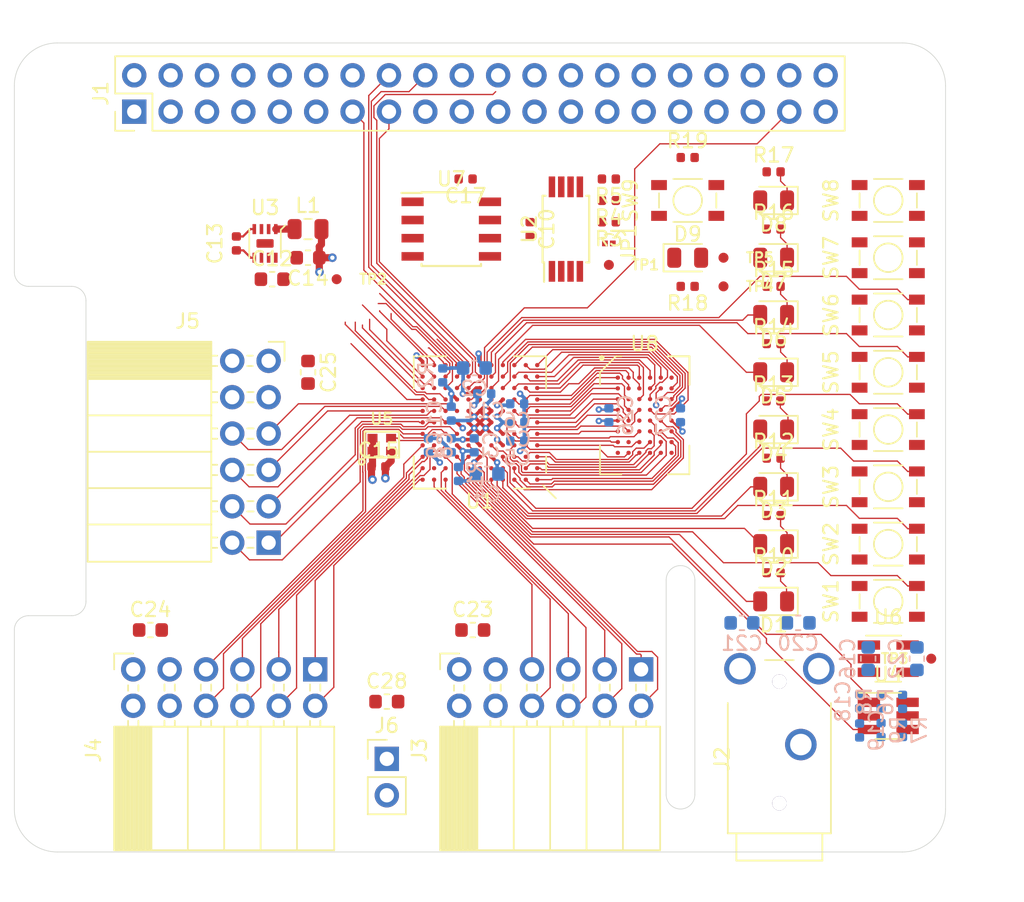
<source format=kicad_pcb>
(kicad_pcb (version 20171130) (host pcbnew 5.1.2+dfsg1-1)
  (layers (0 F.Cu signal) (1 In1.Cu power hide) (2 In2.Cu power) (31 B.Cu signal) (34 B.Paste user) (35 F.Paste user) (36 B.SilkS user hide) (37 F.SilkS user hide) (38 B.Mask user) (39 F.Mask user) (44 Edge.Cuts user))
  (net 0 "")
  (net 1 GND)
  (net 2 +1V2)
  (net 3 "Net-(C2-Pad2)")
  (net 4 "Net-(C2-Pad1)")
  (net 5 "Net-(C4-Pad2)")
  (net 6 "Net-(C4-Pad1)")
  (net 7 +3V3)
  (net 8 +5V)
  (net 9 "Net-(C13-Pad2)")
  (net 10 "Net-(C18-Pad1)")
  (net 11 "Net-(C19-Pad1)")
  (net 12 "Net-(C20-Pad1)")
  (net 13 "Net-(C21-Pad1)")
  (net 14 +3.3VDAC)
  (net 15 "Net-(D1-Pad1)")
  (net 16 /LED0)
  (net 17 /LED1)
  (net 18 "Net-(D2-Pad1)")
  (net 19 "Net-(D3-Pad1)")
  (net 20 /LED2)
  (net 21 /LED3)
  (net 22 "Net-(D4-Pad1)")
  (net 23 /LED4)
  (net 24 "Net-(D5-Pad1)")
  (net 25 "Net-(D6-Pad1)")
  (net 26 /LED5)
  (net 27 /LED6)
  (net 28 "Net-(D7-Pad1)")
  (net 29 "Net-(D8-Pad1)")
  (net 30 /LED7)
  (net 31 /GP13_FPGA_CDONE)
  (net 32 "Net-(J1-Pad3)")
  (net 33 "Net-(J1-Pad5)")
  (net 34 "Net-(J1-Pad7)")
  (net 35 /GP14_UART_TXD)
  (net 36 /GP15_UART_RXD)
  (net 37 "Net-(J1-Pad11)")
  (net 38 "Net-(J1-Pad12)")
  (net 39 /GP27_SDIO_DAT3)
  (net 40 /GP22_SDIO_CLK)
  (net 41 /GP23_SDIO_CMD)
  (net 42 /GP24_SDIO_DAT0)
  (net 43 /GP10_SPI_MOSI)
  (net 44 /GP9_SPI_MISO)
  (net 45 /GP25_SDIO_DAT1)
  (net 46 /GP11_SPI_SCK)
  (net 47 /GP8_SPI_~CS)
  (net 48 "Net-(J1-Pad26)")
  (net 49 /ID_SD)
  (net 50 /ID_SC)
  (net 51 "Net-(J1-Pad29)")
  (net 52 "Net-(J1-Pad31)")
  (net 53 /GP12_FPGA_~RST)
  (net 54 "Net-(J1-Pad35)")
  (net 55 "Net-(J1-Pad36)")
  (net 56 /GP26_SDIO_DAT2)
  (net 57 "Net-(J1-Pad38)")
  (net 58 "Net-(J1-Pad40)")
  (net 59 /IO0_0)
  (net 60 /IO0_1)
  (net 61 /IO0_2)
  (net 62 /IO0_3)
  (net 63 /IO0_4)
  (net 64 /IO0_5)
  (net 65 /IO0_6)
  (net 66 /IO0_7)
  (net 67 /IO1_7)
  (net 68 /IO1_6)
  (net 69 /IO1_5)
  (net 70 /IO1_4)
  (net 71 /IO1_3)
  (net 72 /IO1_2)
  (net 73 /IO1_1)
  (net 74 /IO1_0)
  (net 75 /IO2_0)
  (net 76 /IO2_1)
  (net 77 /IO2_2)
  (net 78 /IO2_3)
  (net 79 /IO2_4)
  (net 80 /IO2_5)
  (net 81 /IO2_6)
  (net 82 /IO2_7)
  (net 83 "Net-(JP1-Pad1)")
  (net 84 "Net-(L1-Pad1)")
  (net 85 "Net-(R6-Pad2)")
  (net 86 "Net-(R7-Pad2)")
  (net 87 /SW0)
  (net 88 /SW1)
  (net 89 /SW2)
  (net 90 /SW3)
  (net 91 /SW4)
  (net 92 /SW5)
  (net 93 /SW6)
  (net 94 /SW7)
  (net 95 /SRAM_DQ0)
  (net 96 /SRAM_DQ5)
  (net 97 /SRAM_DQ7)
  (net 98 /SRAM_DQ6)
  (net 99 /SRAM_DQ12)
  (net 100 /SRAM_A9)
  (net 101 /SRAM_A2)
  (net 102 /SRAM_A4)
  (net 103 /SRAM_A5)
  (net 104 /SRAM_A10)
  (net 105 /SRAM_DQ1)
  (net 106 /SRAM_DQ4)
  (net 107 /SRAM_DQ8)
  (net 108 /SRAM_DQ10)
  (net 109 /SRAM_DQ13)
  (net 110 /SRAM_DQ15)
  (net 111 /SRAM_A3)
  (net 112 /SRAM_A7)
  (net 113 /SRAM_A6)
  (net 114 /SRAM_A12)
  (net 115 /SRAM_DQ3)
  (net 116 /SRAM_DQ9)
  (net 117 /SRAM_DQ11)
  (net 118 /SRAM_A8)
  (net 119 /SRAM_A0)
  (net 120 /SRAM_A1)
  (net 121 /SRAM_A11)
  (net 122 /SRAM_A13)
  (net 123 /SRAM_A15)
  (net 124 /SRAM_DQ2)
  (net 125 /SRAM_DQ14)
  (net 126 /SRAM_A14)
  (net 127 /SRAM_A17)
  (net 128 /SRAM_A16)
  (net 129 /SRAM_~WE)
  (net 130 /SRAM_~OE)
  (net 131 /SRAM_~LB)
  (net 132 /SRAM_~UB)
  (net 133 /AUDIO_R_PWM)
  (net 134 "Net-(U1-PadB10)")
  (net 135 /CLK_OSC)
  (net 136 /AUDIO_L_PWM)
  (module fpga_hat:BGA-121_11x11_9.0x9.0mm (layer F.Cu) (at 132.5 106.5 180)
    (fp_text reference U1 (at 0 -5.5) (layer F.SilkS))
    (fp_text value iCE40-HX8k-BG121)
    (pad A1 smd circle (at -4 -4 180) (size 0.3 0.3) (layers F.Cu F.Paste F.Mask) (net 97 /SRAM_DQ7))
    (pad B1 smd circle (at -4 -3.2 180) (size 0.3 0.3) (layers F.Cu F.Paste F.Mask) (net 129 /SRAM_~WE))
    (pad C1 smd circle (at -4 -2.4 180) (size 0.3 0.3) (layers F.Cu F.Paste F.Mask) (net 100 /SRAM_A9))
    (pad D1 smd circle (at -4 -1.6 180) (size 0.3 0.3) (layers F.Cu F.Paste F.Mask) (net 114 /SRAM_A12))
    (pad E1 smd circle (at -4 -0.8 180) (size 0.3 0.3) (layers F.Cu F.Paste F.Mask) (net 125 /SRAM_DQ14))
    (pad F1 smd circle (at -4 0 180) (size 0.3 0.3) (layers F.Cu F.Paste F.Mask) (net 99 /SRAM_DQ12))
    (pad G1 smd circle (at -4 0.8 180) (size 0.3 0.3) (layers F.Cu F.Paste F.Mask) (net 107 /SRAM_DQ8))
    (pad H1 smd circle (at -4 1.6 180) (size 0.3 0.3) (layers F.Cu F.Paste F.Mask) (net 132 /SRAM_~UB))
    (pad J1 smd circle (at -4 2.4 180) (size 0.3 0.3) (layers F.Cu F.Paste F.Mask) (net 119 /SRAM_A0))
    (pad K1 smd circle (at -4 3.2 180) (size 0.3 0.3) (layers F.Cu F.Paste F.Mask) (net 102 /SRAM_A4))
    (pad L1 smd circle (at -4 4 180) (size 0.3 0.3) (layers F.Cu F.Paste F.Mask) (net 95 /SRAM_DQ0))
    (pad A2 smd circle (at -3.2 -4 180) (size 0.3 0.3) (layers F.Cu F.Paste F.Mask) (net 96 /SRAM_DQ5))
    (pad B2 smd circle (at -3.2 -3.2 180) (size 0.3 0.3) (layers F.Cu F.Paste F.Mask) (net 104 /SRAM_A10))
    (pad C2 smd circle (at -3.2 -2.4 180) (size 0.3 0.3) (layers F.Cu F.Paste F.Mask) (net 122 /SRAM_A13))
    (pad D2 smd circle (at -3.2 -1.6 180) (size 0.3 0.3) (layers F.Cu F.Paste F.Mask) (net 118 /SRAM_A8))
    (pad E2 smd circle (at -3.2 -0.8 180) (size 0.3 0.3) (layers F.Cu F.Paste F.Mask) (net 109 /SRAM_DQ13))
    (pad F2 smd circle (at -3.2 0 180) (size 0.3 0.3) (layers F.Cu F.Paste F.Mask) (net 116 /SRAM_DQ9))
    (pad G2 smd circle (at -3.2 0.8 180) (size 0.3 0.3) (layers F.Cu F.Paste F.Mask) (net 108 /SRAM_DQ10))
    (pad H2 smd circle (at -3.2 1.6 180) (size 0.3 0.3) (layers F.Cu F.Paste F.Mask) (net 130 /SRAM_~OE))
    (pad J2 smd circle (at -3.2 2.4 180) (size 0.3 0.3) (layers F.Cu F.Paste F.Mask) (net 111 /SRAM_A3))
    (pad K2 smd circle (at -3.2 3.2 180) (size 0.3 0.3) (layers F.Cu F.Paste F.Mask) (net 120 /SRAM_A1))
    (pad L2 smd circle (at -3.2 4 180) (size 0.3 0.3) (layers F.Cu F.Paste F.Mask) (net 113 /SRAM_A6))
    (pad A3 smd circle (at -2.4 -4 180) (size 0.3 0.3) (layers F.Cu F.Paste F.Mask) (net 106 /SRAM_DQ4))
    (pad B3 smd circle (at -2.4 -3.2 180) (size 0.3 0.3) (layers F.Cu F.Paste F.Mask) (net 98 /SRAM_DQ6))
    (pad C3 smd circle (at -2.4 -2.4 180) (size 0.3 0.3) (layers F.Cu F.Paste F.Mask) (net 123 /SRAM_A15))
    (pad D3 smd circle (at -2.4 -1.6 180) (size 0.3 0.3) (layers F.Cu F.Paste F.Mask) (net 121 /SRAM_A11))
    (pad E3 smd circle (at -2.4 -0.8 180) (size 0.3 0.3) (layers F.Cu F.Paste F.Mask) (net 126 /SRAM_A14))
    (pad F3 smd circle (at -2.4 0 180) (size 0.3 0.3) (layers F.Cu F.Paste F.Mask) (net 127 /SRAM_A17))
    (pad G3 smd circle (at -2.4 0.8 180) (size 0.3 0.3) (layers F.Cu F.Paste F.Mask) (net 117 /SRAM_DQ11))
    (pad H3 smd circle (at -2.4 1.6 180) (size 0.3 0.3) (layers F.Cu F.Paste F.Mask) (net 131 /SRAM_~LB))
    (pad J3 smd circle (at -2.4 2.4 180) (size 0.3 0.3) (layers F.Cu F.Paste F.Mask) (net 103 /SRAM_A5))
    (pad K3 smd circle (at -2.4 3.2 180) (size 0.3 0.3) (layers F.Cu F.Paste F.Mask) (net 101 /SRAM_A2))
    (pad L3 smd circle (at -2.4 4 180) (size 0.3 0.3) (layers F.Cu F.Paste F.Mask) (net 105 /SRAM_DQ1))
    (pad A4 smd circle (at -1.6 -4 180) (size 0.3 0.3) (layers F.Cu F.Paste F.Mask) (net 89 /SW2))
    (pad B4 smd circle (at -1.6 -3.2 180) (size 0.3 0.3) (layers F.Cu F.Paste F.Mask) (net 21 /LED3))
    (pad C4 smd circle (at -1.6 -2.4 180) (size 0.3 0.3) (layers F.Cu F.Paste F.Mask) (net 90 /SW3))
    (pad D4 smd circle (at -1.6 -1.6 180) (size 0.3 0.3) (layers F.Cu F.Paste F.Mask) (net 2 +1V2))
    (pad E4 smd circle (at -1.6 -0.8 180) (size 0.3 0.3) (layers F.Cu F.Paste F.Mask) (net 7 +3V3))
    (pad F4 smd circle (at -1.6 0 180) (size 0.3 0.3) (layers F.Cu F.Paste F.Mask) (net 110 /SRAM_DQ15))
    (pad G4 smd circle (at -1.6 0.8 180) (size 0.3 0.3) (layers F.Cu F.Paste F.Mask) (net 7 +3V3))
    (pad H4 smd circle (at -1.6 1.6 180) (size 0.3 0.3) (layers F.Cu F.Paste F.Mask) (net 2 +1V2))
    (pad J4 smd circle (at -1.6 2.4 180) (size 0.3 0.3) (layers F.Cu F.Paste F.Mask) (net 124 /SRAM_DQ2))
    (pad K4 smd circle (at -1.6 3.2 180) (size 0.3 0.3) (layers F.Cu F.Paste F.Mask) (net 115 /SRAM_DQ3))
    (pad L4 smd circle (at -1.6 4 180) (size 0.3 0.3) (layers F.Cu F.Paste F.Mask) (net 112 /SRAM_A7))
    (pad A5 smd circle (at -0.8 -4 180) (size 0.3 0.3) (layers F.Cu F.Paste F.Mask) (net 88 /SW1))
    (pad B5 smd circle (at -0.8 -3.2 180) (size 0.3 0.3) (layers F.Cu F.Paste F.Mask) (net 20 /LED2))
    (pad C5 smd circle (at -0.8 -2.4 180) (size 0.3 0.3) (layers F.Cu F.Paste F.Mask) (net 5 "Net-(C4-Pad2)"))
    (pad D5 smd circle (at -0.8 -1.6 180) (size 0.3 0.3) (layers F.Cu F.Paste F.Mask) (net 128 /SRAM_A16))
    (pad E5 smd circle (at -0.8 -0.8 180) (size 0.3 0.3) (layers F.Cu F.Paste F.Mask) (net 1 GND))
    (pad F5 smd circle (at -0.8 0 180) (size 0.3 0.3) (layers F.Cu F.Paste F.Mask) (net 1 GND))
    (pad G5 smd circle (at -0.8 0.8 180) (size 0.3 0.3) (layers F.Cu F.Paste F.Mask) (net 1 GND))
    (pad H5 smd circle (at -0.8 1.6 180) (size 0.3 0.3) (layers F.Cu F.Paste F.Mask) (net 1 GND))
    (pad J5 smd circle (at -0.8 2.4 180) (size 0.3 0.3) (layers F.Cu F.Paste F.Mask) (net 23 /LED4))
    (pad K5 smd circle (at -0.8 3.2 180) (size 0.3 0.3) (layers F.Cu F.Paste F.Mask) (net 91 /SW4))
    (pad L5 smd circle (at -0.8 4 180) (size 0.3 0.3) (layers F.Cu F.Paste F.Mask) (net 26 /LED5))
    (pad A6 smd circle (at 0 -4 180) (size 0.3 0.3) (layers F.Cu F.Paste F.Mask) (net 16 /LED0))
    (pad B6 smd circle (at 0 -3.2 180) (size 0.3 0.3) (layers F.Cu F.Paste F.Mask) (net 87 /SW0))
    (pad C6 smd circle (at 0 -2.4 180) (size 0.3 0.3) (layers F.Cu F.Paste F.Mask) (net 6 "Net-(C4-Pad1)"))
    (pad D6 smd circle (at 0 -1.6 180) (size 0.3 0.3) (layers F.Cu F.Paste F.Mask) (net 7 +3V3))
    (pad E6 smd circle (at 0 -0.8 180) (size 0.3 0.3) (layers F.Cu F.Paste F.Mask) (net 1 GND))
    (pad F6 smd circle (at 0 0 180) (size 0.3 0.3) (layers F.Cu F.Paste F.Mask) (net 1 GND))
    (pad G6 smd circle (at 0 0.8 180) (size 0.3 0.3) (layers F.Cu F.Paste F.Mask) (net 1 GND))
    (pad H6 smd circle (at 0 1.6 180) (size 0.3 0.3) (layers F.Cu F.Paste F.Mask) (net 7 +3V3))
    (pad J6 smd circle (at 0 2.4 180) (size 0.3 0.3) (layers F.Cu F.Paste F.Mask) (net 4 "Net-(C2-Pad1)"))
    (pad K6 smd circle (at 0 3.2 180) (size 0.3 0.3) (layers F.Cu F.Paste F.Mask) (net 40 /GP22_SDIO_CLK))
    (pad L6 smd circle (at 0 4 180) (size 0.3 0.3) (layers F.Cu F.Paste F.Mask) (net 3 "Net-(C2-Pad2)"))
    (pad A7 smd circle (at 0.8 -4 180) (size 0.3 0.3) (layers F.Cu F.Paste F.Mask) (net 63 /IO0_4))
    (pad B7 smd circle (at 0.8 -3.2 180) (size 0.3 0.3) (layers F.Cu F.Paste F.Mask) (net 136 /AUDIO_L_PWM))
    (pad C7 smd circle (at 0.8 -2.4 180) (size 0.3 0.3) (layers F.Cu F.Paste F.Mask) (net 133 /AUDIO_R_PWM))
    (pad D7 smd circle (at 0.8 -1.6 180) (size 0.3 0.3) (layers F.Cu F.Paste F.Mask) (net 17 /LED1))
    (pad E7 smd circle (at 0.8 -0.8 180) (size 0.3 0.3) (layers F.Cu F.Paste F.Mask) (net 1 GND))
    (pad F7 smd circle (at 0.8 0 180) (size 0.3 0.3) (layers F.Cu F.Paste F.Mask) (net 1 GND))
    (pad G7 smd circle (at 0.8 0.8 180) (size 0.3 0.3) (layers F.Cu F.Paste F.Mask) (net 1 GND))
    (pad H7 smd circle (at 0.8 1.6 180) (size 0.3 0.3) (layers F.Cu F.Paste F.Mask) (net 92 /SW5))
    (pad J7 smd circle (at 0.8 2.4 180) (size 0.3 0.3) (layers F.Cu F.Paste F.Mask) (net 56 /GP26_SDIO_DAT2))
    (pad K7 smd circle (at 0.8 3.2 180) (size 0.3 0.3) (layers F.Cu F.Paste F.Mask) (net 94 /SW7))
    (pad L7 smd circle (at 0.8 4 180) (size 0.3 0.3) (layers F.Cu F.Paste F.Mask) (net 42 /GP24_SDIO_DAT0))
    (pad A8 smd circle (at 1.6 -4 180) (size 0.3 0.3) (layers F.Cu F.Paste F.Mask) (net 60 /IO0_1))
    (pad B8 smd circle (at 1.6 -3.2 180) (size 0.3 0.3) (layers F.Cu F.Paste F.Mask) (net 64 /IO0_5))
    (pad C8 smd circle (at 1.6 -2.4 180) (size 0.3 0.3) (layers F.Cu F.Paste F.Mask) (net 59 /IO0_0))
    (pad D8 smd circle (at 1.6 -1.6 180) (size 0.3 0.3) (layers F.Cu F.Paste F.Mask) (net 2 +1V2))
    (pad E8 smd circle (at 1.6 -0.8 180) (size 0.3 0.3) (layers F.Cu F.Paste F.Mask) (net 79 /IO2_4))
    (pad F8 smd circle (at 1.6 0 180) (size 0.3 0.3) (layers F.Cu F.Paste F.Mask) (net 7 +3V3))
    (pad G8 smd circle (at 1.6 0.8 180) (size 0.3 0.3) (layers F.Cu F.Paste F.Mask) (net 78 /IO2_3))
    (pad H8 smd circle (at 1.6 1.6 180) (size 0.3 0.3) (layers F.Cu F.Paste F.Mask) (net 2 +1V2))
    (pad J8 smd circle (at 1.6 2.4 180) (size 0.3 0.3) (layers F.Cu F.Paste F.Mask) (net 41 /GP23_SDIO_CMD))
    (pad K8 smd circle (at 1.6 3.2 180) (size 0.3 0.3) (layers F.Cu F.Paste F.Mask) (net 31 /GP13_FPGA_CDONE))
    (pad L8 smd circle (at 1.6 4 180) (size 0.3 0.3) (layers F.Cu F.Paste F.Mask) (net 39 /GP27_SDIO_DAT3))
    (pad A9 smd circle (at 2.4 -4 180) (size 0.3 0.3) (layers F.Cu F.Paste F.Mask) (net 61 /IO0_2))
    (pad B9 smd circle (at 2.4 -3.2 180) (size 0.3 0.3) (layers F.Cu F.Paste F.Mask) (net 66 /IO0_7))
    (pad C9 smd circle (at 2.4 -2.4 180) (size 0.3 0.3) (layers F.Cu F.Paste F.Mask) (net 65 /IO0_6))
    (pad D9 smd circle (at 2.4 -1.6 180) (size 0.3 0.3) (layers F.Cu F.Paste F.Mask) (net 74 /IO1_0))
    (pad E9 smd circle (at 2.4 -0.8 180) (size 0.3 0.3) (layers F.Cu F.Paste F.Mask) (net 67 /IO1_7))
    (pad F9 smd circle (at 2.4 0 180) (size 0.3 0.3) (layers F.Cu F.Paste F.Mask) (net 76 /IO2_1))
    (pad G9 smd circle (at 2.4 0.8 180) (size 0.3 0.3) (layers F.Cu F.Paste F.Mask) (net 82 /IO2_7))
    (pad H9 smd circle (at 2.4 1.6 180) (size 0.3 0.3) (layers F.Cu F.Paste F.Mask) (net 45 /GP25_SDIO_DAT1))
    (pad J9 smd circle (at 2.4 2.4 180) (size 0.3 0.3) (layers F.Cu F.Paste F.Mask) (net 44 /GP9_SPI_MISO))
    (pad K9 smd circle (at 2.4 3.2 180) (size 0.3 0.3) (layers F.Cu F.Paste F.Mask) (net 43 /GP10_SPI_MOSI))
    (pad L9 smd circle (at 2.4 4 180) (size 0.3 0.3) (layers F.Cu F.Paste F.Mask) (net 53 /GP12_FPGA_~RST))
    (pad A10 smd circle (at 3.2 -4 180) (size 0.3 0.3) (layers F.Cu F.Paste F.Mask) (net 62 /IO0_3))
    (pad B10 smd circle (at 3.2 -3.2 180) (size 0.3 0.3) (layers F.Cu F.Paste F.Mask) (net 134 "Net-(U1-PadB10)"))
    (pad C10 smd circle (at 3.2 -2.4 180) (size 0.3 0.3) (layers F.Cu F.Paste F.Mask) (net 7 +3V3))
    (pad D10 smd circle (at 3.2 -1.6 180) (size 0.3 0.3) (layers F.Cu F.Paste F.Mask) (net 73 /IO1_1))
    (pad E10 smd circle (at 3.2 -0.8 180) (size 0.3 0.3) (layers F.Cu F.Paste F.Mask) (net 135 /CLK_OSC))
    (pad F10 smd circle (at 3.2 0 180) (size 0.3 0.3) (layers F.Cu F.Paste F.Mask) (net 75 /IO2_0))
    (pad G10 smd circle (at 3.2 0.8 180) (size 0.3 0.3) (layers F.Cu F.Paste F.Mask) (net 81 /IO2_6))
    (pad H10 smd circle (at 3.2 1.6 180) (size 0.3 0.3) (layers F.Cu F.Paste F.Mask) (net 35 /GP14_UART_TXD))
    (pad J10 smd circle (at 3.2 2.4 180) (size 0.3 0.3) (layers F.Cu F.Paste F.Mask) (net 36 /GP15_UART_RXD))
    (pad K10 smd circle (at 3.2 3.2 180) (size 0.3 0.3) (layers F.Cu F.Paste F.Mask) (net 47 /GP8_SPI_~CS))
    (pad L10 smd circle (at 3.2 4 180) (size 0.3 0.3) (layers F.Cu F.Paste F.Mask) (net 46 /GP11_SPI_SCK))
    (pad A11 smd circle (at 4 -4 180) (size 0.3 0.3) (layers F.Cu F.Paste F.Mask) (net 70 /IO1_4))
    (pad B11 smd circle (at 4 -3.2 180) (size 0.3 0.3) (layers F.Cu F.Paste F.Mask) (net 69 /IO1_5))
    (pad C11 smd circle (at 4 -2.4 180) (size 0.3 0.3) (layers F.Cu F.Paste F.Mask) (net 68 /IO1_6))
    (pad D11 smd circle (at 4 -1.6 180) (size 0.3 0.3) (layers F.Cu F.Paste F.Mask) (net 72 /IO1_2))
    (pad E11 smd circle (at 4 -0.8 180) (size 0.3 0.3) (layers F.Cu F.Paste F.Mask) (net 71 /IO1_3))
    (pad F11 smd circle (at 4 0 180) (size 0.3 0.3) (layers F.Cu F.Paste F.Mask) (net 80 /IO2_5))
    (pad G11 smd circle (at 4 0.8 180) (size 0.3 0.3) (layers F.Cu F.Paste F.Mask) (net 77 /IO2_2))
    (pad H11 smd circle (at 4 1.6 180) (size 0.3 0.3) (layers F.Cu F.Paste F.Mask) (net 30 /LED7))
    (pad J11 smd circle (at 4 2.4 180) (size 0.3 0.3) (layers F.Cu F.Paste F.Mask) (net 27 /LED6))
    (pad K11 smd circle (at 4 3.2 180) (size 0.3 0.3) (layers F.Cu F.Paste F.Mask) (net 93 /SW6))
    (pad L11 smd circle (at 4 4 180) (size 0.3 0.3) (layers F.Cu F.Paste F.Mask) (net 7 +3V3))
  )
  (module Capacitor_SMD:C_0402_1005Metric (layer B.Cu) (at 128.9 108.1 90)
    (fp_text reference C8 (at 0 1.17 90) (layer B.SilkS) (effects (justify mirror)))
    (fp_text value 100n)
    (pad 2 smd roundrect (at 0.485 0 90) (size 0.59 0.64) (layers B.Cu B.Paste B.Mask) (net 1 GND))
    (pad 1 smd roundrect (at -0.485 0 90) (size 0.59 0.64) (layers B.Cu B.Paste B.Mask) (net 7 +3V3))
  )
  (module fpga_hat:MOUNTHOLE_M2.5 (layer F.Cu) (at 161.5 83.5)
    (fp_text reference REF** hide)
    (fp_text value MOUNTHOLE_M2.5 hide)
    (pad "" np_thru_hole circle (at 0 0) (size 2.75 2.75) (drill 2.75) (layers *.Cu *.Mask) (thermal_gap 1.9))
  )
  (module fpga_hat:MOUNTHOLE_M2.5 (layer F.Cu) (at 161.5 133)
    (fp_text reference REF** hide)
    (fp_text value MOUNTHOLE_M2.5 hide)
    (pad "" np_thru_hole circle (at 0 0) (size 2.75 2.75) (drill 2.75) (layers *.Cu *.Mask) (thermal_gap 1.9))
  )
  (module fpga_hat:MOUNTHOLE_M2.5 (layer F.Cu) (at 103.5 133)
    (fp_text reference REF** hide)
    (fp_text value MOUNTHOLE_M2.5 hide)
    (pad "" np_thru_hole circle (at 0 0) (size 2.75 2.75) (drill 2.75) (layers *.Cu *.Mask) (thermal_gap 1.9))
  )
  (module fpga_hat:MOUNTHOLE_M2.5 (layer F.Cu) (at 103.5 83.5)
    (fp_text reference REF** hide)
    (fp_text value MOUNTHOLE_M2.5 hide)
    (pad "" np_thru_hole circle (at 0 0) (size 2.75 2.75) (drill 2.75) (layers *.Cu *.Mask) (thermal_gap 1.9))
  )
  (module Capacitor_SMD:C_0402_1005Metric (layer B.Cu) (at 130.5 105.885 270)
    (fp_text reference C1 (at 0 1.17 90) (layer B.SilkS) (effects (justify mirror)))
    (fp_text value 100n)
    (pad 2 smd roundrect (at 0.485 0 270) (size 0.59 0.64) (layers B.Cu B.Paste B.Mask) (net 1 GND))
    (pad 1 smd roundrect (at -0.485 0 270) (size 0.59 0.64) (layers B.Cu B.Paste B.Mask) (net 2 +1V2))
  )
  (module Capacitor_SMD:C_0603_1608Metric (layer B.Cu) (at 132.1125 102.7)
    (fp_text reference C2 (at 0 1.43) (layer B.SilkS) (effects (justify mirror)))
    (fp_text value 4u7)
    (pad 2 smd roundrect (at 0.7875 0) (size 0.875 0.95) (layers B.Cu B.Paste B.Mask) (net 3 "Net-(C2-Pad2)"))
    (pad 1 smd roundrect (at -0.7875 0) (size 0.875 0.95) (layers B.Cu B.Paste B.Mask) (net 4 "Net-(C2-Pad1)"))
  )
  (module Capacitor_SMD:C_0402_1005Metric (layer B.Cu) (at 132.1 108.1 90)
    (fp_text reference C3 (at 0 1.17 90) (layer B.SilkS) (effects (justify mirror)))
    (fp_text value 100n)
    (pad 1 smd roundrect (at -0.485 0 90) (size 0.59 0.64) (layers B.Cu B.Paste B.Mask) (net 2 +1V2))
    (pad 2 smd roundrect (at 0.485 0 90) (size 0.59 0.64) (layers B.Cu B.Paste B.Mask) (net 1 GND))
  )
  (module Capacitor_SMD:C_0603_1608Metric (layer B.Cu) (at 133 110.1)
    (fp_text reference C4 (at 0 1.43) (layer B.SilkS) (effects (justify mirror)))
    (fp_text value 4u7)
    (pad 1 smd roundrect (at -0.7875 0) (size 0.875 0.95) (layers B.Cu B.Paste B.Mask) (net 6 "Net-(C4-Pad1)"))
    (pad 2 smd roundrect (at 0.7875 0) (size 0.875 0.95) (layers B.Cu B.Paste B.Mask) (net 5 "Net-(C4-Pad2)"))
  )
  (module Capacitor_SMD:C_0402_1005Metric (layer B.Cu) (at 135.1 107.8)
    (fp_text reference C5 (at 0 1.17 180) (layer B.SilkS) (effects (justify mirror)))
    (fp_text value 100n)
    (pad 1 smd roundrect (at -0.485 0) (size 0.59 0.64) (layers B.Cu B.Paste B.Mask) (net 2 +1V2))
    (pad 2 smd roundrect (at 0.485 0) (size 0.59 0.64) (layers B.Cu B.Paste B.Mask) (net 1 GND))
  )
  (module Capacitor_SMD:C_0402_1005Metric (layer B.Cu) (at 135.1 105.2)
    (fp_text reference C6 (at 0 1.17) (layer B.SilkS) (effects (justify mirror)))
    (fp_text value 100n)
    (pad 2 smd roundrect (at 0.485 0) (size 0.59 0.64) (layers B.Cu B.Paste B.Mask) (net 1 GND))
    (pad 1 smd roundrect (at -0.485 0) (size 0.59 0.64) (layers B.Cu B.Paste B.Mask) (net 2 +1V2))
  )
  (module Capacitor_SMD:C_0402_1005Metric (layer B.Cu) (at 135.115 106.5)
    (fp_text reference C7 (at 0 1.17 180) (layer B.SilkS) (effects (justify mirror)))
    (fp_text value 100n)
    (pad 2 smd roundrect (at 0.485 0) (size 0.59 0.64) (layers B.Cu B.Paste B.Mask) (net 1 GND))
    (pad 1 smd roundrect (at -0.485 0) (size 0.59 0.64) (layers B.Cu B.Paste B.Mask) (net 7 +3V3))
  )
  (module Capacitor_SMD:C_0402_1005Metric (layer B.Cu) (at 130.5 108.1 270)
    (fp_text reference C9 (at 0 1.17 90) (layer B.SilkS) (effects (justify mirror)))
    (fp_text value 100n)
    (pad 2 smd roundrect (at 0.485 0 270) (size 0.59 0.64) (layers B.Cu B.Paste B.Mask) (net 1 GND))
    (pad 1 smd roundrect (at -0.485 0 270) (size 0.59 0.64) (layers B.Cu B.Paste B.Mask) (net 7 +3V3))
  )
  (module Capacitor_SMD:C_0402_1005Metric (layer F.Cu) (at 136 93 270)
    (fp_text reference C10 (at 0 -1.17 90) (layer F.SilkS))
    (fp_text value 100n)
    (pad 2 smd roundrect (at 0.485 0 270) (size 0.59 0.64) (layers F.Cu F.Paste F.Mask) (net 1 GND))
    (pad 1 smd roundrect (at -0.485 0 270) (size 0.59 0.64) (layers F.Cu F.Paste F.Mask) (net 7 +3V3))
  )
  (module Capacitor_SMD:C_0402_1005Metric (layer B.Cu) (at 132.8 104.5)
    (fp_text reference C11 (at 0 1.17) (layer B.SilkS) (effects (justify mirror)))
    (fp_text value 100n)
    (pad 1 smd roundrect (at -0.485 0) (size 0.59 0.64) (layers B.Cu B.Paste B.Mask) (net 7 +3V3))
    (pad 2 smd roundrect (at 0.485 0) (size 0.59 0.64) (layers B.Cu B.Paste B.Mask) (net 1 GND))
  )
  (module Capacitor_SMD:C_0603_1608Metric (layer F.Cu) (at 118 96.5)
    (fp_text reference C12 (at 0 -1.43) (layer F.SilkS))
    (fp_text value 4u7)
    (pad 2 smd roundrect (at 0.7875 0) (size 0.875 0.95) (layers F.Cu F.Paste F.Mask) (net 1 GND))
    (pad 1 smd roundrect (at -0.7875 0) (size 0.875 0.95) (layers F.Cu F.Paste F.Mask) (net 8 +5V))
  )
  (module Capacitor_SMD:C_0402_1005Metric (layer F.Cu) (at 115.5 94 270)
    (fp_text reference C13 (at 0 1.5 90) (layer F.SilkS))
    (fp_text value 560p)
    (pad 1 smd roundrect (at -0.485 0 270) (size 0.59 0.64) (layers F.Cu F.Paste F.Mask) (net 2 +1V2))
    (pad 2 smd roundrect (at 0.485 0 270) (size 0.59 0.64) (layers F.Cu F.Paste F.Mask) (net 9 "Net-(C13-Pad2)"))
  )
  (module Capacitor_SMD:C_0603_1608Metric (layer F.Cu) (at 120.5 95 180)
    (fp_text reference C14 (at 0 -1.43) (layer F.SilkS))
    (fp_text value 4u7)
    (pad 2 smd roundrect (at 0.7875 0 180) (size 0.875 0.95) (layers F.Cu F.Paste F.Mask) (net 1 GND))
    (pad 1 smd roundrect (at -0.7875 0 180) (size 0.875 0.95) (layers F.Cu F.Paste F.Mask) (net 2 +1V2))
  )
  (module Capacitor_SMD:C_0402_1005Metric (layer F.Cu) (at 125.415 109.6)
    (fp_text reference C15 (at 0 -1.17) (layer F.SilkS))
    (fp_text value 100n)
    (pad 2 smd roundrect (at 0.485 0) (size 0.59 0.64) (layers F.Cu F.Paste F.Mask) (net 1 GND))
    (pad 1 smd roundrect (at -0.485 0) (size 0.59 0.64) (layers F.Cu F.Paste F.Mask) (net 7 +3V3))
  )
  (module Capacitor_SMD:C_0603_1608Metric (layer B.Cu) (at 159.6 123 270)
    (fp_text reference C16 (at 0 1.43 90) (layer B.SilkS) (effects (justify mirror)))
    (fp_text value 1u)
    (pad 1 smd roundrect (at -0.7875 0 270) (size 0.875 0.95) (layers B.Cu B.Paste B.Mask) (net 8 +5V))
    (pad 2 smd roundrect (at 0.7875 0 270) (size 0.875 0.95) (layers B.Cu B.Paste B.Mask) (net 1 GND))
  )
  (module Capacitor_SMD:C_0402_1005Metric (layer F.Cu) (at 131.5 89.5 180)
    (fp_text reference C17 (at 0 -1.17) (layer F.SilkS))
    (fp_text value 100n)
    (pad 1 smd roundrect (at -0.485 0 180) (size 0.59 0.64) (layers F.Cu F.Paste F.Mask) (net 7 +3V3))
    (pad 2 smd roundrect (at 0.485 0 180) (size 0.59 0.64) (layers F.Cu F.Paste F.Mask) (net 1 GND))
  )
  (module Capacitor_SMD:C_0402_1005Metric (layer B.Cu) (at 159 125.985 270)
    (fp_text reference C18 (at 0 1.17 90) (layer B.SilkS) (effects (justify mirror)))
    (fp_text value 100n)
    (pad 1 smd roundrect (at -0.485 0 270) (size 0.59 0.64) (layers B.Cu B.Paste B.Mask) (net 10 "Net-(C18-Pad1)"))
    (pad 2 smd roundrect (at 0.485 0 270) (size 0.59 0.64) (layers B.Cu B.Paste B.Mask) (net 1 GND))
  )
  (module Capacitor_SMD:C_0402_1005Metric (layer B.Cu) (at 159 128.015 90)
    (fp_text reference C19 (at 0 1.17 90) (layer B.SilkS) (effects (justify mirror)))
    (fp_text value 100n)
    (pad 1 smd roundrect (at -0.485 0 90) (size 0.59 0.64) (layers B.Cu B.Paste B.Mask) (net 11 "Net-(C19-Pad1)"))
    (pad 2 smd roundrect (at 0.485 0 90) (size 0.59 0.64) (layers B.Cu B.Paste B.Mask) (net 1 GND))
  )
  (module Capacitor_SMD:C_0603_1608Metric (layer B.Cu) (at 154.7125 120.5)
    (fp_text reference C20 (at 0 1.43) (layer B.SilkS) (effects (justify mirror)))
    (fp_text value 4u7)
    (pad 1 smd roundrect (at -0.7875 0) (size 0.875 0.95) (layers B.Cu B.Paste B.Mask) (net 12 "Net-(C20-Pad1)"))
    (pad 2 smd roundrect (at 0.7875 0) (size 0.875 0.95) (layers B.Cu B.Paste B.Mask) (net 10 "Net-(C18-Pad1)"))
  )
  (module Capacitor_SMD:C_0603_1608Metric (layer B.Cu) (at 150.7875 120.5)
    (fp_text reference C21 (at 0 1.43) (layer B.SilkS) (effects (justify mirror)))
    (fp_text value 4u7)
    (pad 1 smd roundrect (at -0.7875 0) (size 0.875 0.95) (layers B.Cu B.Paste B.Mask) (net 13 "Net-(C21-Pad1)"))
    (pad 2 smd roundrect (at 0.7875 0) (size 0.875 0.95) (layers B.Cu B.Paste B.Mask) (net 11 "Net-(C19-Pad1)"))
  )
  (module Capacitor_SMD:C_0603_1608Metric (layer B.Cu) (at 163 123 270)
    (fp_text reference C22 (at 0 1.43 90) (layer B.SilkS) (effects (justify mirror)))
    (fp_text value 1u)
    (pad 2 smd roundrect (at 0.7875 0 270) (size 0.875 0.95) (layers B.Cu B.Paste B.Mask) (net 1 GND))
    (pad 1 smd roundrect (at -0.7875 0 270) (size 0.875 0.95) (layers B.Cu B.Paste B.Mask) (net 14 +3.3VDAC))
  )
  (module Capacitor_SMD:C_0603_1608Metric (layer F.Cu) (at 132 121)
    (fp_text reference C23 (at 0 -1.43) (layer F.SilkS))
    (fp_text value 1u)
    (pad 2 smd roundrect (at 0.7875 0) (size 0.875 0.95) (layers F.Cu F.Paste F.Mask) (net 1 GND))
    (pad 1 smd roundrect (at -0.7875 0) (size 0.875 0.95) (layers F.Cu F.Paste F.Mask) (net 7 +3V3))
  )
  (module Capacitor_SMD:C_0603_1608Metric (layer F.Cu) (at 109.5 121)
    (fp_text reference C24 (at 0 -1.43) (layer F.SilkS))
    (fp_text value 1u)
    (pad 1 smd roundrect (at -0.7875 0) (size 0.875 0.95) (layers F.Cu F.Paste F.Mask) (net 7 +3V3))
    (pad 2 smd roundrect (at 0.7875 0) (size 0.875 0.95) (layers F.Cu F.Paste F.Mask) (net 1 GND))
  )
  (module Capacitor_SMD:C_0603_1608Metric (layer F.Cu) (at 120.5 103 270)
    (fp_text reference C25 (at 0 -1.43 90) (layer F.SilkS))
    (fp_text value 1u)
    (pad 2 smd roundrect (at 0.7875 0 270) (size 0.875 0.95) (layers F.Cu F.Paste F.Mask) (net 1 GND))
    (pad 1 smd roundrect (at -0.7875 0 270) (size 0.875 0.95) (layers F.Cu F.Paste F.Mask) (net 7 +3V3))
  )
  (module Capacitor_SMD:C_0402_1005Metric (layer B.Cu) (at 141.5 106 90)
    (fp_text reference C26 (at 0 1.17 270) (layer B.SilkS) (effects (justify mirror)))
    (fp_text value 100n)
    (pad 1 smd roundrect (at -0.485 0 90) (size 0.59 0.64) (layers B.Cu B.Paste B.Mask) (net 7 +3V3))
    (pad 2 smd roundrect (at 0.485 0 90) (size 0.59 0.64) (layers B.Cu B.Paste B.Mask) (net 1 GND))
  )
  (module Capacitor_SMD:C_0402_1005Metric (layer B.Cu) (at 146.5 106 270)
    (fp_text reference C27 (at 0 1.17 270) (layer B.SilkS) (effects (justify mirror)))
    (fp_text value 100n)
    (pad 2 smd roundrect (at 0.485 0 270) (size 0.59 0.64) (layers B.Cu B.Paste B.Mask) (net 1 GND))
    (pad 1 smd roundrect (at -0.485 0 270) (size 0.59 0.64) (layers B.Cu B.Paste B.Mask) (net 7 +3V3))
  )
  (module Capacitor_SMD:C_0603_1608Metric (layer F.Cu) (at 126 126)
    (fp_text reference C28 (at 0 -1.43) (layer F.SilkS))
    (fp_text value 1u)
    (pad 1 smd roundrect (at -0.7875 0) (size 0.875 0.95) (layers F.Cu F.Paste F.Mask) (net 8 +5V))
    (pad 2 smd roundrect (at 0.7875 0) (size 0.875 0.95) (layers F.Cu F.Paste F.Mask) (net 1 GND))
  )
  (module LED_SMD:LED_0805_2012Metric (layer F.Cu) (at 153 119 180)
    (fp_text reference D1 (at 0 -1.65) (layer F.SilkS))
    (fp_text value LED)
    (pad 1 smd roundrect (at -0.9375 0 180) (size 0.975 1.4) (layers F.Cu F.Paste F.Mask) (net 15 "Net-(D1-Pad1)"))
    (pad 2 smd roundrect (at 0.9375 0 180) (size 0.975 1.4) (layers F.Cu F.Paste F.Mask) (net 16 /LED0))
  )
  (module LED_SMD:LED_0805_2012Metric (layer F.Cu) (at 153 115 180)
    (fp_text reference D2 (at 0 -1.65) (layer F.SilkS))
    (fp_text value LED)
    (pad 1 smd roundrect (at -0.9375 0 180) (size 0.975 1.4) (layers F.Cu F.Paste F.Mask) (net 18 "Net-(D2-Pad1)"))
    (pad 2 smd roundrect (at 0.9375 0 180) (size 0.975 1.4) (layers F.Cu F.Paste F.Mask) (net 17 /LED1))
  )
  (module LED_SMD:LED_0805_2012Metric (layer F.Cu) (at 153 111 180)
    (fp_text reference D3 (at 0 -1.65) (layer F.SilkS))
    (fp_text value LED)
    (pad 2 smd roundrect (at 0.9375 0 180) (size 0.975 1.4) (layers F.Cu F.Paste F.Mask) (net 20 /LED2))
    (pad 1 smd roundrect (at -0.9375 0 180) (size 0.975 1.4) (layers F.Cu F.Paste F.Mask) (net 19 "Net-(D3-Pad1)"))
  )
  (module LED_SMD:LED_0805_2012Metric (layer F.Cu) (at 153 107 180)
    (fp_text reference D4 (at 0 -1.65) (layer F.SilkS))
    (fp_text value LED)
    (pad 1 smd roundrect (at -0.9375 0 180) (size 0.975 1.4) (layers F.Cu F.Paste F.Mask) (net 22 "Net-(D4-Pad1)"))
    (pad 2 smd roundrect (at 0.9375 0 180) (size 0.975 1.4) (layers F.Cu F.Paste F.Mask) (net 21 /LED3))
  )
  (module LED_SMD:LED_0805_2012Metric (layer F.Cu) (at 153 103 180)
    (fp_text reference D5 (at 0 -1.65) (layer F.SilkS))
    (fp_text value LED)
    (pad 2 smd roundrect (at 0.9375 0 180) (size 0.975 1.4) (layers F.Cu F.Paste F.Mask) (net 23 /LED4))
    (pad 1 smd roundrect (at -0.9375 0 180) (size 0.975 1.4) (layers F.Cu F.Paste F.Mask) (net 24 "Net-(D5-Pad1)"))
  )
  (module LED_SMD:LED_0805_2012Metric (layer F.Cu) (at 153 99 180)
    (fp_text reference D6 (at 0 -1.65) (layer F.SilkS))
    (fp_text value LED)
    (pad 1 smd roundrect (at -0.9375 0 180) (size 0.975 1.4) (layers F.Cu F.Paste F.Mask) (net 25 "Net-(D6-Pad1)"))
    (pad 2 smd roundrect (at 0.9375 0 180) (size 0.975 1.4) (layers F.Cu F.Paste F.Mask) (net 26 /LED5))
  )
  (module LED_SMD:LED_0805_2012Metric (layer F.Cu) (at 153 95 180)
    (fp_text reference D7 (at 0 -1.65) (layer F.SilkS))
    (fp_text value LED)
    (pad 2 smd roundrect (at 0.9375 0 180) (size 0.975 1.4) (layers F.Cu F.Paste F.Mask) (net 27 /LED6))
    (pad 1 smd roundrect (at -0.9375 0 180) (size 0.975 1.4) (layers F.Cu F.Paste F.Mask) (net 28 "Net-(D7-Pad1)"))
  )
  (module LED_SMD:LED_0805_2012Metric (layer F.Cu) (at 153 91 180)
    (fp_text reference D8 (at 0 -1.65) (layer F.SilkS))
    (fp_text value LED)
    (pad 1 smd roundrect (at -0.9375 0 180) (size 0.975 1.4) (layers F.Cu F.Paste F.Mask) (net 29 "Net-(D8-Pad1)"))
    (pad 2 smd roundrect (at 0.9375 0 180) (size 0.975 1.4) (layers F.Cu F.Paste F.Mask) (net 30 /LED7))
  )
  (module LED_SMD:LED_0805_2012Metric (layer F.Cu) (at 147 95)
    (fp_text reference D9 (at 0 -1.65) (layer F.SilkS))
    (fp_text value LED)
    (pad 2 smd roundrect (at 0.9375 0) (size 0.975 1.4) (layers F.Cu F.Paste F.Mask) (net 31 /GP13_FPGA_CDONE))
    (pad 1 smd roundrect (at -0.9375 0) (size 0.975 1.4) (layers F.Cu F.Paste F.Mask) (net 1 GND))
  )
  (module Connector_PinHeader_2.54mm:PinHeader_2x20_P2.54mm_Vertical (layer F.Cu) (at 108.37 84.8 90)
    (fp_text reference J1 (at 1.27 -2.33 90) (layer F.SilkS))
    (fp_text value 2x20)
    (pad 1 thru_hole rect (at 0 0 90) (size 1.7 1.7) (drill 1) (layers *.Cu *.Mask) (net 7 +3V3))
    (pad 2 thru_hole oval (at 2.54 0 90) (size 1.7 1.7) (drill 1) (layers *.Cu *.Mask) (net 8 +5V))
    (pad 3 thru_hole oval (at 0 2.54 90) (size 1.7 1.7) (drill 1) (layers *.Cu *.Mask) (net 32 "Net-(J1-Pad3)"))
    (pad 4 thru_hole oval (at 2.54 2.54 90) (size 1.7 1.7) (drill 1) (layers *.Cu *.Mask) (net 8 +5V))
    (pad 5 thru_hole oval (at 0 5.08 90) (size 1.7 1.7) (drill 1) (layers *.Cu *.Mask) (net 33 "Net-(J1-Pad5)"))
    (pad 6 thru_hole oval (at 2.54 5.08 90) (size 1.7 1.7) (drill 1) (layers *.Cu *.Mask) (net 1 GND))
    (pad 7 thru_hole oval (at 0 7.62 90) (size 1.7 1.7) (drill 1) (layers *.Cu *.Mask) (net 34 "Net-(J1-Pad7)"))
    (pad 8 thru_hole oval (at 2.54 7.62 90) (size 1.7 1.7) (drill 1) (layers *.Cu *.Mask) (net 35 /GP14_UART_TXD))
    (pad 9 thru_hole oval (at 0 10.16 90) (size 1.7 1.7) (drill 1) (layers *.Cu *.Mask) (net 1 GND))
    (pad 10 thru_hole oval (at 2.54 10.16 90) (size 1.7 1.7) (drill 1) (layers *.Cu *.Mask) (net 36 /GP15_UART_RXD))
    (pad 11 thru_hole oval (at 0 12.7 90) (size 1.7 1.7) (drill 1) (layers *.Cu *.Mask) (net 37 "Net-(J1-Pad11)"))
    (pad 12 thru_hole oval (at 2.54 12.7 90) (size 1.7 1.7) (drill 1) (layers *.Cu *.Mask) (net 38 "Net-(J1-Pad12)"))
    (pad 13 thru_hole oval (at 0 15.24 90) (size 1.7 1.7) (drill 1) (layers *.Cu *.Mask) (net 39 /GP27_SDIO_DAT3))
    (pad 14 thru_hole oval (at 2.54 15.24 90) (size 1.7 1.7) (drill 1) (layers *.Cu *.Mask) (net 1 GND))
    (pad 15 thru_hole oval (at 0 17.78 90) (size 1.7 1.7) (drill 1) (layers *.Cu *.Mask) (net 40 /GP22_SDIO_CLK))
    (pad 16 thru_hole oval (at 2.54 17.78 90) (size 1.7 1.7) (drill 1) (layers *.Cu *.Mask) (net 41 /GP23_SDIO_CMD))
    (pad 17 thru_hole oval (at 0 20.32 90) (size 1.7 1.7) (drill 1) (layers *.Cu *.Mask) (net 7 +3V3))
    (pad 18 thru_hole oval (at 2.54 20.32 90) (size 1.7 1.7) (drill 1) (layers *.Cu *.Mask) (net 42 /GP24_SDIO_DAT0))
    (pad 19 thru_hole oval (at 0 22.86 90) (size 1.7 1.7) (drill 1) (layers *.Cu *.Mask) (net 43 /GP10_SPI_MOSI))
    (pad 20 thru_hole oval (at 2.54 22.86 90) (size 1.7 1.7) (drill 1) (layers *.Cu *.Mask) (net 1 GND))
    (pad 21 thru_hole oval (at 0 25.4 90) (size 1.7 1.7) (drill 1) (layers *.Cu *.Mask) (net 44 /GP9_SPI_MISO))
    (pad 22 thru_hole oval (at 2.54 25.4 90) (size 1.7 1.7) (drill 1) (layers *.Cu *.Mask) (net 45 /GP25_SDIO_DAT1))
    (pad 23 thru_hole oval (at 0 27.94 90) (size 1.7 1.7) (drill 1) (layers *.Cu *.Mask) (net 46 /GP11_SPI_SCK))
    (pad 24 thru_hole oval (at 2.54 27.94 90) (size 1.7 1.7) (drill 1) (layers *.Cu *.Mask) (net 47 /GP8_SPI_~CS))
    (pad 25 thru_hole oval (at 0 30.48 90) (size 1.7 1.7) (drill 1) (layers *.Cu *.Mask) (net 1 GND))
    (pad 26 thru_hole oval (at 2.54 30.48 90) (size 1.7 1.7) (drill 1) (layers *.Cu *.Mask) (net 48 "Net-(J1-Pad26)"))
    (pad 27 thru_hole oval (at 0 33.02 90) (size 1.7 1.7) (drill 1) (layers *.Cu *.Mask) (net 49 /ID_SD))
    (pad 28 thru_hole oval (at 2.54 33.02 90) (size 1.7 1.7) (drill 1) (layers *.Cu *.Mask) (net 50 /ID_SC))
    (pad 29 thru_hole oval (at 0 35.56 90) (size 1.7 1.7) (drill 1) (layers *.Cu *.Mask) (net 51 "Net-(J1-Pad29)"))
    (pad 30 thru_hole oval (at 2.54 35.56 90) (size 1.7 1.7) (drill 1) (layers *.Cu *.Mask) (net 1 GND))
    (pad 31 thru_hole oval (at 0 38.1 90) (size 1.7 1.7) (drill 1) (layers *.Cu *.Mask) (net 52 "Net-(J1-Pad31)"))
    (pad 32 thru_hole oval (at 2.54 38.1 90) (size 1.7 1.7) (drill 1) (layers *.Cu *.Mask) (net 53 /GP12_FPGA_~RST))
    (pad 33 thru_hole oval (at 0 40.64 90) (size 1.7 1.7) (drill 1) (layers *.Cu *.Mask) (net 31 /GP13_FPGA_CDONE))
    (pad 34 thru_hole oval (at 2.54 40.64 90) (size 1.7 1.7) (drill 1) (layers *.Cu *.Mask) (net 1 GND))
    (pad 35 thru_hole oval (at 0 43.18 90) (size 1.7 1.7) (drill 1) (layers *.Cu *.Mask) (net 54 "Net-(J1-Pad35)"))
    (pad 36 thru_hole oval (at 2.54 43.18 90) (size 1.7 1.7) (drill 1) (layers *.Cu *.Mask) (net 55 "Net-(J1-Pad36)"))
    (pad 37 thru_hole oval (at 0 45.72 90) (size 1.7 1.7) (drill 1) (layers *.Cu *.Mask) (net 56 /GP26_SDIO_DAT2))
    (pad 38 thru_hole oval (at 2.54 45.72 90) (size 1.7 1.7) (drill 1) (layers *.Cu *.Mask) (net 57 "Net-(J1-Pad38)"))
    (pad 39 thru_hole oval (at 0 48.26 90) (size 1.7 1.7) (drill 1) (layers *.Cu *.Mask) (net 1 GND))
    (pad 40 thru_hole oval (at 2.54 48.26 90) (size 1.7 1.7) (drill 1) (layers *.Cu *.Mask) (net 58 "Net-(J1-Pad40)"))
  )
  (module fpga_hat:STX-3000_TRS_3.5mm (layer F.Cu) (at 153.4 129 90)
    (fp_text reference J2 (at -1 -4 90) (layer F.SilkS))
    (fp_text value AudioJack3)
    (pad ~ thru_hole circle (at -4.1 0 90) (size 1 1) (drill 1) (layers *.Cu *.Mask))
    (pad ~ thru_hole circle (at 4.4 0 90) (size 1 1) (drill 1) (layers *.Cu *.Mask))
    (pad S thru_hole circle (at 0 1.5 90) (size 2.2 2.2) (drill 1.5) (layers *.Cu *.Mask) (net 1 GND))
    (pad R thru_hole circle (at 5.3 -2.75 90) (size 2.2 2.2) (drill 1.5) (layers *.Cu *.Mask) (net 13 "Net-(C21-Pad1)"))
    (pad T thru_hole circle (at 5.3 2.75 90) (size 2.2 2.2) (drill 1.5) (layers *.Cu *.Mask) (net 12 "Net-(C20-Pad1)"))
  )
  (module fpga_hat:PinSocket_2x06_P2.54mm_Horizontal (layer F.Cu) (at 143.75 123.75 90)
    (fp_text reference J3 (at -5.65 -15.47 90) (layer F.SilkS))
    (fp_text value Conn_02x06_Top_Bottom)
    (pad 6 thru_hole circle (at 0 -12.7 90) (size 1.7 1.7) (drill 1) (layers *.Cu *.Mask) (net 7 +3V3))
    (pad 12 thru_hole oval (at -2.54 -12.7 90) (size 1.7 1.7) (drill 1) (layers *.Cu *.Mask) (net 7 +3V3))
    (pad 5 thru_hole oval (at 0 -10.16 90) (size 1.7 1.7) (drill 1) (layers *.Cu *.Mask) (net 1 GND))
    (pad 11 thru_hole oval (at -2.54 -10.16 90) (size 1.7 1.7) (drill 1) (layers *.Cu *.Mask) (net 1 GND))
    (pad 4 thru_hole oval (at 0 -7.62 90) (size 1.7 1.7) (drill 1) (layers *.Cu *.Mask) (net 62 /IO0_3))
    (pad 10 thru_hole oval (at -2.54 -7.62 90) (size 1.7 1.7) (drill 1) (layers *.Cu *.Mask) (net 66 /IO0_7))
    (pad 3 thru_hole oval (at 0 -5.08 90) (size 1.7 1.7) (drill 1) (layers *.Cu *.Mask) (net 61 /IO0_2))
    (pad 9 thru_hole oval (at -2.54 -5.08 90) (size 1.7 1.7) (drill 1) (layers *.Cu *.Mask) (net 65 /IO0_6))
    (pad 2 thru_hole oval (at 0 -2.54 90) (size 1.7 1.7) (drill 1) (layers *.Cu *.Mask) (net 60 /IO0_1))
    (pad 8 thru_hole oval (at -2.54 -2.54 90) (size 1.7 1.7) (drill 1) (layers *.Cu *.Mask) (net 64 /IO0_5))
    (pad 1 thru_hole rect (at 0 0 90) (size 1.7 1.7) (drill 1) (layers *.Cu *.Mask) (net 59 /IO0_0))
    (pad 7 thru_hole oval (at -2.54 0 90) (size 1.7 1.7) (drill 1) (layers *.Cu *.Mask) (net 63 /IO0_4))
  )
  (module fpga_hat:PinSocket_2x06_P2.54mm_Horizontal (layer F.Cu) (at 121 123.75 90)
    (fp_text reference J4 (at -5.65 -15.47 90) (layer F.SilkS))
    (fp_text value Conn_02x06_Top_Bottom)
    (pad 7 thru_hole oval (at -2.54 0 90) (size 1.7 1.7) (drill 1) (layers *.Cu *.Mask) (net 70 /IO1_4))
    (pad 1 thru_hole rect (at 0 0 90) (size 1.7 1.7) (drill 1) (layers *.Cu *.Mask) (net 74 /IO1_0))
    (pad 8 thru_hole oval (at -2.54 -2.54 90) (size 1.7 1.7) (drill 1) (layers *.Cu *.Mask) (net 69 /IO1_5))
    (pad 2 thru_hole oval (at 0 -2.54 90) (size 1.7 1.7) (drill 1) (layers *.Cu *.Mask) (net 73 /IO1_1))
    (pad 9 thru_hole oval (at -2.54 -5.08 90) (size 1.7 1.7) (drill 1) (layers *.Cu *.Mask) (net 68 /IO1_6))
    (pad 3 thru_hole oval (at 0 -5.08 90) (size 1.7 1.7) (drill 1) (layers *.Cu *.Mask) (net 72 /IO1_2))
    (pad 10 thru_hole oval (at -2.54 -7.62 90) (size 1.7 1.7) (drill 1) (layers *.Cu *.Mask) (net 67 /IO1_7))
    (pad 4 thru_hole oval (at 0 -7.62 90) (size 1.7 1.7) (drill 1) (layers *.Cu *.Mask) (net 71 /IO1_3))
    (pad 11 thru_hole oval (at -2.54 -10.16 90) (size 1.7 1.7) (drill 1) (layers *.Cu *.Mask) (net 1 GND))
    (pad 5 thru_hole oval (at 0 -10.16 90) (size 1.7 1.7) (drill 1) (layers *.Cu *.Mask) (net 1 GND))
    (pad 12 thru_hole oval (at -2.54 -12.7 90) (size 1.7 1.7) (drill 1) (layers *.Cu *.Mask) (net 7 +3V3))
    (pad 6 thru_hole circle (at 0 -12.7 90) (size 1.7 1.7) (drill 1) (layers *.Cu *.Mask) (net 7 +3V3))
  )
  (module fpga_hat:PinSocket_2x06_P2.54mm_Horizontal (layer F.Cu) (at 117.75 114.9)
    (fp_text reference J5 (at -5.65 -15.47) (layer F.SilkS))
    (fp_text value Conn_02x06_Top_Bottom)
    (pad 6 thru_hole circle (at 0 -12.7) (size 1.7 1.7) (drill 1) (layers *.Cu *.Mask) (net 7 +3V3))
    (pad 12 thru_hole oval (at -2.54 -12.7) (size 1.7 1.7) (drill 1) (layers *.Cu *.Mask) (net 7 +3V3))
    (pad 5 thru_hole oval (at 0 -10.16) (size 1.7 1.7) (drill 1) (layers *.Cu *.Mask) (net 1 GND))
    (pad 11 thru_hole oval (at -2.54 -10.16) (size 1.7 1.7) (drill 1) (layers *.Cu *.Mask) (net 1 GND))
    (pad 4 thru_hole oval (at 0 -7.62) (size 1.7 1.7) (drill 1) (layers *.Cu *.Mask) (net 78 /IO2_3))
    (pad 10 thru_hole oval (at -2.54 -7.62) (size 1.7 1.7) (drill 1) (layers *.Cu *.Mask) (net 82 /IO2_7))
    (pad 3 thru_hole oval (at 0 -5.08) (size 1.7 1.7) (drill 1) (layers *.Cu *.Mask) (net 77 /IO2_2))
    (pad 9 thru_hole oval (at -2.54 -5.08) (size 1.7 1.7) (drill 1) (layers *.Cu *.Mask) (net 81 /IO2_6))
    (pad 2 thru_hole oval (at 0 -2.54) (size 1.7 1.7) (drill 1) (layers *.Cu *.Mask) (net 76 /IO2_1))
    (pad 8 thru_hole oval (at -2.54 -2.54) (size 1.7 1.7) (drill 1) (layers *.Cu *.Mask) (net 80 /IO2_5))
    (pad 1 thru_hole rect (at 0 0) (size 1.7 1.7) (drill 1) (layers *.Cu *.Mask) (net 75 /IO2_0))
    (pad 7 thru_hole oval (at -2.54 0) (size 1.7 1.7) (drill 1) (layers *.Cu *.Mask) (net 79 /IO2_4))
  )
  (module Connector_PinHeader_2.54mm:PinHeader_1x02_P2.54mm_Vertical (layer F.Cu) (at 126 130)
    (fp_text reference J6 (at 0 -2.33) (layer F.SilkS))
    (fp_text value Conn_01x02)
    (pad 1 thru_hole rect (at 0 0) (size 1.7 1.7) (drill 1) (layers *.Cu *.Mask) (net 8 +5V))
    (pad 2 thru_hole oval (at 0 2.54) (size 1.7 1.7) (drill 1) (layers *.Cu *.Mask) (net 1 GND))
  )
  (module fpga_hat:SOLDER_JUMP (layer F.Cu) (at 141.5 94 90)
    (fp_text reference JP1 (at 0 1.4 90) (layer F.SilkS))
    (fp_text value "Solder jumper")
    (pad 1 smd rect (at 0 -0.275 90) (size 0.4 0.4) (layers F.Cu F.Paste F.Mask) (net 83 "Net-(JP1-Pad1)"))
    (pad 2 smd rect (at 0 0.275 90) (size 0.4 0.4) (layers F.Cu F.Paste F.Mask) (net 1 GND))
  )
  (module Inductor_SMD:L_0805_2012Metric (layer F.Cu) (at 120.5 93)
    (fp_text reference L1 (at 0 -1.65) (layer F.SilkS))
    (fp_text value 1u)
    (pad 1 smd roundrect (at -0.9375 0) (size 0.975 1.4) (layers F.Cu F.Paste F.Mask) (net 84 "Net-(L1-Pad1)"))
    (pad 2 smd roundrect (at 0.9375 0) (size 0.975 1.4) (layers F.Cu F.Paste F.Mask) (net 2 +1V2))
  )
  (module Resistor_SMD:R_0402_1005Metric (layer B.Cu) (at 131 110.1 90)
    (fp_text reference R1 (at 0 1.17 90) (layer B.SilkS) (effects (justify mirror)))
    (fp_text value 100)
    (pad 1 smd roundrect (at -0.485 0 90) (size 0.59 0.64) (layers B.Cu B.Paste B.Mask) (net 6 "Net-(C4-Pad1)"))
    (pad 2 smd roundrect (at 0.485 0 90) (size 0.59 0.64) (layers B.Cu B.Paste B.Mask) (net 2 +1V2))
  )
  (module Resistor_SMD:R_0402_1005Metric (layer B.Cu) (at 129.9 103.215 270)
    (fp_text reference R2 (at 0 1.17 90) (layer B.SilkS) (effects (justify mirror)))
    (fp_text value 100)
    (pad 2 smd roundrect (at 0.485 0 270) (size 0.59 0.64) (layers B.Cu B.Paste B.Mask) (net 2 +1V2))
    (pad 1 smd roundrect (at -0.485 0 270) (size 0.59 0.64) (layers B.Cu B.Paste B.Mask) (net 4 "Net-(C2-Pad1)"))
  )
  (module Resistor_SMD:R_0402_1005Metric (layer F.Cu) (at 141.5 92.5 180)
    (fp_text reference R3 (at 0 -1.17) (layer F.SilkS))
    (fp_text value 470)
    (pad 1 smd roundrect (at -0.485 0 180) (size 0.59 0.64) (layers F.Cu F.Paste F.Mask) (net 7 +3V3))
    (pad 2 smd roundrect (at 0.485 0 180) (size 0.59 0.64) (layers F.Cu F.Paste F.Mask) (net 83 "Net-(JP1-Pad1)"))
  )
  (module Resistor_SMD:R_0402_1005Metric (layer F.Cu) (at 141.5 91 180)
    (fp_text reference R4 (at 0 -1.17) (layer F.SilkS))
    (fp_text value 4k7)
    (pad 1 smd roundrect (at -0.485 0 180) (size 0.59 0.64) (layers F.Cu F.Paste F.Mask) (net 7 +3V3))
    (pad 2 smd roundrect (at 0.485 0 180) (size 0.59 0.64) (layers F.Cu F.Paste F.Mask) (net 50 /ID_SC))
  )
  (module Resistor_SMD:R_0402_1005Metric (layer F.Cu) (at 141.5 89.5 180)
    (fp_text reference R5 (at 0 -1.17) (layer F.SilkS))
    (fp_text value 4k7)
    (pad 2 smd roundrect (at 0.485 0 180) (size 0.59 0.64) (layers F.Cu F.Paste F.Mask) (net 50 /ID_SC))
    (pad 1 smd roundrect (at -0.485 0 180) (size 0.59 0.64) (layers F.Cu F.Paste F.Mask) (net 7 +3V3))
  )
  (module Resistor_SMD:R_0402_1005Metric (layer B.Cu) (at 162 126.015 270)
    (fp_text reference R6 (at 0 1.17 90) (layer B.SilkS) (effects (justify mirror)))
    (fp_text value 220)
    (pad 2 smd roundrect (at 0.485 0 270) (size 0.59 0.64) (layers B.Cu B.Paste B.Mask) (net 85 "Net-(R6-Pad2)"))
    (pad 1 smd roundrect (at -0.485 0 270) (size 0.59 0.64) (layers B.Cu B.Paste B.Mask) (net 10 "Net-(C18-Pad1)"))
  )
  (module Resistor_SMD:R_0402_1005Metric (layer B.Cu) (at 162 127.985 90)
    (fp_text reference R7 (at 0 1.17 90) (layer B.SilkS) (effects (justify mirror)))
    (fp_text value 220)
    (pad 2 smd roundrect (at 0.485 0 90) (size 0.59 0.64) (layers B.Cu B.Paste B.Mask) (net 86 "Net-(R7-Pad2)"))
    (pad 1 smd roundrect (at -0.485 0 90) (size 0.59 0.64) (layers B.Cu B.Paste B.Mask) (net 11 "Net-(C19-Pad1)"))
  )
  (module Resistor_SMD:R_0402_1005Metric (layer B.Cu) (at 160.5 125.985 270)
    (fp_text reference R8 (at 0 1.17 90) (layer B.SilkS) (effects (justify mirror)))
    (fp_text value 100)
    (pad 1 smd roundrect (at -0.485 0 270) (size 0.59 0.64) (layers B.Cu B.Paste B.Mask) (net 10 "Net-(C18-Pad1)"))
    (pad 2 smd roundrect (at 0.485 0 270) (size 0.59 0.64) (layers B.Cu B.Paste B.Mask) (net 1 GND))
  )
  (module Resistor_SMD:R_0402_1005Metric (layer B.Cu) (at 160.5 127.985 90)
    (fp_text reference R9 (at 0 1.17 90) (layer B.SilkS) (effects (justify mirror)))
    (fp_text value 100)
    (pad 1 smd roundrect (at -0.485 0 90) (size 0.59 0.64) (layers B.Cu B.Paste B.Mask) (net 11 "Net-(C19-Pad1)"))
    (pad 2 smd roundrect (at 0.485 0 90) (size 0.59 0.64) (layers B.Cu B.Paste B.Mask) (net 1 GND))
  )
  (module Resistor_SMD:R_0402_1005Metric (layer F.Cu) (at 153 117)
    (fp_text reference R10 (at 0 -1.17) (layer F.SilkS))
    (fp_text value 470)
    (pad 1 smd roundrect (at -0.485 0) (size 0.59 0.64) (layers F.Cu F.Paste F.Mask) (net 1 GND))
    (pad 2 smd roundrect (at 0.485 0) (size 0.59 0.64) (layers F.Cu F.Paste F.Mask) (net 15 "Net-(D1-Pad1)"))
  )
  (module Resistor_SMD:R_0402_1005Metric (layer F.Cu) (at 153 113)
    (fp_text reference R11 (at 0 -1.17) (layer F.SilkS))
    (fp_text value 470)
    (pad 1 smd roundrect (at -0.485 0) (size 0.59 0.64) (layers F.Cu F.Paste F.Mask) (net 1 GND))
    (pad 2 smd roundrect (at 0.485 0) (size 0.59 0.64) (layers F.Cu F.Paste F.Mask) (net 18 "Net-(D2-Pad1)"))
  )
  (module Resistor_SMD:R_0402_1005Metric (layer F.Cu) (at 153 109)
    (fp_text reference R12 (at 0 -1.17) (layer F.SilkS))
    (fp_text value 470)
    (pad 2 smd roundrect (at 0.485 0) (size 0.59 0.64) (layers F.Cu F.Paste F.Mask) (net 19 "Net-(D3-Pad1)"))
    (pad 1 smd roundrect (at -0.485 0) (size 0.59 0.64) (layers F.Cu F.Paste F.Mask) (net 1 GND))
  )
  (module Resistor_SMD:R_0402_1005Metric (layer F.Cu) (at 152.985 105)
    (fp_text reference R13 (at 0 -1.17) (layer F.SilkS))
    (fp_text value 470)
    (pad 1 smd roundrect (at -0.485 0) (size 0.59 0.64) (layers F.Cu F.Paste F.Mask) (net 1 GND))
    (pad 2 smd roundrect (at 0.485 0) (size 0.59 0.64) (layers F.Cu F.Paste F.Mask) (net 22 "Net-(D4-Pad1)"))
  )
  (module Resistor_SMD:R_0402_1005Metric (layer F.Cu) (at 153 101)
    (fp_text reference R14 (at 0 -1.17) (layer F.SilkS))
    (fp_text value 470)
    (pad 2 smd roundrect (at 0.485 0) (size 0.59 0.64) (layers F.Cu F.Paste F.Mask) (net 24 "Net-(D5-Pad1)"))
    (pad 1 smd roundrect (at -0.485 0) (size 0.59 0.64) (layers F.Cu F.Paste F.Mask) (net 1 GND))
  )
  (module Resistor_SMD:R_0402_1005Metric (layer F.Cu) (at 153 97)
    (fp_text reference R15 (at 0 -1.17) (layer F.SilkS))
    (fp_text value 470)
    (pad 2 smd roundrect (at 0.485 0) (size 0.59 0.64) (layers F.Cu F.Paste F.Mask) (net 25 "Net-(D6-Pad1)"))
    (pad 1 smd roundrect (at -0.485 0) (size 0.59 0.64) (layers F.Cu F.Paste F.Mask) (net 1 GND))
  )
  (module Resistor_SMD:R_0402_1005Metric (layer F.Cu) (at 153 93)
    (fp_text reference R16 (at 0 -1.17) (layer F.SilkS))
    (fp_text value 470)
    (pad 1 smd roundrect (at -0.485 0) (size 0.59 0.64) (layers F.Cu F.Paste F.Mask) (net 1 GND))
    (pad 2 smd roundrect (at 0.485 0) (size 0.59 0.64) (layers F.Cu F.Paste F.Mask) (net 28 "Net-(D7-Pad1)"))
  )
  (module Resistor_SMD:R_0402_1005Metric (layer F.Cu) (at 153 89)
    (fp_text reference R17 (at 0 -1.17) (layer F.SilkS))
    (fp_text value 470)
    (pad 2 smd roundrect (at 0.485 0) (size 0.59 0.64) (layers F.Cu F.Paste F.Mask) (net 29 "Net-(D8-Pad1)"))
    (pad 1 smd roundrect (at -0.485 0) (size 0.59 0.64) (layers F.Cu F.Paste F.Mask) (net 1 GND))
  )
  (module Resistor_SMD:R_0402_1005Metric (layer F.Cu) (at 147 97 180)
    (fp_text reference R18 (at 0 -1.17) (layer F.SilkS))
    (fp_text value 470)
    (pad 1 smd roundrect (at -0.485 0 180) (size 0.59 0.64) (layers F.Cu F.Paste F.Mask) (net 31 /GP13_FPGA_CDONE))
    (pad 2 smd roundrect (at 0.485 0 180) (size 0.59 0.64) (layers F.Cu F.Paste F.Mask) (net 7 +3V3))
  )
  (module Resistor_SMD:R_0402_1005Metric (layer F.Cu) (at 147 88)
    (fp_text reference R19 (at 0 -1.17) (layer F.SilkS))
    (fp_text value 4k7)
    (pad 2 smd roundrect (at 0.485 0) (size 0.59 0.64) (layers F.Cu F.Paste F.Mask) (net 53 /GP12_FPGA_~RST))
    (pad 1 smd roundrect (at -0.485 0) (size 0.59 0.64) (layers F.Cu F.Paste F.Mask) (net 7 +3V3))
  )
  (module fpga_hat:PTS815 (layer F.Cu) (at 161 119 270)
    (fp_text reference SW1 (at 0 4 270) (layer F.SilkS))
    (fp_text value PTS815)
    (pad ~ smd rect (at -1.075 2) (size 1.1 0.7) (layers F.Cu F.Paste F.Mask))
    (pad ~ smd rect (at 1.075 2) (size 1.1 0.7) (layers F.Cu F.Paste F.Mask))
    (pad 2 smd rect (at 1.075 -2) (size 1.1 0.7) (layers F.Cu F.Paste F.Mask) (net 1 GND))
    (pad 1 smd rect (at -1.075 -2) (size 1.1 0.7) (layers F.Cu F.Paste F.Mask) (net 87 /SW0))
  )
  (module fpga_hat:PTS815 (layer F.Cu) (at 161 115 270)
    (fp_text reference SW2 (at 0 4 270) (layer F.SilkS))
    (fp_text value PTS815)
    (pad 1 smd rect (at -1.075 -2) (size 1.1 0.7) (layers F.Cu F.Paste F.Mask) (net 88 /SW1))
    (pad 2 smd rect (at 1.075 -2) (size 1.1 0.7) (layers F.Cu F.Paste F.Mask) (net 1 GND))
    (pad ~ smd rect (at 1.075 2) (size 1.1 0.7) (layers F.Cu F.Paste F.Mask))
    (pad ~ smd rect (at -1.075 2) (size 1.1 0.7) (layers F.Cu F.Paste F.Mask))
  )
  (module fpga_hat:PTS815 (layer F.Cu) (at 161 111 270)
    (fp_text reference SW3 (at 0 4 270) (layer F.SilkS))
    (fp_text value PTS815)
    (pad ~ smd rect (at -1.075 2) (size 1.1 0.7) (layers F.Cu F.Paste F.Mask))
    (pad ~ smd rect (at 1.075 2) (size 1.1 0.7) (layers F.Cu F.Paste F.Mask))
    (pad 2 smd rect (at 1.075 -2) (size 1.1 0.7) (layers F.Cu F.Paste F.Mask) (net 1 GND))
    (pad 1 smd rect (at -1.075 -2) (size 1.1 0.7) (layers F.Cu F.Paste F.Mask) (net 89 /SW2))
  )
  (module fpga_hat:PTS815 (layer F.Cu) (at 161 107 270)
    (fp_text reference SW4 (at 0 4 270) (layer F.SilkS))
    (fp_text value PTS815)
    (pad ~ smd rect (at -1.075 2) (size 1.1 0.7) (layers F.Cu F.Paste F.Mask))
    (pad ~ smd rect (at 1.075 2) (size 1.1 0.7) (layers F.Cu F.Paste F.Mask))
    (pad 2 smd rect (at 1.075 -2) (size 1.1 0.7) (layers F.Cu F.Paste F.Mask) (net 1 GND))
    (pad 1 smd rect (at -1.075 -2) (size 1.1 0.7) (layers F.Cu F.Paste F.Mask) (net 90 /SW3))
  )
  (module fpga_hat:PTS815 (layer F.Cu) (at 161 103 270)
    (fp_text reference SW5 (at 0 4 270) (layer F.SilkS))
    (fp_text value PTS815)
    (pad 1 smd rect (at -1.075 -2) (size 1.1 0.7) (layers F.Cu F.Paste F.Mask) (net 91 /SW4))
    (pad 2 smd rect (at 1.075 -2) (size 1.1 0.7) (layers F.Cu F.Paste F.Mask) (net 1 GND))
    (pad ~ smd rect (at 1.075 2) (size 1.1 0.7) (layers F.Cu F.Paste F.Mask))
    (pad ~ smd rect (at -1.075 2) (size 1.1 0.7) (layers F.Cu F.Paste F.Mask))
  )
  (module fpga_hat:PTS815 (layer F.Cu) (at 161 99 270)
    (fp_text reference SW6 (at 0 4 270) (layer F.SilkS))
    (fp_text value PTS815)
    (pad 1 smd rect (at -1.075 -2) (size 1.1 0.7) (layers F.Cu F.Paste F.Mask) (net 92 /SW5))
    (pad 2 smd rect (at 1.075 -2) (size 1.1 0.7) (layers F.Cu F.Paste F.Mask) (net 1 GND))
    (pad ~ smd rect (at 1.075 2) (size 1.1 0.7) (layers F.Cu F.Paste F.Mask))
    (pad ~ smd rect (at -1.075 2) (size 1.1 0.7) (layers F.Cu F.Paste F.Mask))
  )
  (module fpga_hat:PTS815 (layer F.Cu) (at 161 95 270)
    (fp_text reference SW7 (at 0 4 270) (layer F.SilkS))
    (fp_text value PTS815)
    (pad ~ smd rect (at -1.075 2) (size 1.1 0.7) (layers F.Cu F.Paste F.Mask))
    (pad ~ smd rect (at 1.075 2) (size 1.1 0.7) (layers F.Cu F.Paste F.Mask))
    (pad 2 smd rect (at 1.075 -2) (size 1.1 0.7) (layers F.Cu F.Paste F.Mask) (net 1 GND))
    (pad 1 smd rect (at -1.075 -2) (size 1.1 0.7) (layers F.Cu F.Paste F.Mask) (net 93 /SW6))
  )
  (module fpga_hat:PTS815 (layer F.Cu) (at 161 91 270)
    (fp_text reference SW8 (at 0 4 270) (layer F.SilkS))
    (fp_text value PTS815)
    (pad 1 smd rect (at -1.075 -2) (size 1.1 0.7) (layers F.Cu F.Paste F.Mask) (net 94 /SW7))
    (pad 2 smd rect (at 1.075 -2) (size 1.1 0.7) (layers F.Cu F.Paste F.Mask) (net 1 GND))
    (pad ~ smd rect (at 1.075 2) (size 1.1 0.7) (layers F.Cu F.Paste F.Mask))
    (pad ~ smd rect (at -1.075 2) (size 1.1 0.7) (layers F.Cu F.Paste F.Mask))
  )
  (module fpga_hat:PTS815 (layer F.Cu) (at 147 91 270)
    (fp_text reference SW9 (at 0 4 270) (layer F.SilkS))
    (fp_text value PTS815)
    (pad ~ smd rect (at -1.075 2) (size 1.1 0.7) (layers F.Cu F.Paste F.Mask))
    (pad ~ smd rect (at 1.075 2) (size 1.1 0.7) (layers F.Cu F.Paste F.Mask))
    (pad 2 smd rect (at 1.075 -2) (size 1.1 0.7) (layers F.Cu F.Paste F.Mask) (net 1 GND))
    (pad 1 smd rect (at -1.075 -2) (size 1.1 0.7) (layers F.Cu F.Paste F.Mask) (net 53 /GP12_FPGA_~RST))
  )
  (module fpga_hat:Testpoint_d0.7mm (layer F.Cu) (at 141.5 95.5)
    (fp_text reference TP1 (at 2.54 0) (layer F.SilkS) (effects (font (size 0.7 0.7))))
    (fp_text value TestPoint)
    (pad 1 smd circle (at 0 0) (size 0.7 0.7) (layers F.Cu F.Mask) (net 83 "Net-(JP1-Pad1)"))
  )
  (module fpga_hat:Testpoint_d0.7mm (layer F.Cu) (at 122.5 96.5)
    (fp_text reference TP2 (at 2.54 0) (layer F.SilkS) (effects (font (size 0.7 0.7))))
    (fp_text value TestPoint)
    (pad 1 smd circle (at 0 0) (size 0.7 0.7) (layers F.Cu F.Mask) (net 2 +1V2))
  )
  (module fpga_hat:Testpoint_d0.7mm (layer F.Cu) (at 164 123 180)
    (fp_text reference TP3 (at 2.54 0) (layer F.SilkS) (effects (font (size 0.7 0.7))))
    (fp_text value TestPoint)
    (pad 1 smd circle (at 0 0 180) (size 0.7 0.7) (layers F.Cu F.Mask) (net 14 +3.3VDAC))
  )
  (module fpga_hat:Testpoint_d0.7mm (layer F.Cu) (at 149.5 97)
    (fp_text reference TP4 (at 2.54 0) (layer F.SilkS) (effects (font (size 0.7 0.7))))
    (fp_text value TestPoint)
    (pad 1 smd circle (at 0 0) (size 0.7 0.7) (layers F.Cu F.Mask) (net 31 /GP13_FPGA_CDONE))
  )
  (module fpga_hat:Testpoint_d0.7mm (layer F.Cu) (at 149.5 95)
    (fp_text reference TP5 (at 2.54 0) (layer F.SilkS) (effects (font (size 0.7 0.7))))
    (fp_text value TestPoint)
    (pad 1 smd circle (at 0 0) (size 0.7 0.7) (layers F.Cu F.Mask) (net 53 /GP12_FPGA_~RST))
  )
  (module Package_SO:TSSOP-8_4.4x3mm_P0.65mm (layer F.Cu) (at 138.5 93 90)
    (fp_text reference U2 (at 0 -2.55 90) (layer F.SilkS))
    (fp_text value CAT24C32WI)
    (pad 1 smd rect (at -2.95 -0.975 90) (size 1.45 0.45) (layers F.Cu F.Paste F.Mask) (net 1 GND))
    (pad 2 smd rect (at -2.95 -0.325 90) (size 1.45 0.45) (layers F.Cu F.Paste F.Mask) (net 1 GND))
    (pad 3 smd rect (at -2.95 0.325 90) (size 1.45 0.45) (layers F.Cu F.Paste F.Mask) (net 1 GND))
    (pad 4 smd rect (at -2.95 0.975 90) (size 1.45 0.45) (layers F.Cu F.Paste F.Mask) (net 1 GND))
    (pad 5 smd rect (at 2.95 0.975 90) (size 1.45 0.45) (layers F.Cu F.Paste F.Mask) (net 49 /ID_SD))
    (pad 6 smd rect (at 2.95 0.325 90) (size 1.45 0.45) (layers F.Cu F.Paste F.Mask) (net 50 /ID_SC))
    (pad 7 smd rect (at 2.95 -0.325 90) (size 1.45 0.45) (layers F.Cu F.Paste F.Mask) (net 83 "Net-(JP1-Pad1)"))
    (pad 8 smd rect (at 2.95 -0.975 90) (size 1.45 0.45) (layers F.Cu F.Paste F.Mask) (net 7 +3V3))
  )
  (module fpga_hat:DFN8_2x2_0.5mm (layer F.Cu) (at 117.5 94 270)
    (fp_text reference U3 (at -2.5 0 180) (layer F.SilkS))
    (fp_text value MIC23050-4YML)
    (pad 1 smd rect (at -1 -0.75 270) (size 0.7 0.25) (layers F.Cu F.Paste F.Mask) (net 84 "Net-(L1-Pad1)"))
    (pad 2 smd rect (at -1 -0.25 270) (size 0.7 0.25) (layers F.Cu F.Paste F.Mask) (net 8 +5V))
    (pad 3 smd rect (at -1 0.25 270) (size 0.7 0.25) (layers F.Cu F.Paste F.Mask))
    (pad 4 smd rect (at -1 0.75 270) (size 0.7 0.25) (layers F.Cu F.Paste F.Mask) (net 2 +1V2))
    (pad 5 smd rect (at 1 0.75 270) (size 0.7 0.25) (layers F.Cu F.Paste F.Mask) (net 9 "Net-(C13-Pad2)"))
    (pad 8 smd rect (at 1 -0.75 270) (size 0.7 0.25) (layers F.Cu F.Paste F.Mask) (net 1 GND))
    (pad 7 smd rect (at 1 -0.25 270) (size 0.7 0.25) (layers F.Cu F.Paste F.Mask) (net 8 +5V))
    (pad 6 smd rect (at 1 0.25 270) (size 0.7 0.25) (layers F.Cu F.Paste F.Mask) (net 1 GND))
    (pad 8 smd roundrect (at 0 0 270) (size 0.6 1.2) (layers F.Cu F.Paste F.Mask) (roundrect_rratio 0.167) (net 1 GND))
  )
  (module Package_TO_SOT_SMD:SOT-23-6_Handsoldering (layer F.Cu) (at 161 127)
    (fp_text reference U4 (at 0 -2.9) (layer F.SilkS))
    (fp_text value 74LVC2G07)
    (pad 1 smd rect (at -1.35 -0.95) (size 1.56 0.65) (layers F.Cu F.Paste F.Mask) (net 136 /AUDIO_L_PWM))
    (pad 2 smd rect (at -1.35 0) (size 1.56 0.65) (layers F.Cu F.Paste F.Mask) (net 1 GND))
    (pad 3 smd rect (at -1.35 0.95) (size 1.56 0.65) (layers F.Cu F.Paste F.Mask) (net 133 /AUDIO_R_PWM))
    (pad 4 smd rect (at 1.35 0.95) (size 1.56 0.65) (layers F.Cu F.Paste F.Mask) (net 86 "Net-(R7-Pad2)"))
    (pad 6 smd rect (at 1.35 -0.95) (size 1.56 0.65) (layers F.Cu F.Paste F.Mask) (net 85 "Net-(R6-Pad2)"))
    (pad 5 smd rect (at 1.35 0) (size 1.56 0.65) (layers F.Cu F.Paste F.Mask) (net 14 +3.3VDAC))
  )
  (module fpga_hat:LGA4_1.6x1.2mm (layer F.Cu) (at 125.65 108.05)
    (fp_text reference U5 (at 0 -1.8) (layer F.SilkS) (effects (font (size 0.8 0.8))))
    (fp_text value DSC60XX)
    (pad 2 smd rect (at 0.65 0.45) (size 0.7 0.6) (layers F.Cu F.Paste F.Mask) (net 1 GND))
    (pad 1 smd rect (at -0.65 0.45) (size 0.7 0.6) (layers F.Cu F.Paste F.Mask) (net 7 +3V3))
    (pad 3 smd rect (at 0.65 -0.45) (size 0.7 0.6) (layers F.Cu F.Paste F.Mask) (net 135 /CLK_OSC))
    (pad 4 smd rect (at -0.65 -0.45) (size 0.7 0.6) (layers F.Cu F.Paste F.Mask) (net 7 +3V3))
  )
  (module Package_TO_SOT_SMD:SOT-23-5_HandSoldering (layer F.Cu) (at 161 123)
    (fp_text reference U6 (at 0 -2.9) (layer F.SilkS))
    (fp_text value NCP115ASN330T)
    (pad 1 smd rect (at -1.35 -0.95) (size 1.56 0.65) (layers F.Cu F.Paste F.Mask) (net 8 +5V))
    (pad 2 smd rect (at -1.35 0) (size 1.56 0.65) (layers F.Cu F.Paste F.Mask) (net 1 GND))
    (pad 3 smd rect (at -1.35 0.95) (size 1.56 0.65) (layers F.Cu F.Paste F.Mask) (net 8 +5V))
    (pad 4 smd rect (at 1.35 0.95) (size 1.56 0.65) (layers F.Cu F.Paste F.Mask))
    (pad 5 smd rect (at 1.35 -0.95) (size 1.56 0.65) (layers F.Cu F.Paste F.Mask) (net 14 +3.3VDAC))
  )
  (module Package_SO:SOIC-8_3.9x4.9mm_P1.27mm (layer F.Cu) (at 130.5 93)
    (fp_text reference U7 (at 0 -3.5) (layer F.SilkS))
    (fp_text value W25X40CL)
    (pad 1 smd rect (at -2.7 -1.905) (size 1.55 0.6) (layers F.Cu F.Paste F.Mask) (net 47 /GP8_SPI_~CS))
    (pad 2 smd rect (at -2.7 -0.635) (size 1.55 0.6) (layers F.Cu F.Paste F.Mask) (net 44 /GP9_SPI_MISO))
    (pad 3 smd rect (at -2.7 0.635) (size 1.55 0.6) (layers F.Cu F.Paste F.Mask) (net 7 +3V3))
    (pad 4 smd rect (at -2.7 1.905) (size 1.55 0.6) (layers F.Cu F.Paste F.Mask) (net 1 GND))
    (pad 5 smd rect (at 2.7 1.905) (size 1.55 0.6) (layers F.Cu F.Paste F.Mask) (net 43 /GP10_SPI_MOSI))
    (pad 6 smd rect (at 2.7 0.635) (size 1.55 0.6) (layers F.Cu F.Paste F.Mask) (net 46 /GP11_SPI_SCK))
    (pad 7 smd rect (at 2.7 -0.635) (size 1.55 0.6) (layers F.Cu F.Paste F.Mask) (net 7 +3V3))
    (pad 8 smd rect (at 2.7 -1.905) (size 1.55 0.6) (layers F.Cu F.Paste F.Mask) (net 7 +3V3))
  )
  (module fpga_hat:BGA-48_6x8_6.0x8.0mm (layer F.Cu) (at 144 106)
    (fp_text reference U8 (at 0 -5) (layer F.SilkS))
    (fp_text value IS61WV25616)
    (pad A1 smd circle (at -1.875 -2.625) (size 0.3 0.3) (layers F.Cu F.Paste F.Mask) (net 131 /SRAM_~LB))
    (pad B1 smd circle (at -1.875 -1.875) (size 0.3 0.3) (layers F.Cu F.Paste F.Mask) (net 107 /SRAM_DQ8))
    (pad C1 smd circle (at -1.875 -1.125) (size 0.3 0.3) (layers F.Cu F.Paste F.Mask) (net 116 /SRAM_DQ9))
    (pad D1 smd circle (at -1.875 -0.375) (size 0.3 0.3) (layers F.Cu F.Paste F.Mask) (net 1 GND))
    (pad E1 smd circle (at -1.875 0.375) (size 0.3 0.3) (layers F.Cu F.Paste F.Mask) (net 7 +3V3))
    (pad F1 smd circle (at -1.875 1.125) (size 0.3 0.3) (layers F.Cu F.Paste F.Mask) (net 125 /SRAM_DQ14))
    (pad G1 smd circle (at -1.875 1.875) (size 0.3 0.3) (layers F.Cu F.Paste F.Mask) (net 110 /SRAM_DQ15))
    (pad H1 smd circle (at -1.875 2.625) (size 0.3 0.3) (layers F.Cu F.Paste F.Mask))
    (pad A2 smd circle (at -1.125 -2.625) (size 0.3 0.3) (layers F.Cu F.Paste F.Mask) (net 130 /SRAM_~OE))
    (pad B2 smd circle (at -1.125 -1.875) (size 0.3 0.3) (layers F.Cu F.Paste F.Mask) (net 132 /SRAM_~UB))
    (pad C2 smd circle (at -1.125 -1.125) (size 0.3 0.3) (layers F.Cu F.Paste F.Mask) (net 108 /SRAM_DQ10))
    (pad D2 smd circle (at -1.125 -0.375) (size 0.3 0.3) (layers F.Cu F.Paste F.Mask) (net 117 /SRAM_DQ11))
    (pad E2 smd circle (at -1.125 0.375) (size 0.3 0.3) (layers F.Cu F.Paste F.Mask) (net 99 /SRAM_DQ12))
    (pad F2 smd circle (at -1.125 1.125) (size 0.3 0.3) (layers F.Cu F.Paste F.Mask) (net 109 /SRAM_DQ13))
    (pad G2 smd circle (at -1.125 1.875) (size 0.3 0.3) (layers F.Cu F.Paste F.Mask))
    (pad H2 smd circle (at -1.125 2.625) (size 0.3 0.3) (layers F.Cu F.Paste F.Mask) (net 118 /SRAM_A8))
    (pad A3 smd circle (at -0.375 -2.625) (size 0.3 0.3) (layers F.Cu F.Paste F.Mask) (net 119 /SRAM_A0))
    (pad B3 smd circle (at -0.375 -1.875) (size 0.3 0.3) (layers F.Cu F.Paste F.Mask) (net 111 /SRAM_A3))
    (pad C3 smd circle (at -0.375 -1.125) (size 0.3 0.3) (layers F.Cu F.Paste F.Mask) (net 103 /SRAM_A5))
    (pad D3 smd circle (at -0.375 -0.375) (size 0.3 0.3) (layers F.Cu F.Paste F.Mask) (net 127 /SRAM_A17))
    (pad E3 smd circle (at -0.375 0.375) (size 0.3 0.3) (layers F.Cu F.Paste F.Mask))
    (pad F3 smd circle (at -0.375 1.125) (size 0.3 0.3) (layers F.Cu F.Paste F.Mask) (net 126 /SRAM_A14))
    (pad G3 smd circle (at -0.375 1.875) (size 0.3 0.3) (layers F.Cu F.Paste F.Mask) (net 114 /SRAM_A12))
    (pad H3 smd circle (at -0.375 2.625) (size 0.3 0.3) (layers F.Cu F.Paste F.Mask) (net 100 /SRAM_A9))
    (pad A4 smd circle (at 0.375 -2.625) (size 0.3 0.3) (layers F.Cu F.Paste F.Mask) (net 120 /SRAM_A1))
    (pad B4 smd circle (at 0.375 -1.875) (size 0.3 0.3) (layers F.Cu F.Paste F.Mask) (net 102 /SRAM_A4))
    (pad C4 smd circle (at 0.375 -1.125) (size 0.3 0.3) (layers F.Cu F.Paste F.Mask) (net 113 /SRAM_A6))
    (pad D4 smd circle (at 0.375 -0.375) (size 0.3 0.3) (layers F.Cu F.Paste F.Mask) (net 112 /SRAM_A7))
    (pad E4 smd circle (at 0.375 0.375) (size 0.3 0.3) (layers F.Cu F.Paste F.Mask) (net 128 /SRAM_A16))
    (pad F4 smd circle (at 0.375 1.125) (size 0.3 0.3) (layers F.Cu F.Paste F.Mask) (net 123 /SRAM_A15))
    (pad G4 smd circle (at 0.375 1.875) (size 0.3 0.3) (layers F.Cu F.Paste F.Mask) (net 122 /SRAM_A13))
    (pad H4 smd circle (at 0.375 2.625) (size 0.3 0.3) (layers F.Cu F.Paste F.Mask) (net 104 /SRAM_A10))
    (pad A5 smd circle (at 1.125 -2.625) (size 0.3 0.3) (layers F.Cu F.Paste F.Mask) (net 101 /SRAM_A2))
    (pad B5 smd circle (at 1.125 -1.875) (size 0.3 0.3) (layers F.Cu F.Paste F.Mask) (net 1 GND))
    (pad C5 smd circle (at 1.125 -1.125) (size 0.3 0.3) (layers F.Cu F.Paste F.Mask) (net 105 /SRAM_DQ1))
    (pad D5 smd circle (at 1.125 -0.375) (size 0.3 0.3) (layers F.Cu F.Paste F.Mask) (net 115 /SRAM_DQ3))
    (pad E5 smd circle (at 1.125 0.375) (size 0.3 0.3) (layers F.Cu F.Paste F.Mask) (net 106 /SRAM_DQ4))
    (pad F5 smd circle (at 1.125 1.125) (size 0.3 0.3) (layers F.Cu F.Paste F.Mask) (net 96 /SRAM_DQ5))
    (pad G5 smd circle (at 1.125 1.875) (size 0.3 0.3) (layers F.Cu F.Paste F.Mask) (net 129 /SRAM_~WE))
    (pad H5 smd circle (at 1.125 2.625) (size 0.3 0.3) (layers F.Cu F.Paste F.Mask) (net 121 /SRAM_A11))
    (pad A6 smd circle (at 1.875 -2.625) (size 0.3 0.3) (layers F.Cu F.Paste F.Mask))
    (pad B6 smd circle (at 1.875 -1.875) (size 0.3 0.3) (layers F.Cu F.Paste F.Mask) (net 95 /SRAM_DQ0))
    (pad C6 smd circle (at 1.875 -1.125) (size 0.3 0.3) (layers F.Cu F.Paste F.Mask) (net 124 /SRAM_DQ2))
    (pad D6 smd circle (at 1.875 -0.375) (size 0.3 0.3) (layers F.Cu F.Paste F.Mask) (net 7 +3V3))
    (pad E6 smd circle (at 1.875 0.375) (size 0.3 0.3) (layers F.Cu F.Paste F.Mask) (net 1 GND))
    (pad F6 smd circle (at 1.875 1.125) (size 0.3 0.3) (layers F.Cu F.Paste F.Mask) (net 98 /SRAM_DQ6))
    (pad G6 smd circle (at 1.875 1.875) (size 0.3 0.3) (layers F.Cu F.Paste F.Mask) (net 97 /SRAM_DQ7))
    (pad H6 smd circle (at 1.875 2.625) (size 0.3 0.3) (layers F.Cu F.Paste F.Mask))
  )
  (gr_line (start 100 121) (end 100 133.5) (layer Edge.Cuts) (width 0.05))
  (gr_line (start 105 98) (end 105 119) (layer Edge.Cuts) (width 0.05))
  (gr_line (start 100 83) (end 100 96) (layer Edge.Cuts) (width 0.05))
  (gr_arc (start 101 121) (end 101 120) (angle -90) (layer Edge.Cuts) (width 0.05))
  (gr_arc (start 104 98) (end 105 98) (angle -90) (layer Edge.Cuts) (width 0.05))
  (gr_arc (start 104 119) (end 104 120) (angle -90) (layer Edge.Cuts) (width 0.05))
  (gr_line (start 101 97) (end 104 97) (layer Edge.Cuts) (width 0.05))
  (gr_line (start 101 120) (end 104 120) (layer Edge.Cuts) (width 0.05))
  (gr_arc (start 101 96) (end 100 96) (angle -90) (layer Edge.Cuts) (width 0.05))
  (gr_line (start 165 83) (end 165 133.5) (layer Edge.Cuts) (width 0.05))
  (gr_line (start 145.5 117.5) (end 145.5 132.5) (layer Edge.Cuts) (width 0.05))
  (gr_line (start 147.5 132.5) (end 147.5 117.5) (layer Edge.Cuts) (width 0.05))
  (gr_arc (start 146.5 117.5) (end 147.5 117.5) (angle -180) (layer Edge.Cuts) (width 0.05))
  (gr_arc (start 146.5 132.5) (end 145.5 132.5) (angle -180) (layer Edge.Cuts) (width 0.05))
  (gr_arc (start 162 83) (end 165 83) (angle -90) (layer Edge.Cuts) (width 0.05))
  (gr_arc (start 162 133.5) (end 162 136.5) (angle -90) (layer Edge.Cuts) (width 0.05))
  (gr_arc (start 103 133.5) (end 100 133.5) (angle -90) (layer Edge.Cuts) (width 0.05))
  (gr_arc (start 103 83) (end 103 80) (angle -90) (layer Edge.Cuts) (width 0.05))
  (gr_line (start 162 136.5) (end 103 136.5) (layer Edge.Cuts) (width 0.05))
  (gr_line (start 103 80) (end 162 80) (layer Edge.Cuts) (width 0.05))
  (via (at 132.1 106.1) (size 0.45) (drill 0.2) (layers F.Cu B.Cu) (net 1))
  (segment (start 131.7 105.7) (end 132.1 106.1) (width 0.25) (layer F.Cu) (net 1))
  (segment (start 132.5 105.7) (end 132.1 106.1) (width 0.25) (layer F.Cu) (net 1))
  (segment (start 131.7 106.5) (end 132.1 106.1) (width 0.25) (layer F.Cu) (net 1))
  (via (at 132.1 106.9) (size 0.45) (drill 0.2) (layers F.Cu B.Cu) (net 1))
  (segment (start 131.7 106.5) (end 132.1 106.9) (width 0.25) (layer F.Cu) (net 1))
  (segment (start 131.7 107.3) (end 132.1 106.9) (width 0.25) (layer F.Cu) (net 1))
  (segment (start 132.5 107.3) (end 132.1 106.9) (width 0.25) (layer F.Cu) (net 1))
  (segment (start 132.5 106.5) (end 132.1 106.9) (width 0.25) (layer F.Cu) (net 1))
  (via (at 132.9 106.9) (size 0.45) (drill 0.2) (layers F.Cu B.Cu) (net 1))
  (segment (start 132.5 106.5) (end 132.9 106.9) (width 0.25) (layer F.Cu) (net 1))
  (segment (start 132.5 107.3) (end 132.9 106.9) (width 0.25) (layer F.Cu) (net 1))
  (segment (start 132.9 106.9) (end 133.3 107.3) (width 0.25) (layer F.Cu) (net 1))
  (segment (start 133.3 106.5) (end 132.9 106.9) (width 0.25) (layer F.Cu) (net 1))
  (via (at 132.9 106.1) (size 0.45) (drill 0.2) (layers F.Cu B.Cu) (net 1))
  (segment (start 132.5 106.5) (end 132.9 106.1) (width 0.25) (layer F.Cu) (net 1))
  (segment (start 133.3 105.7) (end 132.9 106.1) (width 0.25) (layer F.Cu) (net 1))
  (segment (start 132.5 105.7) (end 132.9 106.1) (width 0.25) (layer F.Cu) (net 1))
  (segment (start 132.9 106.1) (end 133.3 106.5) (width 0.25) (layer F.Cu) (net 1))
  (segment (start 132.1 106.1) (end 132.5 106.5) (width 0.25) (layer F.Cu) (net 1))
  (segment (start 145.125 104.125) (end 144.796178 104.453822) (width 0.09) (layer F.Cu) (net 1))
  (segment (start 144.796178 104.453822) (end 144.796178 104.97798) (width 0.09) (layer F.Cu) (net 1))
  (segment (start 144.796178 104.97798) (end 144.796178 105.296178) (width 0.09) (layer F.Cu) (net 1))
  (via (at 144.796178 105.296178) (size 0.45) (drill 0.2) (layers F.Cu B.Cu) (net 1))
  (via (at 140.8 105.6) (size 0.45) (drill 0.2) (layers F.Cu B.Cu) (net 1))
  (segment (start 142.125 105.625) (end 140.825 105.625) (width 0.15) (layer F.Cu) (net 1))
  (segment (start 140.825 105.625) (end 140.8 105.6) (width 0.15) (layer F.Cu) (net 1))
  (segment (start 141.415 105.6) (end 141.5 105.515) (width 0.15) (layer B.Cu) (net 1))
  (segment (start 140.8 105.6) (end 141.415 105.6) (width 0.15) (layer B.Cu) (net 1))
  (segment (start 131.83 106.37) (end 132.1 106.1) (width 0.25) (layer B.Cu) (net 1))
  (segment (start 130.5 106.37) (end 131.83 106.37) (width 0.25) (layer B.Cu) (net 1))
  (via (at 132.9 105.3) (size 0.45) (drill 0.2) (layers F.Cu B.Cu) (net 1))
  (segment (start 132.5 105.7) (end 132.9 105.3) (width 0.25) (layer F.Cu) (net 1))
  (segment (start 133.3 105.7) (end 132.9 105.3) (width 0.25) (layer F.Cu) (net 1))
  (segment (start 133.3 104.9) (end 132.9 105.3) (width 0.25) (layer F.Cu) (net 1))
  (segment (start 133.285 104.915) (end 132.9 105.3) (width 0.25) (layer B.Cu) (net 1))
  (segment (start 133.285 104.5) (end 133.285 104.915) (width 0.25) (layer B.Cu) (net 1))
  (via (at 135.3 104.5) (size 0.45) (drill 0.2) (layers F.Cu B.Cu) (net 1))
  (segment (start 135.585 105.2) (end 135.585 104.785) (width 0.25) (layer B.Cu) (net 1))
  (segment (start 135.585 104.785) (end 135.3 104.5) (width 0.25) (layer B.Cu) (net 1))
  (segment (start 135.585 106.485) (end 135.6 106.5) (width 0.25) (layer B.Cu) (net 1))
  (segment (start 135.585 105.2) (end 135.585 106.485) (width 0.25) (layer B.Cu) (net 1))
  (segment (start 135.6 107.785) (end 135.585 107.8) (width 0.25) (layer B.Cu) (net 1))
  (segment (start 135.6 106.5) (end 135.6 107.785) (width 0.25) (layer B.Cu) (net 1))
  (via (at 135.3 108.5) (size 0.45) (drill 0.2) (layers F.Cu B.Cu) (net 1))
  (segment (start 135.585 107.8) (end 135.585 108.215) (width 0.25) (layer B.Cu) (net 1))
  (segment (start 135.585 108.215) (end 135.3 108.5) (width 0.25) (layer B.Cu) (net 1))
  (segment (start 129.615 107.615) (end 129.7 107.7) (width 0.25) (layer B.Cu) (net 1))
  (segment (start 128.9 107.615) (end 129.615 107.615) (width 0.25) (layer B.Cu) (net 1))
  (segment (start 130.5 108.5) (end 129.7 107.7) (width 0.25) (layer B.Cu) (net 1))
  (via (at 129.7 107.7) (size 0.45) (drill 0.2) (layers F.Cu B.Cu) (net 1))
  (segment (start 130.5 108.585) (end 130.5 108.5) (width 0.25) (layer B.Cu) (net 1))
  (segment (start 126.3 109.2) (end 125.9 109.6) (width 0.5) (layer F.Cu) (net 1))
  (segment (start 126.3 108.5) (end 126.3 109.2) (width 0.5) (layer F.Cu) (net 1))
  (via (at 125.9 110.4) (size 0.6) (drill 0.3) (layers F.Cu B.Cu) (net 1))
  (segment (start 125.9 109.6) (end 125.9 110.4) (width 0.5) (layer F.Cu) (net 1))
  (segment (start 146.5 106.485) (end 146.5 106.998109) (width 0.15) (layer B.Cu) (net 1))
  (segment (start 146.632816 107.132816) (end 146.634707 107.132816) (width 0.15) (layer F.Cu) (net 1))
  (segment (start 146.5 106.998109) (end 146.634707 107.132816) (width 0.15) (layer B.Cu) (net 1))
  (segment (start 145.875 106.375) (end 146.632816 107.132816) (width 0.15) (layer F.Cu) (net 1))
  (via (at 146.634707 107.132816) (size 0.45) (drill 0.2) (layers F.Cu B.Cu) (net 1))
  (via (at 133.7 105.3) (size 0.45) (drill 0.2) (layers F.Cu B.Cu) (net 2))
  (segment (start 134.1 104.9) (end 133.7 105.3) (width 0.25) (layer F.Cu) (net 2))
  (segment (start 130.9 108.1) (end 131.3 108.5) (width 0.25) (layer F.Cu) (net 2))
  (via (at 131.3 108.5) (size 0.45) (drill 0.2) (layers F.Cu B.Cu) (net 2))
  (via (at 130.5 104.5) (size 0.45) (drill 0.2) (layers F.Cu B.Cu) (net 2))
  (segment (start 130.9 104.9) (end 130.5 104.5) (width 0.25) (layer F.Cu) (net 2))
  (segment (start 121.2875 94.2125) (end 121.2875 95) (width 0.5) (layer F.Cu) (net 2))
  (segment (start 121.4375 94.0625) (end 121.2875 94.2125) (width 0.5) (layer F.Cu) (net 2))
  (segment (start 121.4375 93) (end 121.4375 94.0625) (width 0.5) (layer F.Cu) (net 2))
  (via (at 122.2 95) (size 0.6) (drill 0.3) (layers F.Cu B.Cu) (net 2))
  (segment (start 121.2875 95) (end 122.2 95) (width 0.5) (layer F.Cu) (net 2))
  (via (at 121.3 96) (size 0.6) (drill 0.3) (layers F.Cu B.Cu) (net 2))
  (segment (start 121.2875 95) (end 121.2875 95.9875) (width 0.5) (layer F.Cu) (net 2))
  (segment (start 121.2875 95.9875) (end 121.3 96) (width 0.5) (layer F.Cu) (net 2))
  (segment (start 116.475 93) (end 116.75 93) (width 0.15) (layer F.Cu) (net 2))
  (segment (start 115.5 93.515) (end 115.96 93.515) (width 0.15) (layer F.Cu) (net 2))
  (segment (start 115.96 93.515) (end 116.475 93) (width 0.15) (layer F.Cu) (net 2))
  (segment (start 134.1 108.1) (end 133.7 107.7) (width 0.25) (layer F.Cu) (net 2))
  (via (at 133.7 107.7) (size 0.45) (drill 0.2) (layers F.Cu B.Cu) (net 2))
  (segment (start 131.3 109.315) (end 131.3 108.5) (width 0.25) (layer B.Cu) (net 2))
  (segment (start 131 109.615) (end 131.3 109.315) (width 0.25) (layer B.Cu) (net 2))
  (segment (start 132.015 108.5) (end 132.1 108.585) (width 0.25) (layer B.Cu) (net 2))
  (segment (start 131.3 108.5) (end 132.015 108.5) (width 0.25) (layer B.Cu) (net 2))
  (segment (start 130.5 105.4) (end 130.5 104.5) (width 0.25) (layer B.Cu) (net 2))
  (segment (start 130.5 104.3) (end 130.5 104.5) (width 0.25) (layer B.Cu) (net 2))
  (segment (start 129.9 103.7) (end 130.5 104.3) (width 0.25) (layer B.Cu) (net 2))
  (segment (start 134.515 105.3) (end 134.615 105.2) (width 0.25) (layer B.Cu) (net 2))
  (segment (start 133.7 105.3) (end 134.515 105.3) (width 0.25) (layer B.Cu) (net 2))
  (segment (start 132.404236 102.013302) (end 132.404236 101.695104) (width 0.25) (layer B.Cu) (net 3))
  (segment (start 132.404236 102.204236) (end 132.404236 102.013302) (width 0.25) (layer B.Cu) (net 3))
  (segment (start 132.9 102.7) (end 132.404236 102.204236) (width 0.25) (layer B.Cu) (net 3))
  (segment (start 132.5 101.790868) (end 132.404236 101.695104) (width 0.25) (layer F.Cu) (net 3))
  (segment (start 132.5 102.5) (end 132.5 101.790868) (width 0.25) (layer F.Cu) (net 3))
  (via (at 132.404236 101.695104) (size 0.45) (drill 0.2) (layers F.Cu B.Cu) (net 3))
  (via (at 131.3 104.5) (size 0.45) (drill 0.2) (layers F.Cu B.Cu) (net 4))
  (segment (start 132.5 104.1) (end 132.240202 104.1) (width 0.25) (layer F.Cu) (net 4))
  (segment (start 132.240202 104.1) (end 131.840202 104.5) (width 0.25) (layer F.Cu) (net 4))
  (segment (start 131.840202 104.5) (end 131.3 104.5) (width 0.25) (layer F.Cu) (net 4))
  (segment (start 131.3 103.6) (end 131.3 104.5) (width 0.25) (layer B.Cu) (net 4))
  (segment (start 129.9 102.73) (end 130.43 102.73) (width 0.25) (layer B.Cu) (net 4))
  (segment (start 130.46 102.7) (end 131.325 102.7) (width 0.25) (layer B.Cu) (net 4))
  (segment (start 130.43 102.73) (end 130.46 102.7) (width 0.25) (layer B.Cu) (net 4))
  (segment (start 131.325 103.575) (end 131.3 103.6) (width 0.25) (layer B.Cu) (net 4))
  (segment (start 131.325 102.7) (end 131.325 103.575) (width 0.25) (layer B.Cu) (net 4))
  (via (at 133.7 109.3) (size 0.45) (drill 0.2) (layers F.Cu B.Cu) (net 5))
  (segment (start 133.3 108.9) (end 133.7 109.3) (width 0.25) (layer F.Cu) (net 5))
  (segment (start 133.7 110.0125) (end 133.7875 110.1) (width 0.25) (layer B.Cu) (net 5))
  (segment (start 133.7 109.3) (end 133.7 110.0125) (width 0.25) (layer B.Cu) (net 5))
  (via (at 132.1 109.3) (size 0.45) (drill 0.2) (layers F.Cu B.Cu) (net 6))
  (segment (start 132.5 108.9) (end 132.1 109.3) (width 0.25) (layer F.Cu) (net 6))
  (segment (start 132.1 109.9875) (end 132.2125 110.1) (width 0.25) (layer B.Cu) (net 6))
  (segment (start 132.1 109.3) (end 132.1 109.9875) (width 0.25) (layer B.Cu) (net 6))
  (segment (start 131.7275 110.585) (end 132.2125 110.1) (width 0.25) (layer B.Cu) (net 6))
  (segment (start 131 110.585) (end 131.7275 110.585) (width 0.25) (layer B.Cu) (net 6))
  (via (at 131.3 106.9) (size 0.45) (drill 0.2) (layers F.Cu B.Cu) (net 7))
  (segment (start 130.9 106.5) (end 131.3 106.9) (width 0.25) (layer F.Cu) (net 7))
  (via (at 132.1 105.29999) (size 0.45) (drill 0.2) (layers F.Cu B.Cu) (net 7))
  (segment (start 132.10001 105.29999) (end 132.1 105.29999) (width 0.25) (layer F.Cu) (net 7))
  (segment (start 132.5 104.9) (end 132.10001 105.29999) (width 0.25) (layer F.Cu) (net 7))
  (via (at 133.7 106.100006) (size 0.45) (drill 0.2) (layers F.Cu B.Cu) (net 7))
  (segment (start 133.7 106.1) (end 133.7 106.100006) (width 0.25) (layer F.Cu) (net 7))
  (segment (start 134.1 105.7) (end 133.7 106.1) (width 0.25) (layer F.Cu) (net 7))
  (via (at 133.7 106.900004) (size 0.45) (drill 0.2) (layers F.Cu B.Cu) (net 7))
  (segment (start 133.700004 106.900004) (end 133.7 106.900004) (width 0.25) (layer F.Cu) (net 7))
  (segment (start 134.1 107.3) (end 133.700004 106.900004) (width 0.25) (layer F.Cu) (net 7))
  (via (at 129.7 109.299994) (size 0.45) (drill 0.2) (layers F.Cu B.Cu) (net 7))
  (segment (start 129.699994 109.299994) (end 129.7 109.299994) (width 0.25) (layer F.Cu) (net 7))
  (segment (start 129.3 108.9) (end 129.699994 109.299994) (width 0.25) (layer F.Cu) (net 7))
  (via (at 140.8 106.4) (size 0.45) (drill 0.2) (layers F.Cu B.Cu) (net 7))
  (segment (start 140.825 106.375) (end 140.8 106.4) (width 0.15) (layer F.Cu) (net 7))
  (segment (start 142.125 106.375) (end 140.825 106.375) (width 0.15) (layer F.Cu) (net 7))
  (segment (start 141.415 106.4) (end 141.5 106.485) (width 0.15) (layer B.Cu) (net 7))
  (segment (start 140.8 106.4) (end 141.415 106.4) (width 0.15) (layer B.Cu) (net 7))
  (segment (start 146.5 104.940081) (end 146.598971 104.84111) (width 0.15) (layer B.Cu) (net 7))
  (via (at 146.598971 104.84111) (size 0.45) (drill 0.2) (layers F.Cu B.Cu) (net 7))
  (segment (start 146.598971 104.901029) (end 146.598971 104.84111) (width 0.15) (layer F.Cu) (net 7))
  (segment (start 146.5 105.515) (end 146.5 104.940081) (width 0.15) (layer B.Cu) (net 7))
  (segment (start 145.875 105.625) (end 146.598971 104.901029) (width 0.15) (layer F.Cu) (net 7))
  (segment (start 128.985006 108.585) (end 129.7 109.299994) (width 0.25) (layer B.Cu) (net 7))
  (segment (start 128.9 108.585) (end 128.985006 108.585) (width 0.25) (layer B.Cu) (net 7))
  (segment (start 132.315 105.08499) (end 132.1 105.29999) (width 0.25) (layer B.Cu) (net 7))
  (segment (start 132.315 104.5) (end 132.315 105.08499) (width 0.25) (layer B.Cu) (net 7))
  (segment (start 132.5 108.1) (end 132.1 107.7) (width 0.25) (layer F.Cu) (net 7))
  (via (at 131.3 107.7) (size 0.45) (drill 0.2) (layers F.Cu B.Cu) (net 7))
  (segment (start 132.1 107.7) (end 131.3 107.7) (width 0.25) (layer F.Cu) (net 7))
  (segment (start 130.585 107.7) (end 130.5 107.615) (width 0.25) (layer B.Cu) (net 7))
  (segment (start 131.3 107.7) (end 130.585 107.7) (width 0.25) (layer B.Cu) (net 7))
  (segment (start 134.099994 106.5) (end 133.7 106.100006) (width 0.25) (layer B.Cu) (net 7))
  (segment (start 134.63 106.5) (end 134.099994 106.5) (width 0.25) (layer B.Cu) (net 7))
  (segment (start 134.100004 106.5) (end 133.7 106.900004) (width 0.25) (layer B.Cu) (net 7))
  (segment (start 134.63 106.5) (end 134.100004 106.5) (width 0.25) (layer B.Cu) (net 7))
  (via (at 128.074213 101.825787) (size 0.45) (drill 0.2) (layers F.Cu B.Cu) (net 7))
  (segment (start 128.5 102.251574) (end 128.299212 102.050786) (width 0.25) (layer F.Cu) (net 7))
  (segment (start 128.5 102.5) (end 128.5 102.251574) (width 0.25) (layer F.Cu) (net 7))
  (segment (start 128.299212 102.050786) (end 128.074213 101.825787) (width 0.25) (layer F.Cu) (net 7))
  (segment (start 125 107.6) (end 125 108.5) (width 0.5) (layer F.Cu) (net 7))
  (segment (start 125 109.53) (end 124.93 109.6) (width 0.5) (layer F.Cu) (net 7))
  (segment (start 125 108.5) (end 125 109.53) (width 0.5) (layer F.Cu) (net 7))
  (via (at 125 110.5) (size 0.6) (drill 0.3) (layers F.Cu B.Cu) (net 7))
  (segment (start 124.93 109.6) (end 124.93 110.43) (width 0.5) (layer F.Cu) (net 7))
  (segment (start 124.93 110.43) (end 125 110.5) (width 0.5) (layer F.Cu) (net 7))
  (segment (start 116.5 95) (end 116.75 95) (width 0.15) (layer F.Cu) (net 9))
  (segment (start 115.5 94.485) (end 115.985 94.485) (width 0.15) (layer F.Cu) (net 9))
  (segment (start 115.985 94.485) (end 116.5 95) (width 0.15) (layer F.Cu) (net 9))
  (segment (start 153.9 118.9625) (end 153.9375 119) (width 0.09) (layer F.Cu) (net 15))
  (segment (start 153.9 118) (end 153.9 118.9625) (width 0.09) (layer F.Cu) (net 15))
  (segment (start 153.485 117) (end 153.485 117.585) (width 0.09) (layer F.Cu) (net 15))
  (segment (start 153.485 117.585) (end 153.9 118) (width 0.09) (layer F.Cu) (net 15))
  (segment (start 132.5 110.5) (end 132.5 110.733205) (width 0.09) (layer F.Cu) (net 16))
  (segment (start 136.086784 114.319989) (end 146.419989 114.319989) (width 0.09) (layer F.Cu) (net 16))
  (segment (start 151.475 119) (end 152.0625 119) (width 0.09) (layer F.Cu) (net 16))
  (segment (start 151.1 119) (end 151.475 119) (width 0.09) (layer F.Cu) (net 16))
  (segment (start 146.419989 114.319989) (end 151.1 119) (width 0.09) (layer F.Cu) (net 16))
  (segment (start 132.5 110.733205) (end 136.086784 114.319989) (width 0.09) (layer F.Cu) (net 16))
  (segment (start 136.175939 113.9) (end 150.9625 113.9) (width 0.09) (layer F.Cu) (net 17))
  (segment (start 132.406803 108.385001) (end 133 108.978198) (width 0.09) (layer F.Cu) (net 17))
  (segment (start 131.985001 108.385001) (end 132.406803 108.385001) (width 0.09) (layer F.Cu) (net 17))
  (segment (start 151.506263 114.443763) (end 152.0625 115) (width 0.09) (layer F.Cu) (net 17))
  (segment (start 133 108.978198) (end 133 110.724061) (width 0.09) (layer F.Cu) (net 17))
  (segment (start 131.7 108.1) (end 131.985001 108.385001) (width 0.09) (layer F.Cu) (net 17))
  (segment (start 150.9625 113.9) (end 151.506263 114.443763) (width 0.09) (layer F.Cu) (net 17))
  (segment (start 133 110.724061) (end 136.175939 113.9) (width 0.09) (layer F.Cu) (net 17))
  (segment (start 153.485 113.7475) (end 153.485 113) (width 0.09) (layer F.Cu) (net 18))
  (segment (start 153.9375 115) (end 153.9375 114.2) (width 0.09) (layer F.Cu) (net 18))
  (segment (start 153.9375 114.2) (end 153.485 113.7475) (width 0.09) (layer F.Cu) (net 18))
  (segment (start 153.485 109.6925) (end 153.485 109) (width 0.09) (layer F.Cu) (net 19))
  (segment (start 153.9375 111) (end 153.9375 110.145) (width 0.09) (layer F.Cu) (net 19))
  (segment (start 153.9375 110.145) (end 153.485 109.6925) (width 0.09) (layer F.Cu) (net 19))
  (segment (start 149.36002 113.03998) (end 151.4 111) (width 0.09) (layer F.Cu) (net 20))
  (segment (start 133.7 110.1) (end 133.7 110.914917) (width 0.09) (layer F.Cu) (net 20))
  (segment (start 151.475 111) (end 152.0625 111) (width 0.09) (layer F.Cu) (net 20))
  (segment (start 133.3 109.7) (end 133.7 110.1) (width 0.09) (layer F.Cu) (net 20))
  (segment (start 151.4 111) (end 151.475 111) (width 0.09) (layer F.Cu) (net 20))
  (segment (start 135.825063 113.03998) (end 149.36002 113.03998) (width 0.09) (layer F.Cu) (net 20))
  (segment (start 133.7 110.914917) (end 135.825063 113.03998) (width 0.09) (layer F.Cu) (net 20))
  (segment (start 152.0625 107.8) (end 152.0625 107) (width 0.09) (layer F.Cu) (net 21))
  (segment (start 152.0625 108.1375) (end 152.0625 107.8) (width 0.09) (layer F.Cu) (net 21))
  (segment (start 134.419989 110.019989) (end 134.419989 110.919989) (width 0.09) (layer F.Cu) (net 21))
  (segment (start 134.419989 110.919989) (end 136.179958 112.679958) (width 0.09) (layer F.Cu) (net 21))
  (segment (start 134.1 109.7) (end 134.419989 110.019989) (width 0.09) (layer F.Cu) (net 21))
  (segment (start 136.179958 112.679958) (end 147.520042 112.679958) (width 0.09) (layer F.Cu) (net 21))
  (segment (start 147.520042 112.679958) (end 152.0625 108.1375) (width 0.09) (layer F.Cu) (net 21))
  (segment (start 154 106.9375) (end 153.9375 107) (width 0.09) (layer F.Cu) (net 22))
  (segment (start 153.47 105) (end 153.47 105.485) (width 0.09) (layer F.Cu) (net 22))
  (segment (start 154 106.015) (end 154 106.9375) (width 0.09) (layer F.Cu) (net 22))
  (segment (start 153.47 105.485) (end 154 106.015) (width 0.09) (layer F.Cu) (net 22))
  (segment (start 151.1 103) (end 152.0625 103) (width 0.09) (layer F.Cu) (net 23))
  (segment (start 147.820044 99.720044) (end 151.1 103) (width 0.09) (layer F.Cu) (net 23))
  (segment (start 136.179956 99.720044) (end 147.820044 99.720044) (width 0.09) (layer F.Cu) (net 23))
  (segment (start 133.3 104.1) (end 133.8 103.6) (width 0.09) (layer F.Cu) (net 23))
  (segment (start 133.8 102.1) (end 136.179956 99.720044) (width 0.09) (layer F.Cu) (net 23))
  (segment (start 133.8 103.6) (end 133.8 102.1) (width 0.09) (layer F.Cu) (net 23))
  (segment (start 153.9375 102.0375) (end 153.9375 103) (width 0.09) (layer F.Cu) (net 24))
  (segment (start 153.485 101) (end 153.485 101.585) (width 0.09) (layer F.Cu) (net 24))
  (segment (start 153.485 101.585) (end 153.9375 102.0375) (width 0.09) (layer F.Cu) (net 24))
  (segment (start 153.485 97.5475) (end 153.9375 98) (width 0.09) (layer F.Cu) (net 25))
  (segment (start 153.485 97) (end 153.485 97.5475) (width 0.09) (layer F.Cu) (net 25))
  (segment (start 153.9375 98) (end 153.9375 99) (width 0.09) (layer F.Cu) (net 25))
  (segment (start 133.3 101.6) (end 133.3 102.5) (width 0.09) (layer F.Cu) (net 26))
  (segment (start 135.539978 99.360022) (end 133.3 101.6) (width 0.09) (layer F.Cu) (net 26))
  (segment (start 150.839978 99.360022) (end 135.539978 99.360022) (width 0.09) (layer F.Cu) (net 26))
  (segment (start 152.0625 99) (end 151.2 99) (width 0.09) (layer F.Cu) (net 26))
  (segment (start 151.2 99) (end 150.839978 99.360022) (width 0.09) (layer F.Cu) (net 26))
  (segment (start 128.5 104.1) (end 124.3 99.9) (width 0.09) (layer F.Cu) (net 27))
  (segment (start 124.3 99.9) (end 124.3 99.7) (width 0.09) (layer F.Cu) (net 27))
  (segment (start 153.9375 94.0375) (end 153.9375 95) (width 0.09) (layer F.Cu) (net 28))
  (segment (start 153.485 93) (end 153.485 93.585) (width 0.09) (layer F.Cu) (net 28))
  (segment (start 153.485 93.585) (end 153.9375 94.0375) (width 0.09) (layer F.Cu) (net 28))
  (segment (start 153.485 89.6475) (end 153.9375 90.1) (width 0.09) (layer F.Cu) (net 29))
  (segment (start 153.485 89) (end 153.485 89.6475) (width 0.09) (layer F.Cu) (net 29))
  (segment (start 153.9375 90.1) (end 153.9375 91) (width 0.09) (layer F.Cu) (net 29))
  (segment (start 127.250001 104.750001) (end 123.5 101) (width 0.09) (layer F.Cu) (net 30))
  (segment (start 128.5 104.9) (end 127.4 104.9) (width 0.09) (layer F.Cu) (net 30))
  (segment (start 127.4 104.9) (end 127.250001 104.750001) (width 0.09) (layer F.Cu) (net 30))
  (segment (start 131.2 102.378198) (end 130.740033 101.91823) (width 0.09) (layer F.Cu) (net 31))
  (segment (start 130.9 103.3) (end 131.2 103) (width 0.09) (layer F.Cu) (net 31))
  (segment (start 130.740033 101.91823) (end 129.510901 100.689099) (width 0.09) (layer F.Cu) (net 31))
  (segment (start 131.2 103) (end 131.2 102.378198) (width 0.09) (layer F.Cu) (net 31))
  (segment (start 128.010439 104.565012) (end 123.1 99.654573) (width 0.09) (layer F.Cu) (net 35))
  (segment (start 128.586814 104.565012) (end 128.010439 104.565012) (width 0.09) (layer F.Cu) (net 35))
  (segment (start 129.3 104.9) (end 128.921802 104.9) (width 0.09) (layer F.Cu) (net 35))
  (segment (start 128.921802 104.9) (end 128.586814 104.565012) (width 0.09) (layer F.Cu) (net 35))
  (segment (start 123.1 99.654573) (end 123.1 99.5) (width 0.09) (layer F.Cu) (net 35))
  (segment (start 128.593197 103.814999) (end 124.8 100.021802) (width 0.09) (layer F.Cu) (net 36))
  (segment (start 129.3 104.1) (end 129.014999 103.814999) (width 0.09) (layer F.Cu) (net 36))
  (segment (start 129.014999 103.814999) (end 128.593197 103.814999) (width 0.09) (layer F.Cu) (net 36))
  (segment (start 124.8 100.021802) (end 124.8 99.3) (width 0.09) (layer F.Cu) (net 36))
  (segment (start 123.9 85.09) (end 123.61 84.8) (width 0.09) (layer F.Cu) (net 39))
  (segment (start 124.4 95.869052) (end 124.4 85.59) (width 0.09) (layer F.Cu) (net 39))
  (segment (start 124.4 85.59) (end 123.9 85.09) (width 0.09) (layer F.Cu) (net 39))
  (segment (start 130.9 102.5) (end 130.9 102.369052) (width 0.09) (layer F.Cu) (net 39))
  (segment (start 130.9 102.369052) (end 124.4 95.869052) (width 0.09) (layer F.Cu) (net 39))
  (segment (start 132.180011 101.980011) (end 125.480011 95.280011) (width 0.09) (layer F.Cu) (net 40))
  (segment (start 125.480011 86.67207) (end 126.15 86.002081) (width 0.09) (layer F.Cu) (net 40))
  (segment (start 132.5 103.3) (end 132.180011 102.980011) (width 0.09) (layer F.Cu) (net 40))
  (segment (start 132.180011 102.980011) (end 132.180011 101.980011) (width 0.09) (layer F.Cu) (net 40))
  (segment (start 126.15 86.002081) (end 126.15 84.8) (width 0.09) (layer F.Cu) (net 40))
  (segment (start 125.480011 95.280011) (end 125.480011 86.67207) (width 0.09) (layer F.Cu) (net 40))
  (segment (start 124.739978 83.670022) (end 125.4 83.01) (width 0.09) (layer F.Cu) (net 41))
  (segment (start 124.739978 95.663603) (end 124.739978 83.670022) (width 0.09) (layer F.Cu) (net 41))
  (segment (start 131.4 102.323625) (end 124.739978 95.663603) (width 0.09) (layer F.Cu) (net 41))
  (segment (start 130.9 104.1) (end 131.4 103.6) (width 0.09) (layer F.Cu) (net 41))
  (segment (start 125.4 83.01) (end 126.15 82.26) (width 0.09) (layer F.Cu) (net 41))
  (segment (start 131.4 103.6) (end 131.4 102.323625) (width 0.09) (layer F.Cu) (net 41))
  (segment (start 127.55 83.4) (end 128.69 82.26) (width 0.09) (layer F.Cu) (net 42))
  (segment (start 125.6 83.4) (end 127.55 83.4) (width 0.09) (layer F.Cu) (net 42))
  (segment (start 131.7 102.5) (end 131.7 102.287868) (width 0.09) (layer F.Cu) (net 42))
  (segment (start 124.919989 84.080011) (end 125.6 83.4) (width 0.09) (layer F.Cu) (net 42))
  (segment (start 124.919989 95.507857) (end 124.919989 84.080011) (width 0.09) (layer F.Cu) (net 42))
  (segment (start 131.7 102.287868) (end 124.919989 95.507857) (width 0.09) (layer F.Cu) (net 42))
  (segment (start 130.1 103.3) (end 130.4 103) (width 0.09) (layer F.Cu) (net 43))
  (segment (start 130.4 103) (end 130.4 102.5) (width 0.09) (layer F.Cu) (net 43))
  (segment (start 130.4 102.378198) (end 128.021801 99.999999) (width 0.09) (layer F.Cu) (net 43))
  (segment (start 127.745426 99.999998) (end 125.945428 98.2) (width 0.09) (layer F.Cu) (net 43))
  (segment (start 130.4 102.5) (end 130.4 102.378198) (width 0.09) (layer F.Cu) (net 43))
  (segment (start 128.021801 99.999999) (end 127.745426 99.999998) (width 0.09) (layer F.Cu) (net 43))
  (segment (start 125.945428 98.2) (end 125.4 98.2) (width 0.09) (layer F.Cu) (net 43))
  (segment (start 128.096364 99.819989) (end 127.819989 99.819989) (width 0.09) (layer F.Cu) (net 44))
  (segment (start 130.580011 102.303636) (end 128.096364 99.819989) (width 0.09) (layer F.Cu) (net 44))
  (segment (start 130.580011 103.619989) (end 130.580011 102.303636) (width 0.09) (layer F.Cu) (net 44))
  (segment (start 127.819989 99.819989) (end 125.5 97.5) (width 0.09) (layer F.Cu) (net 44))
  (segment (start 130.1 104.1) (end 130.580011 103.619989) (width 0.09) (layer F.Cu) (net 44))
  (segment (start 129.3 102.287868) (end 126.3 99.287868) (width 0.09) (layer F.Cu) (net 46))
  (segment (start 129.3 102.5) (end 129.3 102.287868) (width 0.09) (layer F.Cu) (net 46))
  (segment (start 126.3 99.287868) (end 126.3 98.9) (width 0.09) (layer F.Cu) (net 46))
  (segment (start 125.5 98.742441) (end 125.5 98.7) (width 0.09) (layer F.Cu) (net 47))
  (segment (start 128.819989 102.06243) (end 125.5 98.742441) (width 0.09) (layer F.Cu) (net 47))
  (segment (start 128.819989 102.819989) (end 128.819989 102.06243) (width 0.09) (layer F.Cu) (net 47))
  (segment (start 129.3 103.3) (end 128.819989 102.819989) (width 0.09) (layer F.Cu) (net 47))
  (segment (start 128.954573 101.3) (end 128.9 101.3) (width 0.09) (layer F.Cu) (net 53))
  (segment (start 129.950001 102.295428) (end 128.954573 101.3) (width 0.09) (layer F.Cu) (net 53))
  (segment (start 129.950001 102.350001) (end 129.950001 102.295428) (width 0.09) (layer F.Cu) (net 53))
  (segment (start 130.1 102.5) (end 129.950001 102.350001) (width 0.09) (layer F.Cu) (net 53))
  (segment (start 132.1 103.7) (end 132.521802 103.7) (width 0.09) (layer F.Cu) (net 56))
  (segment (start 132.81999 103.401812) (end 132.81999 101.28001) (width 0.09) (layer F.Cu) (net 56))
  (segment (start 132.521802 103.7) (end 132.81999 103.401812) (width 0.09) (layer F.Cu) (net 56))
  (segment (start 131.7 104.1) (end 132.1 103.7) (width 0.09) (layer F.Cu) (net 56))
  (segment (start 132.81999 101.28001) (end 135.6 98.5) (width 0.09) (layer F.Cu) (net 56))
  (segment (start 135.6 98.5) (end 140 98.5) (width 0.09) (layer F.Cu) (net 56))
  (segment (start 143.3 95.2) (end 143.3 88.8) (width 0.09) (layer F.Cu) (net 56))
  (segment (start 140 98.5) (end 143.3 95.2) (width 0.09) (layer F.Cu) (net 56))
  (segment (start 145.055 87.045) (end 151.845 87.045) (width 0.09) (layer F.Cu) (net 56))
  (segment (start 143.3 88.8) (end 145.055 87.045) (width 0.09) (layer F.Cu) (net 56))
  (segment (start 151.845 87.045) (end 154.09 84.8) (width 0.09) (layer F.Cu) (net 56))
  (segment (start 143.75 122.75) (end 143.75 123.75) (width 0.09) (layer F.Cu) (net 59))
  (segment (start 143.68001 122.68001) (end 143.75 122.75) (width 0.09) (layer F.Cu) (net 59))
  (segment (start 143.428517 122.68001) (end 143.68001 122.68001) (width 0.09) (layer F.Cu) (net 59))
  (segment (start 131.519991 110.771484) (end 143.428517 122.68001) (width 0.09) (layer F.Cu) (net 59))
  (segment (start 131.51999 110.741792) (end 131.519991 110.771484) (width 0.09) (layer F.Cu) (net 59))
  (segment (start 131.414999 110.636801) (end 131.51999 110.741792) (width 0.09) (layer F.Cu) (net 59))
  (segment (start 131.185001 109.185001) (end 131.185001 110.108626) (width 0.09) (layer F.Cu) (net 59))
  (segment (start 130.9 108.9) (end 131.185001 109.185001) (width 0.09) (layer F.Cu) (net 59))
  (segment (start 131.185001 110.108626) (end 131.4 110.323624) (width 0.09) (layer F.Cu) (net 59))
  (segment (start 131.4 110.323624) (end 131.4 110.451493) (width 0.09) (layer F.Cu) (net 59))
  (segment (start 131.414999 110.466492) (end 131.414999 110.636801) (width 0.09) (layer F.Cu) (net 59))
  (segment (start 131.4 110.451493) (end 131.414999 110.466492) (width 0.09) (layer F.Cu) (net 59))
  (segment (start 130.9 110.5) (end 130.9 110.712132) (width 0.09) (layer F.Cu) (net 60))
  (segment (start 141.21 121.022132) (end 141.21 123.75) (width 0.09) (layer F.Cu) (net 60))
  (segment (start 130.9 110.712132) (end 141.21 121.022132) (width 0.09) (layer F.Cu) (net 60))
  (segment (start 130.1 111.290855) (end 138.67 119.860855) (width 0.09) (layer F.Cu) (net 61))
  (segment (start 138.67 119.860855) (end 138.67 122.547919) (width 0.09) (layer F.Cu) (net 61))
  (segment (start 130.1 110.5) (end 130.1 111.290855) (width 0.09) (layer F.Cu) (net 61))
  (segment (start 138.67 122.547919) (end 138.67 123.75) (width 0.09) (layer F.Cu) (net 61))
  (segment (start 136.13 122.547919) (end 136.13 123.75) (width 0.09) (layer F.Cu) (net 62))
  (segment (start 129.3 111) (end 136.13 117.83) (width 0.09) (layer F.Cu) (net 62))
  (segment (start 129.3 110.5) (end 129.3 111) (width 0.09) (layer F.Cu) (net 62))
  (segment (start 136.13 117.83) (end 136.13 122.547919) (width 0.09) (layer F.Cu) (net 62))
  (segment (start 131.7 110.696921) (end 131.7 110.5) (width 0.09) (layer F.Cu) (net 63))
  (segment (start 143.503079 122.5) (end 131.7 110.696921) (width 0.09) (layer F.Cu) (net 63))
  (segment (start 144.5 122.5) (end 143.503079 122.5) (width 0.09) (layer F.Cu) (net 63))
  (segment (start 144.9 122.9) (end 144.5 122.5) (width 0.09) (layer F.Cu) (net 63))
  (segment (start 143.75 126.29) (end 144.9 125.14) (width 0.09) (layer F.Cu) (net 63))
  (segment (start 144.9 125.14) (end 144.9 122.9) (width 0.09) (layer F.Cu) (net 63))
  (segment (start 142.1 125.4) (end 141.21 126.29) (width 0.09) (layer F.Cu) (net 64))
  (segment (start 131.219989 110.398186) (end 131.219989 110.777549) (width 0.09) (layer F.Cu) (net 64))
  (segment (start 131.219989 110.777549) (end 142.4 121.95756) (width 0.09) (layer F.Cu) (net 64))
  (segment (start 130.9 109.7) (end 130.9 110.078197) (width 0.09) (layer F.Cu) (net 64))
  (segment (start 142.4 121.95756) (end 142.4 125.1) (width 0.09) (layer F.Cu) (net 64))
  (segment (start 130.9 110.078197) (end 131.219989 110.398186) (width 0.09) (layer F.Cu) (net 64))
  (segment (start 142.4 125.1) (end 142.1 125.4) (width 0.09) (layer F.Cu) (net 64))
  (segment (start 139.31 126.29) (end 138.67 126.29) (width 0.09) (layer F.Cu) (net 65))
  (segment (start 139.9 120.82878) (end 139.9 125.7) (width 0.09) (layer F.Cu) (net 65))
  (segment (start 139.9 125.7) (end 139.31 126.29) (width 0.09) (layer F.Cu) (net 65))
  (segment (start 130.565012 111.493792) (end 139.9 120.82878) (width 0.09) (layer F.Cu) (net 65))
  (segment (start 130.1 108.9) (end 130.565012 109.365012) (width 0.09) (layer F.Cu) (net 65))
  (segment (start 130.565012 109.365012) (end 130.565012 111.493792) (width 0.09) (layer F.Cu) (net 65))
  (segment (start 137.4 118.845428) (end 129.8 111.245428) (width 0.09) (layer F.Cu) (net 66))
  (segment (start 129.950001 109.849999) (end 130.1 109.7) (width 0.09) (layer F.Cu) (net 66))
  (segment (start 129.8 111.245428) (end 129.8 110) (width 0.09) (layer F.Cu) (net 66))
  (segment (start 136.13 126.29) (end 137.4 125.02) (width 0.09) (layer F.Cu) (net 66))
  (segment (start 129.8 110) (end 129.950001 109.849999) (width 0.09) (layer F.Cu) (net 66))
  (segment (start 137.4 125.02) (end 137.4 118.845428) (width 0.09) (layer F.Cu) (net 66))
  (segment (start 128.636801 107.585001) (end 127.178003 107.585001) (width 0.09) (layer F.Cu) (net 67))
  (segment (start 127.178003 107.585001) (end 126.758001 107.164999) (width 0.09) (layer F.Cu) (net 67))
  (segment (start 129.8 107) (end 129.178198 107) (width 0.09) (layer F.Cu) (net 67))
  (segment (start 128.9 107.278198) (end 128.9 107.321802) (width 0.09) (layer F.Cu) (net 67))
  (segment (start 126.758001 107.164999) (end 124.541999 107.164999) (width 0.09) (layer F.Cu) (net 67))
  (segment (start 129.178198 107) (end 128.9 107.278198) (width 0.09) (layer F.Cu) (net 67))
  (segment (start 124.49999 109.310478) (end 124.49999 109.889522) (width 0.09) (layer F.Cu) (net 67))
  (segment (start 124.514999 109.295469) (end 124.49999 109.310478) (width 0.09) (layer F.Cu) (net 67))
  (segment (start 124.514999 109.904531) (end 124.514999 112.739574) (width 0.09) (layer F.Cu) (net 67))
  (segment (start 114.6 122.654573) (end 114.6 125.07) (width 0.09) (layer F.Cu) (net 67))
  (segment (start 124.541999 107.164999) (end 124.514999 107.191999) (width 0.09) (layer F.Cu) (net 67))
  (segment (start 124.514999 107.191999) (end 124.514999 109.295469) (width 0.09) (layer F.Cu) (net 67))
  (segment (start 128.9 107.321802) (end 128.636801 107.585001) (width 0.09) (layer F.Cu) (net 67))
  (segment (start 124.514999 112.739574) (end 114.6 122.654573) (width 0.09) (layer F.Cu) (net 67))
  (segment (start 130.1 107.3) (end 129.8 107) (width 0.09) (layer F.Cu) (net 67))
  (segment (start 124.49999 109.889522) (end 124.514999 109.904531) (width 0.09) (layer F.Cu) (net 67))
  (segment (start 114.229999 125.440001) (end 113.38 126.29) (width 0.09) (layer F.Cu) (net 67))
  (segment (start 114.6 125.07) (end 114.229999 125.440001) (width 0.09) (layer F.Cu) (net 67))
  (segment (start 117.2 120.563718) (end 127.367879 110.395839) (width 0.09) (layer F.Cu) (net 68))
  (segment (start 128.350001 109.049999) (end 128.5 108.9) (width 0.09) (layer F.Cu) (net 68))
  (segment (start 127.367879 110.395839) (end 127.367879 110.032121) (width 0.09) (layer F.Cu) (net 68))
  (segment (start 115.92 126.29) (end 117.2 125.01) (width 0.09) (layer F.Cu) (net 68))
  (segment (start 127.367879 110.032121) (end 128.350001 109.049999) (width 0.09) (layer F.Cu) (net 68))
  (segment (start 117.2 125.01) (end 117.2 120.563718) (width 0.09) (layer F.Cu) (net 68))
  (segment (start 119.309999 125.440001) (end 118.46 126.29) (width 0.09) (layer F.Cu) (net 69))
  (segment (start 119.7 125.05) (end 119.309999 125.440001) (width 0.09) (layer F.Cu) (net 69))
  (segment (start 119.7 118.572864) (end 119.7 125.05) (width 0.09) (layer F.Cu) (net 69))
  (segment (start 128.350001 109.922863) (end 119.7 118.572864) (width 0.09) (layer F.Cu) (net 69))
  (segment (start 128.5 109.7) (end 128.350001 109.849999) (width 0.09) (layer F.Cu) (net 69))
  (segment (start 128.350001 109.849999) (end 128.350001 109.922863) (width 0.09) (layer F.Cu) (net 69))
  (segment (start 121.01 126.3) (end 121 126.29) (width 0.09) (layer F.Cu) (net 70))
  (segment (start 121.01 126.29) (end 121.01 126.3) (width 0.09) (layer F.Cu) (net 70))
  (segment (start 122.3 116.5) (end 122.3 125) (width 0.09) (layer F.Cu) (net 70))
  (segment (start 128.5 110.5) (end 128.3 110.5) (width 0.09) (layer F.Cu) (net 70))
  (segment (start 122.3 125) (end 121.01 126.29) (width 0.09) (layer F.Cu) (net 70))
  (segment (start 128.3 110.5) (end 122.3 116.5) (width 0.09) (layer F.Cu) (net 70))
  (segment (start 113.38 123.62) (end 113.38 123.75) (width 0.09) (layer F.Cu) (net 71))
  (segment (start 124.334988 112.665012) (end 113.38 123.62) (width 0.09) (layer F.Cu) (net 71))
  (segment (start 124.334988 109.979093) (end 124.334988 112.665012) (width 0.09) (layer F.Cu) (net 71))
  (segment (start 124.319979 109.235916) (end 124.319979 109.964084) (width 0.09) (layer F.Cu) (net 71))
  (segment (start 124.334988 107.117437) (end 124.334988 109.220907) (width 0.09) (layer F.Cu) (net 71))
  (segment (start 126.832563 106.984988) (end 124.467437 106.984988) (width 0.09) (layer F.Cu) (net 71))
  (segment (start 127.147575 107.3) (end 126.832563 106.984988) (width 0.09) (layer F.Cu) (net 71))
  (segment (start 128.5 107.3) (end 127.147575 107.3) (width 0.09) (layer F.Cu) (net 71))
  (segment (start 124.319979 109.964084) (end 124.334988 109.979093) (width 0.09) (layer F.Cu) (net 71))
  (segment (start 124.334988 109.220907) (end 124.319979 109.235916) (width 0.09) (layer F.Cu) (net 71))
  (segment (start 124.467437 106.984988) (end 124.334988 107.117437) (width 0.09) (layer F.Cu) (net 71))
  (segment (start 127.187868 110.321277) (end 115.92 121.589145) (width 0.09) (layer F.Cu) (net 72))
  (segment (start 127.187868 109.412132) (end 127.187868 110.321277) (width 0.09) (layer F.Cu) (net 72))
  (segment (start 115.92 122.547919) (end 115.92 123.75) (width 0.09) (layer F.Cu) (net 72))
  (segment (start 128.5 108.1) (end 127.187868 109.412132) (width 0.09) (layer F.Cu) (net 72))
  (segment (start 115.92 121.589145) (end 115.92 122.547919) (width 0.09) (layer F.Cu) (net 72))
  (segment (start 128.474157 109.234988) (end 127.54789 110.161255) (width 0.09) (layer F.Cu) (net 73))
  (segment (start 128.819989 108.580011) (end 128.819989 109.025439) (width 0.09) (layer F.Cu) (net 73))
  (segment (start 128.61044 109.234988) (end 128.474157 109.234988) (width 0.09) (layer F.Cu) (net 73))
  (segment (start 127.54789 110.470401) (end 118.46 119.558291) (width 0.09) (layer F.Cu) (net 73))
  (segment (start 127.54789 110.161255) (end 127.54789 110.470401) (width 0.09) (layer F.Cu) (net 73))
  (segment (start 128.819989 109.025439) (end 128.61044 109.234988) (width 0.09) (layer F.Cu) (net 73))
  (segment (start 129.3 108.1) (end 128.819989 108.580011) (width 0.09) (layer F.Cu) (net 73))
  (segment (start 118.46 119.558291) (end 118.46 122.547919) (width 0.09) (layer F.Cu) (net 73))
  (segment (start 118.46 122.547919) (end 118.46 123.75) (width 0.09) (layer F.Cu) (net 73))
  (segment (start 129.278198 108.5) (end 129.014999 108.763199) (width 0.09) (layer F.Cu) (net 74))
  (segment (start 121 122.81) (end 121 123.75) (width 0.09) (layer F.Cu) (net 74))
  (segment (start 128.585001 110.214999) (end 128.330428 110.214999) (width 0.09) (layer F.Cu) (net 74))
  (segment (start 128.330428 110.214999) (end 121 117.545427) (width 0.09) (layer F.Cu) (net 74))
  (segment (start 130.1 108.1) (end 129.7 108.5) (width 0.09) (layer F.Cu) (net 74))
  (segment (start 129.7 108.5) (end 129.278198 108.5) (width 0.09) (layer F.Cu) (net 74))
  (segment (start 129.014999 108.763199) (end 129.014999 109.785001) (width 0.09) (layer F.Cu) (net 74))
  (segment (start 129.014999 109.785001) (end 128.585001 110.214999) (width 0.09) (layer F.Cu) (net 74))
  (segment (start 121 117.545427) (end 121 122.81) (width 0.09) (layer F.Cu) (net 74))
  (segment (start 129.087868 106.5) (end 129.3 106.5) (width 0.09) (layer F.Cu) (net 75))
  (segment (start 128.921802 106.5) (end 129.087868 106.5) (width 0.09) (layer F.Cu) (net 75))
  (segment (start 118.146749 114.9) (end 123.974966 109.071783) (width 0.09) (layer F.Cu) (net 75))
  (segment (start 128.621802 106.8) (end 128.921802 106.5) (width 0.09) (layer F.Cu) (net 75))
  (segment (start 123.974966 109.071783) (end 123.974966 106.968313) (width 0.09) (layer F.Cu) (net 75))
  (segment (start 123.974966 106.968313) (end 124.318313 106.624966) (width 0.09) (layer F.Cu) (net 75))
  (segment (start 117.75 114.9) (end 118.146749 114.9) (width 0.09) (layer F.Cu) (net 75))
  (segment (start 127.15672 106.8) (end 128.621802 106.8) (width 0.09) (layer F.Cu) (net 75))
  (segment (start 126.981687 106.624966) (end 127.15672 106.8) (width 0.09) (layer F.Cu) (net 75))
  (segment (start 124.318313 106.624966) (end 126.981687 106.624966) (width 0.09) (layer F.Cu) (net 75))
  (segment (start 122.790811 107.319189) (end 117.75 112.36) (width 0.09) (layer F.Cu) (net 76))
  (segment (start 123.929989 106.180011) (end 122.790811 107.319189) (width 0.09) (layer F.Cu) (net 76))
  (segment (start 130.1 106.5) (end 129.780011 106.180011) (width 0.09) (layer F.Cu) (net 76))
  (segment (start 129.780011 106.180011) (end 123.929989 106.180011) (width 0.09) (layer F.Cu) (net 76))
  (segment (start 121.87 105.7) (end 117.75 109.82) (width 0.09) (layer F.Cu) (net 77))
  (segment (start 128.5 105.7) (end 121.87 105.7) (width 0.09) (layer F.Cu) (net 77))
  (segment (start 130.4 105.2) (end 130.9 105.7) (width 0.09) (layer F.Cu) (net 78))
  (segment (start 117.75 107.28) (end 119.83 105.2) (width 0.09) (layer F.Cu) (net 78))
  (segment (start 119.83 105.2) (end 130.4 105.2) (width 0.09) (layer F.Cu) (net 78))
  (segment (start 130.750001 107.150001) (end 130.9 107.3) (width 0.09) (layer F.Cu) (net 79))
  (segment (start 130.4 106.8) (end 130.750001 107.150001) (width 0.09) (layer F.Cu) (net 79))
  (segment (start 128.876375 106.8) (end 130.4 106.8) (width 0.09) (layer F.Cu) (net 79))
  (segment (start 128.696364 106.980011) (end 128.876375 106.8) (width 0.09) (layer F.Cu) (net 79))
  (segment (start 127.082158 106.980011) (end 128.696364 106.980011) (width 0.09) (layer F.Cu) (net 79))
  (segment (start 126.907125 106.804977) (end 127.082158 106.980011) (width 0.09) (layer F.Cu) (net 79))
  (segment (start 124.392875 106.804977) (end 126.907125 106.804977) (width 0.09) (layer F.Cu) (net 79))
  (segment (start 124.154977 107.042875) (end 124.392875 106.804977) (width 0.09) (layer F.Cu) (net 79))
  (segment (start 115.21 114.9) (end 116.41 116.1) (width 0.09) (layer F.Cu) (net 79))
  (segment (start 118.7 116.1) (end 124.139968 110.660032) (width 0.09) (layer F.Cu) (net 79))
  (segment (start 116.41 116.1) (end 118.7 116.1) (width 0.09) (layer F.Cu) (net 79))
  (segment (start 124.139968 110.660032) (end 124.139968 109.161354) (width 0.09) (layer F.Cu) (net 79))
  (segment (start 124.139968 109.161354) (end 124.154977 109.146345) (width 0.09) (layer F.Cu) (net 79))
  (segment (start 124.154977 109.146345) (end 124.154977 107.042875) (width 0.09) (layer F.Cu) (net 79))
  (segment (start 128.287868 106.5) (end 128.5 106.5) (width 0.09) (layer F.Cu) (net 80))
  (segment (start 128.232825 106.444957) (end 128.287868 106.5) (width 0.09) (layer F.Cu) (net 80))
  (segment (start 116.45 113.6) (end 118.954573 113.6) (width 0.09) (layer F.Cu) (net 80))
  (segment (start 118.954573 113.6) (end 123.794956 108.759617) (width 0.09) (layer F.Cu) (net 80))
  (segment (start 115.21 112.36) (end 116.45 113.6) (width 0.09) (layer F.Cu) (net 80))
  (segment (start 123.794956 108.759617) (end 123.794956 106.893751) (width 0.09) (layer F.Cu) (net 80))
  (segment (start 123.794956 106.893751) (end 124.24375 106.444957) (width 0.09) (layer F.Cu) (net 80))
  (segment (start 124.24375 106.444957) (end 128.232825 106.444957) (width 0.09) (layer F.Cu) (net 80))
  (segment (start 116.39 111) (end 115.21 109.82) (width 0.09) (layer F.Cu) (net 81))
  (segment (start 123.4 106) (end 118.4 111) (width 0.09) (layer F.Cu) (net 81))
  (segment (start 128.787868 106) (end 123.4 106) (width 0.09) (layer F.Cu) (net 81))
  (segment (start 118.4 111) (end 116.39 111) (width 0.09) (layer F.Cu) (net 81))
  (segment (start 129.3 105.7) (end 129.087868 105.7) (width 0.09) (layer F.Cu) (net 81))
  (segment (start 129.087868 105.7) (end 128.787868 106) (width 0.09) (layer F.Cu) (net 81))
  (segment (start 129.780011 105.380011) (end 130.1 105.7) (width 0.09) (layer F.Cu) (net 82))
  (segment (start 121.674562 105.380011) (end 129.780011 105.380011) (width 0.09) (layer F.Cu) (net 82))
  (segment (start 118.654573 108.4) (end 121.674562 105.380011) (width 0.09) (layer F.Cu) (net 82))
  (segment (start 115.21 107.28) (end 116.33 108.4) (width 0.09) (layer F.Cu) (net 82))
  (segment (start 116.33 108.4) (end 118.654573 108.4) (width 0.09) (layer F.Cu) (net 82))
  (segment (start 118.25 93) (end 119.5625 93) (width 0.5) (layer F.Cu) (net 84))
  (segment (start 149.5 116.3) (end 156.1 116.3) (width 0.09) (layer F.Cu) (net 87))
  (segment (start 132.5 109.7) (end 132.8 110) (width 0.09) (layer F.Cu) (net 87))
  (segment (start 132.8 110.778633) (end 136.161345 114.139978) (width 0.09) (layer F.Cu) (net 87))
  (segment (start 157 117.2) (end 161.635 117.2) (width 0.09) (layer F.Cu) (net 87))
  (segment (start 136.161345 114.139978) (end 147.339978 114.139978) (width 0.09) (layer F.Cu) (net 87))
  (segment (start 161.635 117.2) (end 162.36 117.925) (width 0.09) (layer F.Cu) (net 87))
  (segment (start 132.8 110) (end 132.8 110.778633) (width 0.09) (layer F.Cu) (net 87))
  (segment (start 147.339978 114.139978) (end 149.5 116.3) (width 0.09) (layer F.Cu) (net 87))
  (segment (start 162.36 117.925) (end 163 117.925) (width 0.09) (layer F.Cu) (net 87))
  (segment (start 156.1 116.3) (end 157 117.2) (width 0.09) (layer F.Cu) (net 87))
  (segment (start 149.580009 113.219991) (end 150.5 112.3) (width 0.09) (layer F.Cu) (net 88))
  (segment (start 133.3 110.769489) (end 135.750502 113.219991) (width 0.09) (layer F.Cu) (net 88))
  (segment (start 158.081998 112.3) (end 158.981998 113.2) (width 0.09) (layer F.Cu) (net 88))
  (segment (start 150.5 112.3) (end 158.081998 112.3) (width 0.09) (layer F.Cu) (net 88))
  (segment (start 135.750502 113.219991) (end 149.580009 113.219991) (width 0.09) (layer F.Cu) (net 88))
  (segment (start 162.36 113.925) (end 163 113.925) (width 0.09) (layer F.Cu) (net 88))
  (segment (start 133.3 110.5) (end 133.3 110.769489) (width 0.09) (layer F.Cu) (net 88))
  (segment (start 158.981998 113.2) (end 161.635 113.2) (width 0.09) (layer F.Cu) (net 88))
  (segment (start 161.635 113.2) (end 162.36 113.925) (width 0.09) (layer F.Cu) (net 88))
  (segment (start 162.36 109.925) (end 163 109.925) (width 0.09) (layer F.Cu) (net 89))
  (segment (start 161.635 109.2) (end 162.36 109.925) (width 0.09) (layer F.Cu) (net 89))
  (segment (start 158.581998 109.2) (end 161.635 109.2) (width 0.09) (layer F.Cu) (net 89))
  (segment (start 135.899624 112.859969) (end 147.640031 112.859969) (width 0.09) (layer F.Cu) (net 89))
  (segment (start 134.1 110.5) (end 134.1 111.060345) (width 0.09) (layer F.Cu) (net 89))
  (segment (start 147.640031 112.859969) (end 152.2 108.3) (width 0.09) (layer F.Cu) (net 89))
  (segment (start 134.1 111.060345) (end 135.899624 112.859969) (width 0.09) (layer F.Cu) (net 89))
  (segment (start 152.2 108.3) (end 157.681998 108.3) (width 0.09) (layer F.Cu) (net 89))
  (segment (start 157.681998 108.3) (end 158.581998 109.2) (width 0.09) (layer F.Cu) (net 89))
  (segment (start 162.36 105.925) (end 163 105.925) (width 0.09) (layer F.Cu) (net 90))
  (segment (start 161.635 105.2) (end 162.36 105.925) (width 0.09) (layer F.Cu) (net 90))
  (segment (start 158.981998 105.2) (end 161.635 105.2) (width 0.09) (layer F.Cu) (net 90))
  (segment (start 158.326988 104.54499) (end 158.981998 105.2) (width 0.09) (layer F.Cu) (net 90))
  (segment (start 152.14499 104.54499) (end 158.326988 104.54499) (width 0.09) (layer F.Cu) (net 90))
  (segment (start 152 104.68998) (end 152.14499 104.54499) (width 0.09) (layer F.Cu) (net 90))
  (segment (start 151.1 105.9) (end 152 105) (width 0.09) (layer F.Cu) (net 90))
  (segment (start 152 105) (end 152 104.68998) (width 0.09) (layer F.Cu) (net 90))
  (segment (start 134.1 108.9) (end 134.1 109.112132) (width 0.09) (layer F.Cu) (net 90))
  (segment (start 134.6 109.612132) (end 134.6 110.7) (width 0.09) (layer F.Cu) (net 90))
  (segment (start 134.6 110.7) (end 136.399947 112.499947) (width 0.09) (layer F.Cu) (net 90))
  (segment (start 151.1 108.7) (end 151.1 105.9) (width 0.09) (layer F.Cu) (net 90))
  (segment (start 134.1 109.112132) (end 134.6 109.612132) (width 0.09) (layer F.Cu) (net 90))
  (segment (start 136.399947 112.499947) (end 147.300053 112.499947) (width 0.09) (layer F.Cu) (net 90))
  (segment (start 147.300053 112.499947) (end 151.1 108.7) (width 0.09) (layer F.Cu) (net 90))
  (segment (start 135.759967 99.540033) (end 150.440033 99.540033) (width 0.09) (layer F.Cu) (net 91))
  (segment (start 158.081998 100.3) (end 158.981998 101.2) (width 0.09) (layer F.Cu) (net 91))
  (segment (start 133.585001 101.714999) (end 135.759967 99.540033) (width 0.09) (layer F.Cu) (net 91))
  (segment (start 150.440033 99.540033) (end 151.2 100.3) (width 0.09) (layer F.Cu) (net 91))
  (segment (start 158.981998 101.2) (end 161.635 101.2) (width 0.09) (layer F.Cu) (net 91))
  (segment (start 133.3 103.3) (end 133.585001 103.014999) (width 0.09) (layer F.Cu) (net 91))
  (segment (start 151.2 100.3) (end 158.081998 100.3) (width 0.09) (layer F.Cu) (net 91))
  (segment (start 162.36 101.925) (end 163 101.925) (width 0.09) (layer F.Cu) (net 91))
  (segment (start 161.635 101.2) (end 162.36 101.925) (width 0.09) (layer F.Cu) (net 91))
  (segment (start 133.585001 103.014999) (end 133.585001 101.714999) (width 0.09) (layer F.Cu) (net 91))
  (segment (start 158.081998 96.3) (end 158.981998 97.2) (width 0.09) (layer F.Cu) (net 92))
  (segment (start 132.406803 104.614999) (end 133 104.021802) (width 0.09) (layer F.Cu) (net 92))
  (segment (start 133.000001 101.599999) (end 135.419989 99.180011) (width 0.09) (layer F.Cu) (net 92))
  (segment (start 161.635 97.2) (end 162.36 97.925) (width 0.09) (layer F.Cu) (net 92))
  (segment (start 152.054573 96.3) (end 158.081998 96.3) (width 0.09) (layer F.Cu) (net 92))
  (segment (start 133 104.021802) (end 133.000001 101.599999) (width 0.09) (layer F.Cu) (net 92))
  (segment (start 132.197133 104.614999) (end 132.406803 104.614999) (width 0.09) (layer F.Cu) (net 92))
  (segment (start 131.912132 104.9) (end 132.197133 104.614999) (width 0.09) (layer F.Cu) (net 92))
  (segment (start 131.7 104.9) (end 131.912132 104.9) (width 0.09) (layer F.Cu) (net 92))
  (segment (start 158.981998 97.2) (end 161.635 97.2) (width 0.09) (layer F.Cu) (net 92))
  (segment (start 135.419989 99.180011) (end 149.174562 99.180011) (width 0.09) (layer F.Cu) (net 92))
  (segment (start 162.36 97.925) (end 163 97.925) (width 0.09) (layer F.Cu) (net 92))
  (segment (start 149.174562 99.180011) (end 152.054573 96.3) (width 0.09) (layer F.Cu) (net 92))
  (segment (start 126 100.8) (end 126 100) (width 0.09) (layer F.Cu) (net 93))
  (segment (start 128.5 103.3) (end 126 100.8) (width 0.09) (layer F.Cu) (net 93))
  (segment (start 126 100) (end 124.3 98.3) (width 0.09) (layer F.Cu) (net 93))
  (segment (start 130.1 104.9) (end 129.7 104.5) (width 0.09) (layer F.Cu) (net 45))
  (segment (start 128.661375 104.385001) (end 128.085001 104.385001) (width 0.09) (layer F.Cu) (net 45))
  (segment (start 128.776375 104.5) (end 128.661375 104.385001) (width 0.09) (layer F.Cu) (net 45))
  (segment (start 129.7 104.5) (end 128.776375 104.5) (width 0.09) (layer F.Cu) (net 45))
  (segment (start 128.085001 104.385001) (end 123.8 100.1) (width 0.09) (layer F.Cu) (net 45))
  (segment (start 123.8 100.1) (end 123.8 99.5) (width 0.09) (layer F.Cu) (net 45))
  (segment (start 131.985001 102.072375) (end 125.3 95.387374) (width 0.09) (layer F.Cu) (net 94))
  (segment (start 125.3 95.387374) (end 125.3 86.2) (width 0.09) (layer F.Cu) (net 94))
  (segment (start 131.7 103.3) (end 131.985001 103.014999) (width 0.09) (layer F.Cu) (net 94))
  (segment (start 131.985001 103.014999) (end 131.985001 102.072375) (width 0.09) (layer F.Cu) (net 94))
  (segment (start 125.3 86.2) (end 125.3 85.407802) (width 0.09) (layer F.Cu) (net 94))
  (segment (start 125.3 85.407802) (end 125.1 85.207802) (width 0.09) (layer F.Cu) (net 94))
  (segment (start 125.1 84.392198) (end 125.892198 83.6) (width 0.09) (layer F.Cu) (net 94))
  (segment (start 125.1 85.207802) (end 125.1 84.392198) (width 0.09) (layer F.Cu) (net 94))
  (segment (start 125.892198 83.6) (end 133.4 83.6) (width 0.09) (layer F.Cu) (net 94))
  (segment (start 133.4 83.6) (end 133.6 83.4) (width 0.09) (layer F.Cu) (net 94))
  (segment (start 146.279956 103.298244) (end 146.279956 103.720044) (width 0.09) (layer F.Cu) (net 95))
  (segment (start 146.279956 103.720044) (end 146.024999 103.975001) (width 0.09) (layer F.Cu) (net 95))
  (segment (start 144.401756 101.420044) (end 146.279956 103.298244) (width 0.09) (layer F.Cu) (net 95))
  (segment (start 136.5 102.5) (end 137.579956 101.420044) (width 0.09) (layer F.Cu) (net 95))
  (segment (start 146.024999 103.975001) (end 145.875 104.125) (width 0.09) (layer F.Cu) (net 95))
  (segment (start 137.579956 101.420044) (end 144.401756 101.420044) (width 0.09) (layer F.Cu) (net 95))
  (segment (start 137.690855 110.6) (end 144.576375 110.6) (width 0.09) (layer F.Cu) (net 96))
  (segment (start 135.7 110.5) (end 136 110.8) (width 0.09) (layer F.Cu) (net 96))
  (segment (start 145.274999 107.274999) (end 145.125 107.125) (width 0.09) (layer F.Cu) (net 96))
  (segment (start 136 110.8) (end 137.490855 110.8) (width 0.09) (layer F.Cu) (net 96))
  (segment (start 137.490855 110.8) (end 137.690855 110.6) (width 0.09) (layer F.Cu) (net 96))
  (segment (start 146.340011 107.91821) (end 146.0118 107.589999) (width 0.09) (layer F.Cu) (net 96))
  (segment (start 146.340011 108.836364) (end 146.340011 107.91821) (width 0.09) (layer F.Cu) (net 96))
  (segment (start 145.589999 107.589999) (end 145.274999 107.274999) (width 0.09) (layer F.Cu) (net 96))
  (segment (start 146.0118 107.589999) (end 145.589999 107.589999) (width 0.09) (layer F.Cu) (net 96))
  (segment (start 144.576375 110.6) (end 146.340011 108.836364) (width 0.09) (layer F.Cu) (net 96))
  (segment (start 144.501813 110.419989) (end 137.580011 110.419989) (width 0.09) (layer F.Cu) (net 97))
  (segment (start 146.160001 108.761801) (end 144.501813 110.419989) (width 0.09) (layer F.Cu) (net 97))
  (segment (start 145.875 107.875) (end 146.160001 108.160001) (width 0.09) (layer F.Cu) (net 97))
  (segment (start 137.5 110.5) (end 136.5 110.5) (width 0.09) (layer F.Cu) (net 97))
  (segment (start 137.580011 110.419989) (end 137.5 110.5) (width 0.09) (layer F.Cu) (net 97))
  (segment (start 146.160001 108.160001) (end 146.160001 108.761801) (width 0.09) (layer F.Cu) (net 97))
  (segment (start 146.520022 107.781835) (end 145.875 107.136813) (width 0.09) (layer F.Cu) (net 98))
  (segment (start 146.520022 108.910926) (end 146.520022 107.781835) (width 0.09) (layer F.Cu) (net 98))
  (segment (start 144.610959 110.819989) (end 146.520022 108.910926) (width 0.09) (layer F.Cu) (net 98))
  (segment (start 137.545428 111) (end 137.725438 110.819989) (width 0.09) (layer F.Cu) (net 98))
  (segment (start 135.778198 111) (end 137.545428 111) (width 0.09) (layer F.Cu) (net 98))
  (segment (start 137.725438 110.819989) (end 144.610959 110.819989) (width 0.09) (layer F.Cu) (net 98))
  (segment (start 135.3 110.406066) (end 135.3 110.521802) (width 0.09) (layer F.Cu) (net 98))
  (segment (start 134.9 109.7) (end 134.9 110.006066) (width 0.09) (layer F.Cu) (net 98))
  (segment (start 135.3 110.521802) (end 135.778198 111) (width 0.09) (layer F.Cu) (net 98))
  (segment (start 134.9 110.006066) (end 135.3 110.406066) (width 0.09) (layer F.Cu) (net 98))
  (segment (start 145.875 107.136813) (end 145.875 107.125) (width 0.09) (layer F.Cu) (net 98))
  (segment (start 142.875 106.162868) (end 142.875 106.375) (width 0.09) (layer F.Cu) (net 99))
  (segment (start 139.2 106.5) (end 140.5 105.2) (width 0.09) (layer F.Cu) (net 99))
  (segment (start 142.121802 105.2) (end 142.5 105.578198) (width 0.09) (layer F.Cu) (net 99))
  (segment (start 142.5 105.578198) (end 142.5 105.787868) (width 0.09) (layer F.Cu) (net 99))
  (segment (start 136.5 106.5) (end 139.2 106.5) (width 0.09) (layer F.Cu) (net 99))
  (segment (start 142.5 105.787868) (end 142.875 106.162868) (width 0.09) (layer F.Cu) (net 99))
  (segment (start 140.5 105.2) (end 142.121802 105.2) (width 0.09) (layer F.Cu) (net 99))
  (segment (start 137.760878 109.270023) (end 142.911686 109.270023) (width 0.09) (layer F.Cu) (net 100))
  (segment (start 137.390855 108.9) (end 137.760878 109.270023) (width 0.09) (layer F.Cu) (net 100))
  (segment (start 143.40671 108.774999) (end 143.475001 108.774999) (width 0.09) (layer F.Cu) (net 100))
  (segment (start 142.911686 109.270023) (end 143.40671 108.774999) (width 0.09) (layer F.Cu) (net 100))
  (segment (start 143.475001 108.774999) (end 143.625 108.625) (width 0.09) (layer F.Cu) (net 100))
  (segment (start 136.5 108.9) (end 137.390855 108.9) (width 0.09) (layer F.Cu) (net 100))
  (segment (start 145.125 103.162868) (end 145.125 103.375) (width 0.09) (layer F.Cu) (net 101))
  (segment (start 145.125 102.652432) (end 145.125 103.162868) (width 0.09) (layer F.Cu) (net 101))
  (segment (start 144.252634 101.780066) (end 145.125 102.652432) (width 0.09) (layer F.Cu) (net 101))
  (segment (start 135.2 103) (end 137.5 103) (width 0.09) (layer F.Cu) (net 101))
  (segment (start 137.5 103) (end 138.719934 101.780066) (width 0.09) (layer F.Cu) (net 101))
  (segment (start 134.9 103.3) (end 135.2 103) (width 0.09) (layer F.Cu) (net 101))
  (segment (start 138.719934 101.780066) (end 144.252634 101.780066) (width 0.09) (layer F.Cu) (net 101))
  (segment (start 136.5 103.3) (end 137.7 103.3) (width 0.09) (layer F.Cu) (net 102))
  (segment (start 144.524999 103.975001) (end 144.375 104.125) (width 0.09) (layer F.Cu) (net 102))
  (segment (start 139.039923 101.960077) (end 144.178073 101.960077) (width 0.09) (layer F.Cu) (net 102))
  (segment (start 137.7 103.3) (end 139.039923 101.960077) (width 0.09) (layer F.Cu) (net 102))
  (segment (start 144.7 103.8) (end 144.524999 103.975001) (width 0.09) (layer F.Cu) (net 102))
  (segment (start 144.178073 101.960077) (end 144.7 102.482004) (width 0.09) (layer F.Cu) (net 102))
  (segment (start 144.7 102.482004) (end 144.7 103.8) (width 0.09) (layer F.Cu) (net 102))
  (segment (start 143.774999 104.725001) (end 143.625 104.875) (width 0.09) (layer F.Cu) (net 103))
  (segment (start 143.910001 104.589999) (end 143.774999 104.725001) (width 0.09) (layer F.Cu) (net 103))
  (segment (start 143.910001 102.664573) (end 143.910001 104.589999) (width 0.09) (layer F.Cu) (net 103))
  (segment (start 143.565527 102.320099) (end 143.910001 102.664573) (width 0.09) (layer F.Cu) (net 103))
  (segment (start 139.509899 102.320099) (end 143.565527 102.320099) (width 0.09) (layer F.Cu) (net 103))
  (segment (start 135.185001 103.814999) (end 138.014999 103.814999) (width 0.09) (layer F.Cu) (net 103))
  (segment (start 138.014999 103.814999) (end 139.509899 102.320099) (width 0.09) (layer F.Cu) (net 103))
  (segment (start 134.9 104.1) (end 135.185001 103.814999) (width 0.09) (layer F.Cu) (net 103))
  (segment (start 143.369955 109.630045) (end 144.225001 108.774999) (width 0.09) (layer F.Cu) (net 104))
  (segment (start 144.225001 108.774999) (end 144.375 108.625) (width 0.09) (layer F.Cu) (net 104))
  (segment (start 137.045428 109.4) (end 137.275472 109.630045) (width 0.09) (layer F.Cu) (net 104))
  (segment (start 137.275472 109.630045) (end 143.369955 109.630045) (width 0.09) (layer F.Cu) (net 104))
  (segment (start 135.7 109.7) (end 136 109.4) (width 0.09) (layer F.Cu) (net 104))
  (segment (start 136 109.4) (end 137.045428 109.4) (width 0.09) (layer F.Cu) (net 104))
  (segment (start 144.476317 101.240033) (end 136.159967 101.240033) (width 0.09) (layer F.Cu) (net 105))
  (segment (start 146.459967 103.223683) (end 144.476317 101.240033) (width 0.09) (layer F.Cu) (net 105))
  (segment (start 145.125 104.875) (end 145.589999 104.410001) (width 0.09) (layer F.Cu) (net 105))
  (segment (start 146.011801 104.410001) (end 146.459967 103.961835) (width 0.09) (layer F.Cu) (net 105))
  (segment (start 145.589999 104.410001) (end 146.011801 104.410001) (width 0.09) (layer F.Cu) (net 105))
  (segment (start 146.459967 103.961835) (end 146.459967 103.223683) (width 0.09) (layer F.Cu) (net 105))
  (segment (start 135.049999 102.350001) (end 134.9 102.5) (width 0.09) (layer F.Cu) (net 105))
  (segment (start 136.159967 101.240033) (end 135.049999 102.350001) (width 0.09) (layer F.Cu) (net 105))
  (segment (start 135.049999 110.649999) (end 134.9 110.5) (width 0.09) (layer F.Cu) (net 106))
  (segment (start 144.485521 111.2) (end 135.6 111.2) (width 0.09) (layer F.Cu) (net 106))
  (segment (start 146.700033 108.985488) (end 144.485521 111.2) (width 0.09) (layer F.Cu) (net 106))
  (segment (start 145.55 106.8) (end 145.971802 106.8) (width 0.09) (layer F.Cu) (net 106))
  (segment (start 145.125 106.375) (end 145.55 106.8) (width 0.09) (layer F.Cu) (net 106))
  (segment (start 145.971802 106.8) (end 146.185901 107.014099) (width 0.09) (layer F.Cu) (net 106))
  (segment (start 146.185901 107.014099) (end 146.185901 107.193142) (width 0.09) (layer F.Cu) (net 106))
  (segment (start 146.185901 107.193142) (end 146.700033 107.707273) (width 0.09) (layer F.Cu) (net 106))
  (segment (start 135.6 111.2) (end 135.049999 110.649999) (width 0.09) (layer F.Cu) (net 106))
  (segment (start 146.700033 107.707273) (end 146.700033 108.985488) (width 0.09) (layer F.Cu) (net 106))
  (segment (start 140.393291 104.125) (end 141.912868 104.125) (width 0.09) (layer F.Cu) (net 107))
  (segment (start 136.5 105.7) (end 138.818291 105.7) (width 0.09) (layer F.Cu) (net 107))
  (segment (start 138.818291 105.7) (end 140.393291 104.125) (width 0.09) (layer F.Cu) (net 107))
  (segment (start 141.912868 104.125) (end 142.125 104.125) (width 0.09) (layer F.Cu) (net 107))
  (segment (start 142.589999 103.989999) (end 142.589999 104.589999) (width 0.09) (layer F.Cu) (net 108))
  (segment (start 136 105.4) (end 138.863718 105.4) (width 0.09) (layer F.Cu) (net 108))
  (segment (start 142.589999 104.589999) (end 142.725001 104.725001) (width 0.09) (layer F.Cu) (net 108))
  (segment (start 142.4 103.8) (end 142.589999 103.989999) (width 0.09) (layer F.Cu) (net 108))
  (segment (start 140.463718 103.8) (end 142.4 103.8) (width 0.09) (layer F.Cu) (net 108))
  (segment (start 135.7 105.7) (end 136 105.4) (width 0.09) (layer F.Cu) (net 108))
  (segment (start 138.863718 105.4) (end 140.463718 103.8) (width 0.09) (layer F.Cu) (net 108))
  (segment (start 142.725001 104.725001) (end 142.875 104.875) (width 0.09) (layer F.Cu) (net 108))
  (segment (start 139.3 107) (end 139.539998 106.760002) (width 0.09) (layer F.Cu) (net 109))
  (segment (start 139.539998 106.760002) (end 142.510002 106.760002) (width 0.09) (layer F.Cu) (net 109))
  (segment (start 142.510002 106.760002) (end 142.725001 106.975001) (width 0.09) (layer F.Cu) (net 109))
  (segment (start 136 107) (end 139.3 107) (width 0.09) (layer F.Cu) (net 109))
  (segment (start 135.7 107.3) (end 136 107) (width 0.09) (layer F.Cu) (net 109))
  (segment (start 142.725001 106.975001) (end 142.875 107.125) (width 0.09) (layer F.Cu) (net 109))
  (segment (start 141.675 107.875) (end 142.125 107.875) (width 0.09) (layer F.Cu) (net 110))
  (segment (start 141.6 107.8) (end 141.675 107.875) (width 0.09) (layer F.Cu) (net 110))
  (segment (start 134.978198 107.8) (end 141.6 107.8) (width 0.09) (layer F.Cu) (net 110))
  (segment (start 134.385001 107.206803) (end 134.978198 107.8) (width 0.09) (layer F.Cu) (net 110))
  (segment (start 134.1 106.5) (end 134.385001 106.785001) (width 0.09) (layer F.Cu) (net 110))
  (segment (start 134.385001 106.785001) (end 134.385001 107.206803) (width 0.09) (layer F.Cu) (net 110))
  (segment (start 143.625 103.825) (end 143.625 104.125) (width 0.09) (layer F.Cu) (net 111))
  (segment (start 143.2 103) (end 143.2 103.4) (width 0.09) (layer F.Cu) (net 111))
  (segment (start 142.9 102.7) (end 143.2 103) (width 0.09) (layer F.Cu) (net 111))
  (segment (start 135.985001 104.385001) (end 138.114999 104.385001) (width 0.09) (layer F.Cu) (net 111))
  (segment (start 138.114999 104.385001) (end 138.7 103.8) (width 0.09) (layer F.Cu) (net 111))
  (segment (start 135.7 104.1) (end 135.985001 104.385001) (width 0.09) (layer F.Cu) (net 111))
  (segment (start 138.7 103.8) (end 139.4 103.8) (width 0.09) (layer F.Cu) (net 111))
  (segment (start 143.2 103.4) (end 143.625 103.825) (width 0.09) (layer F.Cu) (net 111))
  (segment (start 139.4 103.8) (end 140.5 102.7) (width 0.09) (layer F.Cu) (net 111))
  (segment (start 140.5 102.7) (end 142.9 102.7) (width 0.09) (layer F.Cu) (net 111))
  (segment (start 144.524999 105.774999) (end 144.375 105.625) (width 0.09) (layer F.Cu) (net 112))
  (segment (start 144.660001 105.910001) (end 144.524999 105.774999) (width 0.09) (layer F.Cu) (net 112))
  (segment (start 146.062882 105.910001) (end 144.660001 105.910001) (width 0.09) (layer F.Cu) (net 112))
  (segment (start 147.027595 103.027595) (end 147.027595 104.945288) (width 0.09) (layer F.Cu) (net 112))
  (segment (start 147.027595 104.945288) (end 146.062882 105.910001) (width 0.09) (layer F.Cu) (net 112))
  (segment (start 134.1 102.5) (end 134.1 102.287868) (width 0.09) (layer F.Cu) (net 112))
  (segment (start 134.1 102.287868) (end 135.687868 100.7) (width 0.09) (layer F.Cu) (net 112))
  (segment (start 135.687868 100.7) (end 144.7 100.7) (width 0.09) (layer F.Cu) (net 112))
  (segment (start 144.7 100.7) (end 147.027595 103.027595) (width 0.09) (layer F.Cu) (net 112))
  (segment (start 145.054573 103.7) (end 144.780011 103.974562) (width 0.09) (layer F.Cu) (net 113))
  (segment (start 144.327195 101.600055) (end 145.589999 102.862859) (width 0.09) (layer F.Cu) (net 113))
  (segment (start 144.780011 104.141791) (end 144.375 104.546802) (width 0.09) (layer F.Cu) (net 113))
  (segment (start 145.589999 103.331803) (end 145.221802 103.7) (width 0.09) (layer F.Cu) (net 113))
  (segment (start 145.221802 103.7) (end 145.054573 103.7) (width 0.09) (layer F.Cu) (net 113))
  (segment (start 144.780011 103.974562) (end 144.780011 104.141791) (width 0.09) (layer F.Cu) (net 113))
  (segment (start 144.375 104.546802) (end 144.375 104.662868) (width 0.09) (layer F.Cu) (net 113))
  (segment (start 144.375 104.662868) (end 144.375 104.875) (width 0.09) (layer F.Cu) (net 113))
  (segment (start 138.199945 101.600055) (end 144.327195 101.600055) (width 0.09) (layer F.Cu) (net 113))
  (segment (start 135.7 102.5) (end 135.985001 102.785001) (width 0.09) (layer F.Cu) (net 113))
  (segment (start 145.589999 102.862859) (end 145.589999 103.331803) (width 0.09) (layer F.Cu) (net 113))
  (segment (start 135.985001 102.785001) (end 137.014999 102.785001) (width 0.09) (layer F.Cu) (net 113))
  (segment (start 137.014999 102.785001) (end 138.199945 101.600055) (width 0.09) (layer F.Cu) (net 113))
  (segment (start 143.412868 107.875) (end 143.625 107.875) (width 0.09) (layer F.Cu) (net 114))
  (segment (start 143.087868 108.2) (end 143.412868 107.875) (width 0.09) (layer F.Cu) (net 114))
  (segment (start 136.5 108.1) (end 141.8 108.1) (width 0.09) (layer F.Cu) (net 114))
  (segment (start 141.9 108.2) (end 143.087868 108.2) (width 0.09) (layer F.Cu) (net 114))
  (segment (start 141.8 108.1) (end 141.9 108.2) (width 0.09) (layer F.Cu) (net 114))
  (segment (start 146.233489 104.96951) (end 145.863001 105.339999) (width 0.09) (layer F.Cu) (net 115))
  (segment (start 134.434988 102.965012) (end 134.434988 102.288637) (width 0.09) (layer F.Cu) (net 115))
  (segment (start 134.1 103.3) (end 134.434988 102.965012) (width 0.09) (layer F.Cu) (net 115))
  (segment (start 146.819989 104.110959) (end 146.233489 104.697459) (width 0.09) (layer F.Cu) (net 115))
  (segment (start 135.843614 100.880011) (end 144.625441 100.880011) (width 0.09) (layer F.Cu) (net 115))
  (segment (start 145.410001 105.339999) (end 145.274999 105.475001) (width 0.09) (layer F.Cu) (net 115))
  (segment (start 145.863001 105.339999) (end 145.410001 105.339999) (width 0.09) (layer F.Cu) (net 115))
  (segment (start 146.233489 104.697459) (end 146.233489 104.96951) (width 0.09) (layer F.Cu) (net 115))
  (segment (start 145.274999 105.475001) (end 145.125 105.625) (width 0.09) (layer F.Cu) (net 115))
  (segment (start 134.434988 102.288637) (end 135.843614 100.880011) (width 0.09) (layer F.Cu) (net 115))
  (segment (start 146.819989 103.074559) (end 146.819989 104.110959) (width 0.09) (layer F.Cu) (net 115))
  (segment (start 144.625441 100.880011) (end 146.819989 103.074559) (width 0.09) (layer F.Cu) (net 115))
  (segment (start 139.1 106.2) (end 140.425 104.875) (width 0.09) (layer F.Cu) (net 116))
  (segment (start 135.7 106.5) (end 136 106.2) (width 0.09) (layer F.Cu) (net 116))
  (segment (start 140.425 104.875) (end 142.125 104.875) (width 0.09) (layer F.Cu) (net 116))
  (segment (start 136 106.2) (end 139.1 106.2) (width 0.09) (layer F.Cu) (net 116))
  (segment (start 134.9 105.7) (end 135.185001 105.985001) (width 0.09) (layer F.Cu) (net 117))
  (segment (start 135.185001 105.985001) (end 138.787864 105.985001) (width 0.09) (layer F.Cu) (net 117))
  (segment (start 142.725001 105.475001) (end 142.875 105.625) (width 0.09) (layer F.Cu) (net 117))
  (segment (start 142.589999 104.918197) (end 142.589999 105.339999) (width 0.09) (layer F.Cu) (net 117))
  (segment (start 142.171802 104.5) (end 142.589999 104.918197) (width 0.09) (layer F.Cu) (net 117))
  (segment (start 138.787864 105.985001) (end 140.272865 104.5) (width 0.09) (layer F.Cu) (net 117))
  (segment (start 142.589999 105.339999) (end 142.725001 105.475001) (width 0.09) (layer F.Cu) (net 117))
  (segment (start 140.272865 104.5) (end 142.171802 104.5) (width 0.09) (layer F.Cu) (net 117))
  (segment (start 142.589999 108.910001) (end 142.875 108.625) (width 0.09) (layer F.Cu) (net 118))
  (segment (start 141.410001 108.910001) (end 142.589999 108.910001) (width 0.09) (layer F.Cu) (net 118))
  (segment (start 135.7 108.1) (end 135.985001 108.385001) (width 0.09) (layer F.Cu) (net 118))
  (segment (start 140.885001 108.385001) (end 141.410001 108.910001) (width 0.09) (layer F.Cu) (net 118))
  (segment (start 135.985001 108.385001) (end 140.885001 108.385001) (width 0.09) (layer F.Cu) (net 118))
  (segment (start 143.490966 102.50011) (end 143.625 102.634144) (width 0.09) (layer F.Cu) (net 119))
  (segment (start 143.625 102.634144) (end 143.625 103.162868) (width 0.09) (layer F.Cu) (net 119))
  (segment (start 138.1 104.1) (end 139.69989 102.50011) (width 0.09) (layer F.Cu) (net 119))
  (segment (start 143.625 103.162868) (end 143.625 103.375) (width 0.09) (layer F.Cu) (net 119))
  (segment (start 139.69989 102.50011) (end 143.490966 102.50011) (width 0.09) (layer F.Cu) (net 119))
  (segment (start 136.5 104.1) (end 138.1 104.1) (width 0.09) (layer F.Cu) (net 119))
  (segment (start 143.640088 102.140088) (end 144.375 102.875) (width 0.09) (layer F.Cu) (net 120))
  (segment (start 139.359912 102.140088) (end 143.640088 102.140088) (width 0.09) (layer F.Cu) (net 120))
  (segment (start 137.9 103.6) (end 139.359912 102.140088) (width 0.09) (layer F.Cu) (net 120))
  (segment (start 144.375 102.875) (end 144.375 103.162868) (width 0.09) (layer F.Cu) (net 120))
  (segment (start 135.7 103.3) (end 136 103.6) (width 0.09) (layer F.Cu) (net 120))
  (segment (start 144.375 103.162868) (end 144.375 103.375) (width 0.09) (layer F.Cu) (net 120))
  (segment (start 136 103.6) (end 137.9 103.6) (width 0.09) (layer F.Cu) (net 120))
  (segment (start 134.614999 109.036801) (end 134.614999 108.385001) (width 0.09) (layer F.Cu) (net 121))
  (segment (start 134.614999 108.385001) (end 134.9 108.1) (width 0.09) (layer F.Cu) (net 121))
  (segment (start 134.778199 109.200001) (end 134.614999 109.036801) (width 0.09) (layer F.Cu) (net 121))
  (segment (start 143.75 110) (end 135.489099 110) (width 0.09) (layer F.Cu) (net 121))
  (segment (start 145.125 108.625) (end 143.75 110) (width 0.09) (layer F.Cu) (net 121))
  (segment (start 135.489099 110) (end 135.4 109.910901) (width 0.09) (layer F.Cu) (net 121))
  (segment (start 135.4 109.5) (end 135.100002 109.200002) (width 0.09) (layer F.Cu) (net 121))
  (segment (start 135.4 109.910901) (end 135.4 109.5) (width 0.09) (layer F.Cu) (net 121))
  (segment (start 135.100002 109.200002) (end 134.778199 109.200001) (width 0.09) (layer F.Cu) (net 121))
  (segment (start 143.160001 108.761801) (end 143.160001 108.549979) (width 0.09) (layer F.Cu) (net 122))
  (segment (start 142.83179 109.090012) (end 143.160001 108.761801) (width 0.09) (layer F.Cu) (net 122))
  (segment (start 143.40998 108.3) (end 143.95 108.3) (width 0.09) (layer F.Cu) (net 122))
  (segment (start 137.83544 109.090012) (end 142.83179 109.090012) (width 0.09) (layer F.Cu) (net 122))
  (segment (start 135.7 108.9) (end 136 108.6) (width 0.09) (layer F.Cu) (net 122))
  (segment (start 143.160001 108.549979) (end 143.40998 108.3) (width 0.09) (layer F.Cu) (net 122))
  (segment (start 136 108.6) (end 137.345428 108.6) (width 0.09) (layer F.Cu) (net 122))
  (segment (start 144.225001 108.024999) (end 144.375 107.875) (width 0.09) (layer F.Cu) (net 122))
  (segment (start 143.95 108.3) (end 144.225001 108.024999) (width 0.09) (layer F.Cu) (net 122))
  (segment (start 137.345428 108.6) (end 137.83544 109.090012) (width 0.09) (layer F.Cu) (net 122))
  (segment (start 144.524999 107.274999) (end 144.375 107.125) (width 0.09) (layer F.Cu) (net 123))
  (segment (start 144.660001 107.410001) (end 144.524999 107.274999) (width 0.09) (layer F.Cu) (net 123))
  (segment (start 144.660001 108.139999) (end 144.660001 107.410001) (width 0.09) (layer F.Cu) (net 123))
  (segment (start 144.460001 108.339999) (end 144.660001 108.139999) (width 0.09) (layer F.Cu) (net 123))
  (segment (start 134.9 108.9) (end 135.154572 108.9) (width 0.09) (layer F.Cu) (net 123))
  (segment (start 144.089999 108.581803) (end 144.089999 108.488199) (width 0.09) (layer F.Cu) (net 123))
  (segment (start 135.454572 109.2) (end 137.1 109.2) (width 0.09) (layer F.Cu) (net 123))
  (segment (start 144.089999 108.488199) (end 144.238199 108.339999) (width 0.09) (layer F.Cu) (net 123))
  (segment (start 137.1 109.2) (end 137.350034 109.450034) (width 0.09) (layer F.Cu) (net 123))
  (segment (start 144.238199 108.339999) (end 144.460001 108.339999) (width 0.09) (layer F.Cu) (net 123))
  (segment (start 135.154572 108.9) (end 135.454572 109.2) (width 0.09) (layer F.Cu) (net 123))
  (segment (start 143.221768 109.450034) (end 144.089999 108.581803) (width 0.09) (layer F.Cu) (net 123))
  (segment (start 137.350034 109.450034) (end 143.221768 109.450034) (width 0.09) (layer F.Cu) (net 123))
  (segment (start 134.614999 102.363199) (end 135.918176 101.060022) (width 0.09) (layer F.Cu) (net 124))
  (segment (start 144.550879 101.060022) (end 146.639978 103.149121) (width 0.09) (layer F.Cu) (net 124))
  (segment (start 134.614999 103.585001) (end 134.614999 102.363199) (width 0.09) (layer F.Cu) (net 124))
  (segment (start 146.024999 104.651376) (end 146.024999 104.725001) (width 0.09) (layer F.Cu) (net 124))
  (segment (start 146.024999 104.725001) (end 145.875 104.875) (width 0.09) (layer F.Cu) (net 124))
  (segment (start 135.918176 101.060022) (end 144.550879 101.060022) (width 0.09) (layer F.Cu) (net 124))
  (segment (start 134.1 104.1) (end 134.614999 103.585001) (width 0.09) (layer F.Cu) (net 124))
  (segment (start 146.639978 103.149121) (end 146.639978 104.036397) (width 0.09) (layer F.Cu) (net 124))
  (segment (start 146.639978 104.036397) (end 146.024999 104.651376) (width 0.09) (layer F.Cu) (net 124))
  (segment (start 139.575 107.125) (end 141.912868 107.125) (width 0.09) (layer F.Cu) (net 125))
  (segment (start 141.912868 107.125) (end 142.125 107.125) (width 0.09) (layer F.Cu) (net 125))
  (segment (start 136.5 107.3) (end 139.4 107.3) (width 0.09) (layer F.Cu) (net 125))
  (segment (start 139.4 107.3) (end 139.575 107.125) (width 0.09) (layer F.Cu) (net 125))
  (segment (start 143.25 107.5) (end 143.625 107.125) (width 0.09) (layer F.Cu) (net 126))
  (segment (start 141.6 107.5) (end 143.25 107.5) (width 0.09) (layer F.Cu) (net 126))
  (segment (start 141.514999 107.585001) (end 141.6 107.5) (width 0.09) (layer F.Cu) (net 126))
  (segment (start 134.9 107.3) (end 135.185001 107.585001) (width 0.09) (layer F.Cu) (net 126))
  (segment (start 135.185001 107.585001) (end 141.514999 107.585001) (width 0.09) (layer F.Cu) (net 126))
  (segment (start 143.3 105.95) (end 143.625 105.625) (width 0.09) (layer F.Cu) (net 127))
  (segment (start 143.3 106.435901) (end 143.3 105.95) (width 0.09) (layer F.Cu) (net 127))
  (segment (start 142.739099 106.7) (end 143.035901 106.7) (width 0.09) (layer F.Cu) (net 127))
  (segment (start 142.5 106.460901) (end 142.739099 106.7) (width 0.09) (layer F.Cu) (net 127))
  (segment (start 135.219989 106.819989) (end 139.180011 106.819989) (width 0.09) (layer F.Cu) (net 127))
  (segment (start 139.180011 106.819989) (end 140 106) (width 0.09) (layer F.Cu) (net 127))
  (segment (start 140 106) (end 142.3 106) (width 0.09) (layer F.Cu) (net 127))
  (segment (start 143.035901 106.7) (end 143.3 106.435901) (width 0.09) (layer F.Cu) (net 127))
  (segment (start 134.9 106.5) (end 135.219989 106.819989) (width 0.09) (layer F.Cu) (net 127))
  (segment (start 142.3 106) (end 142.5 106.2) (width 0.09) (layer F.Cu) (net 127))
  (segment (start 142.5 106.2) (end 142.5 106.460901) (width 0.09) (layer F.Cu) (net 127))
  (segment (start 144.7 106.7) (end 144.524999 106.524999) (width 0.09) (layer F.Cu) (net 128))
  (segment (start 144.524999 106.524999) (end 144.375 106.375) (width 0.09) (layer F.Cu) (net 128))
  (segment (start 134.121802 108.5) (end 134.419989 108.798187) (width 0.09) (layer F.Cu) (net 128))
  (segment (start 134.419989 108.798187) (end 134.419989 109.174562) (width 0.09) (layer F.Cu) (net 128))
  (segment (start 133.3 108.1) (end 133.7 108.5) (width 0.09) (layer F.Cu) (net 128))
  (segment (start 144.988199 107.410001) (end 144.7 107.121802) (width 0.09) (layer F.Cu) (net 128))
  (segment (start 134.419989 109.174562) (end 134.625438 109.380011) (width 0.09) (layer F.Cu) (net 128))
  (segment (start 133.7 108.5) (end 134.121802 108.5) (width 0.09) (layer F.Cu) (net 128))
  (segment (start 135.025439 109.380011) (end 135.219989 109.574561) (width 0.09) (layer F.Cu) (net 128))
  (segment (start 135.219989 109.574561) (end 135.219989 109.985463) (width 0.09) (layer F.Cu) (net 128))
  (segment (start 145.5 107.828198) (end 145.081803 107.410001) (width 0.09) (layer F.Cu) (net 128))
  (segment (start 135.414537 110.180011) (end 144.119989 110.180011) (width 0.09) (layer F.Cu) (net 128))
  (segment (start 134.625438 109.380011) (end 135.025439 109.380011) (width 0.09) (layer F.Cu) (net 128))
  (segment (start 144.119989 110.180011) (end 145.5 108.8) (width 0.09) (layer F.Cu) (net 128))
  (segment (start 145.5 108.8) (end 145.5 107.828198) (width 0.09) (layer F.Cu) (net 128))
  (segment (start 135.219989 109.985463) (end 135.414537 110.180011) (width 0.09) (layer F.Cu) (net 128))
  (segment (start 145.081803 107.410001) (end 144.988199 107.410001) (width 0.09) (layer F.Cu) (net 128))
  (segment (start 144.7 107.121802) (end 144.7 106.7) (width 0.09) (layer F.Cu) (net 128))
  (segment (start 145.125 107.875) (end 145.125 108.087132) (width 0.09) (layer F.Cu) (net 129))
  (segment (start 144.660001 108.785427) (end 143.635372 109.810056) (width 0.09) (layer F.Cu) (net 129))
  (segment (start 143.635372 109.810056) (end 136.822188 109.810056) (width 0.09) (layer F.Cu) (net 129))
  (segment (start 136.712132 109.7) (end 136.5 109.7) (width 0.09) (layer F.Cu) (net 129))
  (segment (start 136.822188 109.810056) (end 136.712132 109.7) (width 0.09) (layer F.Cu) (net 129))
  (segment (start 145.125 108.087132) (end 144.660001 108.552131) (width 0.09) (layer F.Cu) (net 129))
  (segment (start 144.660001 108.552131) (end 144.660001 108.785427) (width 0.09) (layer F.Cu) (net 129))
  (segment (start 142.875 103.075) (end 142.875 103.375) (width 0.09) (layer F.Cu) (net 130))
  (segment (start 140.619989 102.880011) (end 142.680011 102.880011) (width 0.09) (layer F.Cu) (net 130))
  (segment (start 142.680011 102.880011) (end 142.875 103.075) (width 0.09) (layer F.Cu) (net 130))
  (segment (start 138.885001 104.614999) (end 140.619989 102.880011) (width 0.09) (layer F.Cu) (net 130))
  (segment (start 135.7 104.9) (end 135.985001 104.614999) (width 0.09) (layer F.Cu) (net 130))
  (segment (start 135.985001 104.614999) (end 138.885001 104.614999) (width 0.09) (layer F.Cu) (net 130))
  (segment (start 135.219989 105.219989) (end 135.049999 105.049999) (width 0.09) (layer F.Cu) (net 131))
  (segment (start 135.049999 105.049999) (end 134.9 104.9) (width 0.09) (layer F.Cu) (net 131))
  (segment (start 138.789156 105.219989) (end 135.219989 105.219989) (width 0.09) (layer F.Cu) (net 131))
  (segment (start 140.634145 103.375) (end 138.789156 105.219989) (width 0.09) (layer F.Cu) (net 131))
  (segment (start 142.125 103.375) (end 140.634145 103.375) (width 0.09) (layer F.Cu) (net 131))
  (segment (start 136.712132 104.9) (end 136.5 104.9) (width 0.09) (layer F.Cu) (net 132))
  (segment (start 138.854572 104.9) (end 136.712132 104.9) (width 0.09) (layer F.Cu) (net 132))
  (segment (start 142.875 103.875) (end 142.450876 103.450876) (width 0.09) (layer F.Cu) (net 132))
  (segment (start 142.875 104.125) (end 142.875 103.875) (width 0.09) (layer F.Cu) (net 132))
  (segment (start 142.450876 103.450876) (end 142.450876 103.255449) (width 0.09) (layer F.Cu) (net 132))
  (segment (start 142.450876 103.255449) (end 142.255449 103.060022) (width 0.09) (layer F.Cu) (net 132))
  (segment (start 142.255449 103.060022) (end 140.69455 103.060022) (width 0.09) (layer F.Cu) (net 132))
  (segment (start 140.69455 103.060022) (end 138.854572 104.9) (width 0.09) (layer F.Cu) (net 132))
  (segment (start 158.78 127.95) (end 159.65 127.95) (width 0.09) (layer F.Cu) (net 133))
  (segment (start 158.55 127.95) (end 158.78 127.95) (width 0.09) (layer F.Cu) (net 133))
  (segment (start 132 110.742349) (end 136.257651 115) (width 0.09) (layer F.Cu) (net 133))
  (segment (start 136.257651 115) (end 145.9 115) (width 0.09) (layer F.Cu) (net 133))
  (segment (start 131.7 108.9) (end 131.414999 109.185001) (width 0.09) (layer F.Cu) (net 133))
  (segment (start 152.5 121.9) (end 158.55 127.95) (width 0.09) (layer F.Cu) (net 133))
  (segment (start 131.836801 110.214999) (end 132 110.378198) (width 0.09) (layer F.Cu) (net 133))
  (segment (start 131.414999 109.860427) (end 131.769571 110.214999) (width 0.09) (layer F.Cu) (net 133))
  (segment (start 131.414999 109.185001) (end 131.414999 109.860427) (width 0.09) (layer F.Cu) (net 133))
  (segment (start 145.9 115) (end 152.5 121.6) (width 0.09) (layer F.Cu) (net 133))
  (segment (start 131.769571 110.214999) (end 131.836801 110.214999) (width 0.09) (layer F.Cu) (net 133))
  (segment (start 132 110.378198) (end 132 110.742349) (width 0.09) (layer F.Cu) (net 133))
  (segment (start 152.5 121.6) (end 152.5 121.9) (width 0.09) (layer F.Cu) (net 133))
  (segment (start 128.834988 107.765012) (end 126.905012 107.765012) (width 0.09) (layer F.Cu) (net 135))
  (segment (start 129.3 107.3) (end 128.834988 107.765012) (width 0.09) (layer F.Cu) (net 135))
  (segment (start 126.74 107.6) (end 126.3 107.6) (width 0.09) (layer F.Cu) (net 135))
  (segment (start 126.905012 107.765012) (end 126.74 107.6) (width 0.09) (layer F.Cu) (net 135))
  (segment (start 156.3 121.3) (end 158.4 123.4) (width 0.09) (layer F.Cu) (net 136))
  (segment (start 158.4 124.385) (end 159.65 125.635) (width 0.09) (layer F.Cu) (net 136))
  (segment (start 145.7 114.5) (end 152.5 121.3) (width 0.09) (layer F.Cu) (net 136))
  (segment (start 152.5 121.3) (end 156.3 121.3) (width 0.09) (layer F.Cu) (net 136))
  (segment (start 132.180011 110.667788) (end 136.012223 114.5) (width 0.09) (layer F.Cu) (net 136))
  (segment (start 136.012223 114.5) (end 145.7 114.5) (width 0.09) (layer F.Cu) (net 136))
  (segment (start 158.4 123.4) (end 158.4 124.385) (width 0.09) (layer F.Cu) (net 136))
  (segment (start 131.7 109.7) (end 132.180011 110.180011) (width 0.09) (layer F.Cu) (net 136))
  (segment (start 159.65 125.635) (end 159.65 126.05) (width 0.09) (layer F.Cu) (net 136))
  (segment (start 132.180011 110.180011) (end 132.180011 110.667788) (width 0.09) (layer F.Cu) (net 136))
)
</source>
